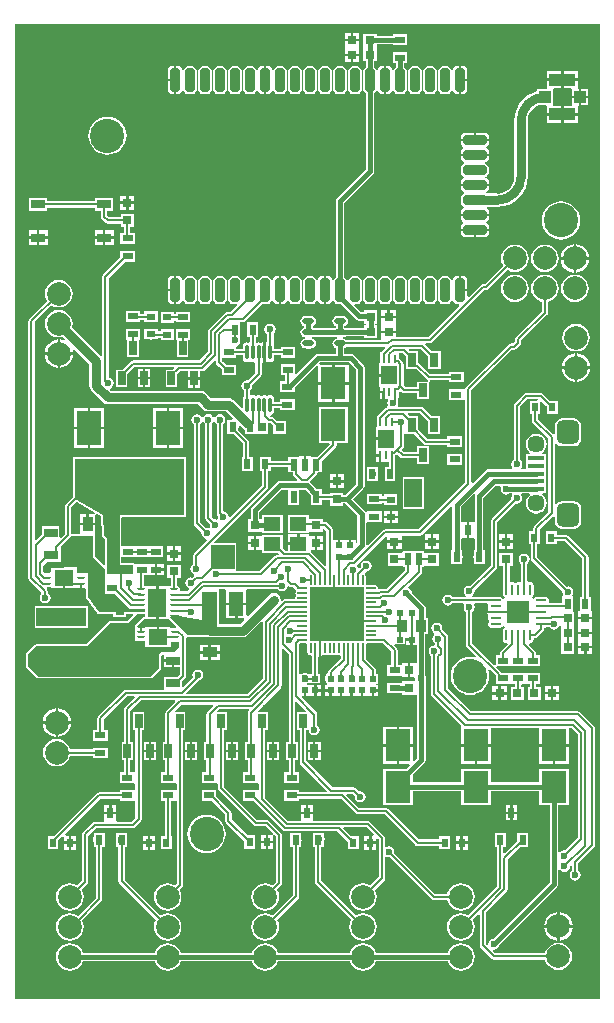
<source format=gtl>
G04*
G04 #@! TF.GenerationSoftware,Altium Limited,Altium Designer,19.0.10 (269)*
G04*
G04 Layer_Physical_Order=1*
G04 Layer_Color=255*
%FSLAX25Y25*%
%MOIN*%
G70*
G01*
G75*
%ADD12C,0.00787*%
%ADD61C,0.03150*%
%ADD62R,0.03543X0.02362*%
%ADD63O,0.03937X0.01968*%
%ADD64R,0.08465X0.11811*%
%ADD65R,0.16535X0.05906*%
%ADD66R,0.04528X0.02953*%
%ADD67O,0.01181X0.05315*%
%ADD68R,0.02362X0.03543*%
G04:AMPARAMS|DCode=69|XSize=9.84mil|YSize=27.56mil|CornerRadius=2.46mil|HoleSize=0mil|Usage=FLASHONLY|Rotation=270.000|XOffset=0mil|YOffset=0mil|HoleType=Round|Shape=RoundedRectangle|*
%AMROUNDEDRECTD69*
21,1,0.00984,0.02264,0,0,270.0*
21,1,0.00492,0.02756,0,0,270.0*
1,1,0.00492,-0.01132,-0.00246*
1,1,0.00492,-0.01132,0.00246*
1,1,0.00492,0.01132,0.00246*
1,1,0.00492,0.01132,-0.00246*
%
%ADD69ROUNDEDRECTD69*%
%ADD70R,0.06496X0.05315*%
%ADD71R,0.03150X0.03150*%
%ADD72R,0.06496X0.09370*%
%ADD73R,0.03543X0.05118*%
%ADD74R,0.05118X0.03543*%
%ADD75R,0.03150X0.03150*%
%ADD76R,0.05118X0.07874*%
%ADD77R,0.07874X0.07874*%
%ADD78R,0.03150X0.02362*%
%ADD79R,0.02559X0.04528*%
%ADD80R,0.08465X0.10827*%
%ADD81R,0.02362X0.03937*%
%ADD82R,0.05315X0.01575*%
%ADD83R,0.08661X0.04134*%
%ADD84R,0.03937X0.03937*%
%ADD85R,0.02362X0.03150*%
%ADD86O,0.03347X0.00787*%
%ADD87O,0.00787X0.03347*%
%ADD88R,0.18110X0.18110*%
%ADD89O,0.03937X0.00984*%
%ADD90O,0.00984X0.03937*%
%ADD91R,0.07795X0.07795*%
%ADD92R,0.05512X0.04724*%
%ADD93R,0.01968X0.01968*%
%ADD94R,0.03465X0.03898*%
%ADD95R,0.01968X0.01968*%
%ADD96R,0.04724X0.03150*%
%ADD97R,0.02362X0.04331*%
%ADD98R,0.05906X0.09449*%
%ADD99R,0.02953X0.04528*%
%ADD100R,0.05315X0.06496*%
%ADD101R,0.00984X0.02756*%
G04:AMPARAMS|DCode=102|XSize=78.74mil|YSize=31.5mil|CornerRadius=7.87mil|HoleSize=0mil|Usage=FLASHONLY|Rotation=0.000|XOffset=0mil|YOffset=0mil|HoleType=Round|Shape=RoundedRectangle|*
%AMROUNDEDRECTD102*
21,1,0.07874,0.01575,0,0,0.0*
21,1,0.06299,0.03150,0,0,0.0*
1,1,0.01575,0.03150,-0.00787*
1,1,0.01575,-0.03150,-0.00787*
1,1,0.01575,-0.03150,0.00787*
1,1,0.01575,0.03150,0.00787*
%
%ADD102ROUNDEDRECTD102*%
G04:AMPARAMS|DCode=103|XSize=78.74mil|YSize=31.5mil|CornerRadius=7.87mil|HoleSize=0mil|Usage=FLASHONLY|Rotation=270.000|XOffset=0mil|YOffset=0mil|HoleType=Round|Shape=RoundedRectangle|*
%AMROUNDEDRECTD103*
21,1,0.07874,0.01575,0,0,270.0*
21,1,0.06299,0.03150,0,0,270.0*
1,1,0.01575,-0.00787,-0.03150*
1,1,0.01575,-0.00787,0.03150*
1,1,0.01575,0.00787,0.03150*
1,1,0.01575,0.00787,-0.03150*
%
%ADD103ROUNDEDRECTD103*%
%ADD104C,0.01575*%
%ADD105C,0.11417*%
%ADD106C,0.07874*%
G04:AMPARAMS|DCode=107|XSize=78.74mil|YSize=74.8mil|CornerRadius=18.7mil|HoleSize=0mil|Usage=FLASHONLY|Rotation=90.000|XOffset=0mil|YOffset=0mil|HoleType=Round|Shape=RoundedRectangle|*
%AMROUNDEDRECTD107*
21,1,0.07874,0.03740,0,0,90.0*
21,1,0.04134,0.07480,0,0,90.0*
1,1,0.03740,0.01870,0.02067*
1,1,0.03740,0.01870,-0.02067*
1,1,0.03740,-0.01870,-0.02067*
1,1,0.03740,-0.01870,0.02067*
%
%ADD107ROUNDEDRECTD107*%
%ADD108C,0.05709*%
%ADD109C,0.02362*%
G36*
X195953Y13496D02*
X897D01*
Y338315D01*
X195953D01*
Y13496D01*
D02*
G37*
%LPC*%
G36*
X115787Y335315D02*
X113819D01*
Y333347D01*
X115787D01*
Y335315D01*
D02*
G37*
G36*
X113031D02*
X111063D01*
Y333347D01*
X113031D01*
Y335315D01*
D02*
G37*
G36*
X121535Y335157D02*
X117126D01*
Y330748D01*
X117126D01*
Y330315D01*
X117126D01*
Y325905D01*
X117886D01*
Y324060D01*
X117522Y323817D01*
X117208Y323348D01*
X117098Y322795D01*
Y316496D01*
X117208Y315943D01*
X117522Y315474D01*
X117886Y315231D01*
Y289811D01*
X108309Y280234D01*
X107996Y279766D01*
X107886Y279213D01*
Y254060D01*
X107521Y253817D01*
X107208Y253348D01*
X107166Y253135D01*
X106656D01*
X106602Y253410D01*
X106254Y253931D01*
X105733Y254279D01*
X105118Y254401D01*
X104724D01*
Y249646D01*
Y244890D01*
X105118D01*
X105733Y245013D01*
X106254Y245361D01*
X106602Y245882D01*
X106656Y246156D01*
X107166D01*
X107208Y245943D01*
X107521Y245474D01*
X107990Y245161D01*
X108543Y245051D01*
X109520D01*
X114668Y239903D01*
X115136Y239590D01*
X115689Y239480D01*
X117422D01*
Y238465D01*
X118181D01*
Y237953D01*
X117422D01*
Y237134D01*
X111009D01*
X110984Y237150D01*
X110815Y237184D01*
Y237816D01*
X110984Y237850D01*
X111518Y238206D01*
X111875Y238740D01*
X112000Y239370D01*
X111875Y240000D01*
X111518Y240534D01*
X110984Y240891D01*
X110354Y241016D01*
X108386D01*
X107756Y240891D01*
X107222Y240534D01*
X106865Y240000D01*
X106740Y239370D01*
X106865Y238740D01*
X107222Y238206D01*
X107756Y237850D01*
X107925Y237816D01*
Y237184D01*
X107756Y237150D01*
X107643Y237075D01*
X100467D01*
X100354Y237150D01*
X100185Y237184D01*
Y237816D01*
X100354Y237850D01*
X100888Y238206D01*
X101245Y238740D01*
X101370Y239370D01*
X101245Y240000D01*
X100888Y240534D01*
X100354Y240891D01*
X99724Y241016D01*
X97756D01*
X97126Y240891D01*
X96592Y240534D01*
X96235Y240000D01*
X96110Y239370D01*
X96235Y238740D01*
X96592Y238206D01*
X97126Y237850D01*
X97295Y237816D01*
Y237184D01*
X97126Y237150D01*
X96592Y236794D01*
X96235Y236260D01*
X96110Y235630D01*
X96235Y235000D01*
X96592Y234466D01*
X97126Y234109D01*
X97602Y234015D01*
Y233505D01*
X97126Y233410D01*
X96592Y233053D01*
X96235Y232520D01*
X96110Y231890D01*
X96235Y231260D01*
X96592Y230726D01*
X97126Y230369D01*
X97756Y230244D01*
X97944D01*
X98033Y230184D01*
X98740Y230043D01*
X99447Y230184D01*
X99537Y230244D01*
X99724D01*
X100354Y230369D01*
X100888Y230726D01*
X101245Y231260D01*
X101370Y231890D01*
X101245Y232520D01*
X100888Y233053D01*
X100354Y233410D01*
X99878Y233505D01*
Y234015D01*
X100354Y234109D01*
X100467Y234185D01*
X107643D01*
X107756Y234109D01*
X108232Y234015D01*
Y233505D01*
X107756Y233410D01*
X107222Y233053D01*
X106865Y232520D01*
X106740Y231890D01*
X106865Y231260D01*
X107222Y230726D01*
X107756Y230369D01*
X107925Y230336D01*
Y228453D01*
X102047D01*
X101494Y228343D01*
X101025Y228030D01*
X94793Y221797D01*
X94331Y221988D01*
Y224882D01*
X92107D01*
X91929Y224917D01*
X91751Y224882D01*
X89528D01*
Y221260D01*
X90886D01*
Y219213D01*
X89449D01*
Y215591D01*
X94252D01*
Y217169D01*
X101646Y224563D01*
X102146Y224356D01*
Y218976D01*
X106772D01*
Y224783D01*
X102698D01*
X102493Y225250D01*
X102741Y225563D01*
X112354D01*
X114657Y223260D01*
Y185047D01*
X111055Y181445D01*
X110472D01*
Y182205D01*
X106063D01*
Y181733D01*
X103224D01*
Y183287D01*
X101646D01*
X99345Y185589D01*
X99306Y185980D01*
X101364Y188038D01*
X101364Y188038D01*
X101590Y188376D01*
X101670Y188776D01*
X102131Y188917D01*
X103224D01*
Y192638D01*
X107903Y197317D01*
X107903Y197317D01*
X108130Y197656D01*
X108209Y198055D01*
X108209Y198055D01*
Y198760D01*
X112028D01*
Y210846D01*
X102303D01*
Y198760D01*
X105687D01*
X105894Y198260D01*
X101748Y194114D01*
X99642D01*
Y194272D01*
X98067D01*
Y191516D01*
X97280D01*
Y194272D01*
X95705D01*
Y194114D01*
X92122D01*
Y192658D01*
X86221D01*
Y194016D01*
X82598D01*
Y189213D01*
X83366D01*
Y184636D01*
X72769Y174039D01*
X72555Y174081D01*
X72259Y174236D01*
X72139Y174840D01*
X71739Y175440D01*
X71140Y175840D01*
X70433Y175980D01*
X70374Y176029D01*
Y205055D01*
X70636Y205230D01*
X71037Y205829D01*
X71177Y206535D01*
X71037Y207242D01*
X70636Y207841D01*
X70037Y208241D01*
X69331Y208382D01*
X68624Y208241D01*
X68025Y207841D01*
X67699Y207353D01*
X67537Y207316D01*
X67305D01*
X67143Y207353D01*
X66817Y207841D01*
X66218Y208241D01*
X65512Y208382D01*
X64805Y208241D01*
X64206Y207841D01*
X63806Y207242D01*
X63790Y207164D01*
X63282Y207163D01*
X63280Y207164D01*
X62880Y207762D01*
X62281Y208163D01*
X61575Y208303D01*
X60868Y208163D01*
X60269Y207762D01*
X59869Y207163D01*
X59728Y206457D01*
X59869Y205750D01*
X60269Y205151D01*
X60531Y204976D01*
Y172024D01*
X60531Y172024D01*
X60611Y171624D01*
X60837Y171286D01*
X63164Y168959D01*
X63102Y168650D01*
X63243Y167943D01*
X63643Y167344D01*
X64242Y166944D01*
X64846Y166823D01*
X65002Y166528D01*
X65043Y166313D01*
X60601Y161871D01*
X60374Y161532D01*
X60295Y161133D01*
X60295Y161133D01*
Y158213D01*
X60033Y158038D01*
X59633Y157439D01*
X59492Y156732D01*
X59633Y156026D01*
X60033Y155427D01*
X60552Y155080D01*
X60631Y154862D01*
X60638Y154821D01*
X60646Y154514D01*
X59965Y153832D01*
X59655Y153894D01*
X58949Y153753D01*
X58350Y153353D01*
X57950Y152754D01*
X57809Y152047D01*
X57950Y151341D01*
X58350Y150742D01*
X58925Y150357D01*
X58989Y150297D01*
X59100Y149824D01*
X58489Y149213D01*
X56435D01*
X56041Y149695D01*
Y150187D01*
X55973Y150529D01*
X55779Y150819D01*
X55489Y151012D01*
X55148Y151080D01*
X55059D01*
Y153740D01*
X56221D01*
Y158150D01*
X51811D01*
Y153740D01*
X52972D01*
Y151080D01*
X52884D01*
X52542Y151012D01*
X52500Y150984D01*
X48898D01*
Y145512D01*
Y140039D01*
X52423D01*
X54784Y137463D01*
X54583Y137005D01*
X53140D01*
X52697Y137343D01*
Y137343D01*
X49055D01*
Y133898D01*
X48268D01*
Y137343D01*
X44626D01*
Y137343D01*
X44183Y137166D01*
X43445D01*
Y135866D01*
X42658D01*
Y137166D01*
X41919D01*
X41862Y137213D01*
X41779Y137760D01*
X43962Y139944D01*
X44124D01*
X44148Y139948D01*
X44409D01*
X44655Y139997D01*
X44718Y140039D01*
X48110D01*
Y145512D01*
Y150984D01*
X44508D01*
X44466Y151012D01*
X44124Y151080D01*
X44036D01*
Y154726D01*
X45472D01*
Y154569D01*
X47638D01*
Y156537D01*
Y158505D01*
X45472D01*
Y158348D01*
X40936D01*
X40808Y158538D01*
X40600Y158677D01*
X40354Y158726D01*
X36508D01*
Y160632D01*
X50433D01*
Y164253D01*
X36508D01*
Y173576D01*
X36862Y173930D01*
X57472Y173915D01*
X57472Y173915D01*
X57473Y173915D01*
X57594Y173939D01*
X57718Y173963D01*
X57718Y173964D01*
X57718Y173964D01*
X57821Y174032D01*
X57926Y174102D01*
X57927Y174103D01*
X57927Y174103D01*
X57997Y174208D01*
X58066Y174311D01*
X58066Y174311D01*
X58066Y174311D01*
X58091Y174434D01*
X58115Y174557D01*
X58115Y174557D01*
X58115Y174557D01*
Y193504D01*
X58066Y193750D01*
X57927Y193958D01*
X57718Y194097D01*
X57473Y194146D01*
X20924Y194146D01*
X20678Y194097D01*
X20470Y193958D01*
X20331Y193750D01*
X20282Y193504D01*
Y180655D01*
X18050Y178424D01*
X17824Y178085D01*
X17744Y177685D01*
X17744Y177685D01*
Y168495D01*
X16268Y167018D01*
X15768Y167225D01*
Y170927D01*
X9980D01*
Y168190D01*
X8021Y166231D01*
X7559Y166422D01*
Y238997D01*
X13169Y244606D01*
X13287Y244515D01*
X14398Y244055D01*
X15590Y243898D01*
X16783Y244055D01*
X17894Y244515D01*
X18848Y245247D01*
X19580Y246201D01*
X20040Y247312D01*
X20197Y248504D01*
X20040Y249696D01*
X19580Y250807D01*
X18848Y251761D01*
X17894Y252493D01*
X16783Y252953D01*
X15590Y253110D01*
X14398Y252953D01*
X13287Y252493D01*
X12333Y251761D01*
X11601Y250807D01*
X11141Y249696D01*
X10984Y248504D01*
X11141Y247312D01*
X11601Y246201D01*
X11693Y246082D01*
X5778Y240167D01*
X5551Y239828D01*
X5472Y239429D01*
X5472Y239429D01*
Y153804D01*
X5472Y153804D01*
X5551Y153404D01*
X5778Y153066D01*
X9811Y149032D01*
Y148462D01*
X9730Y148408D01*
X9330Y147809D01*
X9189Y147102D01*
X9330Y146396D01*
X9730Y145796D01*
X10329Y145396D01*
X11036Y145256D01*
X11742Y145396D01*
X12341Y145796D01*
X12742Y146396D01*
X12882Y147102D01*
X12742Y147809D01*
X12341Y148408D01*
X11899Y148704D01*
Y149464D01*
X11819Y149864D01*
X11612Y150173D01*
X11660Y150395D01*
X11775Y150673D01*
X12884D01*
X13327Y150336D01*
Y150336D01*
X16969D01*
Y153781D01*
X17756D01*
Y150336D01*
X21398D01*
Y150336D01*
X21840Y150513D01*
X22579D01*
Y151813D01*
X23366D01*
Y150513D01*
X24104D01*
X24212Y150534D01*
X24712Y150174D01*
X24712Y147394D01*
X24726Y147326D01*
X24727Y147257D01*
X24750Y147204D01*
X24761Y147148D01*
X24799Y147091D01*
X24827Y147027D01*
X28331Y141988D01*
X28372Y141948D01*
X28404Y141900D01*
X28462Y141862D01*
X28511Y141814D01*
X28565Y141793D01*
X28613Y141761D01*
X28680Y141748D01*
X28745Y141722D01*
X28802Y141724D01*
X28858Y141712D01*
X33701D01*
Y140650D01*
X38110D01*
Y141712D01*
X40190D01*
X40382Y141250D01*
X38632Y139500D01*
X32992Y139500D01*
X32746Y139452D01*
X32538Y139312D01*
X32538Y139312D01*
X24813Y131587D01*
X7874D01*
X7628Y131538D01*
X7420Y131399D01*
X4979Y128958D01*
X4840Y128750D01*
X4791Y128504D01*
X4791Y128504D01*
Y124213D01*
X4840Y123967D01*
X4979Y123758D01*
X4979Y123758D01*
X8325Y120412D01*
X8534Y120273D01*
X8779Y120224D01*
X8780Y120224D01*
X46260Y120224D01*
X46506Y120273D01*
X46714Y120412D01*
X49588Y123286D01*
X49727Y123494D01*
X49776Y123740D01*
X49776Y123740D01*
X49776Y127827D01*
X50156Y128141D01*
X50591Y127982D01*
Y126575D01*
X53642D01*
Y126181D01*
X54035D01*
Y123917D01*
X55885D01*
Y121633D01*
X55059Y120807D01*
X50748D01*
Y116595D01*
X50313Y116437D01*
X37913D01*
X37913Y116437D01*
X37514Y116358D01*
X37175Y116132D01*
X37175Y116132D01*
X28750Y107706D01*
X28524Y107368D01*
X28444Y106968D01*
X28444Y106968D01*
Y103071D01*
X27087D01*
Y99449D01*
X31890D01*
Y103071D01*
X30532D01*
Y106536D01*
X38346Y114350D01*
X40803D01*
X40995Y113888D01*
X37727Y110620D01*
X37500Y110281D01*
X37421Y109882D01*
X37421Y109882D01*
Y98937D01*
X36555D01*
Y93150D01*
X37421D01*
Y88937D01*
X35906D01*
Y85315D01*
X40661D01*
X40709Y85315D01*
X41161Y85200D01*
Y83146D01*
X40709Y83031D01*
X40661Y83031D01*
X35906D01*
Y82264D01*
X29029D01*
X29029Y82264D01*
X28630Y82185D01*
X28291Y81959D01*
X28291Y81958D01*
X14036Y67703D01*
X11890D01*
Y63294D01*
X15512D01*
Y66227D01*
X16941Y67656D01*
X17441Y67449D01*
Y65892D01*
X19016D01*
Y67861D01*
X17852D01*
X17645Y68361D01*
X29462Y80177D01*
X35906D01*
Y79409D01*
X40661D01*
X40709Y79409D01*
X41161Y79295D01*
Y73661D01*
X39961Y72461D01*
X34974D01*
X34764Y72874D01*
X34764Y72961D01*
Y75039D01*
X32795D01*
X30827D01*
Y72961D01*
X30827Y72874D01*
X30617Y72461D01*
X27520D01*
X27520Y72461D01*
X27120Y72382D01*
X26782Y72155D01*
X26782Y72155D01*
X23632Y69006D01*
X23406Y68667D01*
X23326Y68268D01*
X23326Y68268D01*
Y52913D01*
X21713Y51300D01*
X21595Y51391D01*
X20483Y51851D01*
X19291Y52008D01*
X18099Y51851D01*
X16988Y51391D01*
X16034Y50659D01*
X15302Y49705D01*
X14842Y48594D01*
X14685Y47402D01*
X14842Y46209D01*
X15302Y45098D01*
X16034Y44144D01*
X16988Y43412D01*
X18099Y42952D01*
X19291Y42795D01*
X20483Y42952D01*
X21595Y43412D01*
X22548Y44144D01*
X23280Y45098D01*
X23741Y46209D01*
X23898Y47402D01*
X23741Y48594D01*
X23280Y49705D01*
X23189Y49824D01*
X25108Y51742D01*
X25108Y51742D01*
X25334Y52081D01*
X25414Y52480D01*
Y67835D01*
X27952Y70374D01*
X40394D01*
X40394Y70374D01*
X40793Y70453D01*
X41132Y70679D01*
X42943Y72490D01*
X42943Y72490D01*
X43169Y72829D01*
X43248Y73228D01*
Y103189D01*
X44114D01*
Y108976D01*
X40295D01*
Y103189D01*
X41161D01*
Y89052D01*
X40709Y88937D01*
X40661Y88937D01*
X39508D01*
Y93150D01*
X40374D01*
Y98937D01*
X39508D01*
Y109450D01*
X42991Y112933D01*
X54268D01*
X54459Y112471D01*
X51437Y109449D01*
X51211Y109110D01*
X51131Y108711D01*
X51131Y108711D01*
Y98937D01*
X50266D01*
Y93150D01*
X51131D01*
Y88937D01*
X49626D01*
Y85315D01*
X54372D01*
X54429Y85315D01*
X54872Y85176D01*
Y83170D01*
X54429Y83031D01*
X54372Y83031D01*
X49626D01*
Y79409D01*
X50984D01*
Y67703D01*
X49665D01*
Y63294D01*
X53287D01*
Y67703D01*
X53071D01*
Y79409D01*
X54372D01*
X54429Y79409D01*
X54872Y79271D01*
Y51876D01*
X54296Y51300D01*
X54177Y51391D01*
X53066Y51851D01*
X51874Y52008D01*
X50682Y51851D01*
X49571Y51391D01*
X48616Y50659D01*
X47885Y49705D01*
X47424Y48594D01*
X47267Y47402D01*
X47424Y46209D01*
X47885Y45098D01*
X48616Y44144D01*
X49571Y43412D01*
X50682Y42952D01*
X51874Y42795D01*
X53066Y42952D01*
X54177Y43412D01*
X55131Y44144D01*
X55863Y45098D01*
X56323Y46209D01*
X56480Y47402D01*
X56323Y48594D01*
X55863Y49705D01*
X55772Y49824D01*
X56653Y50705D01*
X56653Y50705D01*
X56880Y51044D01*
X56959Y51443D01*
X56959Y51443D01*
Y103189D01*
X57825D01*
Y108976D01*
X54624D01*
X54417Y109476D01*
X56456Y111515D01*
X66866D01*
X67058Y111053D01*
X65148Y109143D01*
X64922Y108805D01*
X64842Y108405D01*
X64842Y108405D01*
Y98937D01*
X63976D01*
Y93150D01*
X64842D01*
Y88937D01*
X63346D01*
Y85315D01*
X68150D01*
Y85315D01*
X68582Y85153D01*
Y83681D01*
X68582Y83681D01*
X68662Y83282D01*
X68888Y82943D01*
X80561Y71270D01*
X80561Y71270D01*
X80900Y71044D01*
X81299Y70964D01*
X81299Y70964D01*
X84646D01*
X87143Y68467D01*
X86872Y68032D01*
X86536Y68032D01*
X85413D01*
Y66063D01*
X86988D01*
Y67547D01*
X86988Y67915D01*
X87424Y68187D01*
X87972Y67639D01*
Y52394D01*
X86878Y51300D01*
X86759Y51391D01*
X85648Y51851D01*
X84456Y52008D01*
X83264Y51851D01*
X82153Y51391D01*
X81199Y50659D01*
X80467Y49705D01*
X80007Y48594D01*
X79850Y47402D01*
X80007Y46209D01*
X80467Y45098D01*
X81199Y44144D01*
X82153Y43412D01*
X83264Y42952D01*
X84456Y42795D01*
X85648Y42952D01*
X86759Y43412D01*
X87713Y44144D01*
X88445Y45098D01*
X88906Y46209D01*
X89062Y47402D01*
X88906Y48594D01*
X88445Y49705D01*
X88354Y49824D01*
X89754Y51223D01*
X89754Y51223D01*
X89980Y51562D01*
X90059Y51961D01*
X90059Y51961D01*
Y68071D01*
X90059Y68071D01*
X89980Y68470D01*
X89754Y68809D01*
X85817Y72746D01*
X85478Y72972D01*
X85079Y73052D01*
X85079Y73052D01*
X81731D01*
X70670Y84113D01*
Y103189D01*
X71535D01*
Y108976D01*
X68586D01*
X68395Y109438D01*
X69054Y110098D01*
X78913D01*
X79105Y109636D01*
X78829Y109360D01*
X78603Y109022D01*
X78523Y108622D01*
X78523Y108622D01*
Y98937D01*
X77687D01*
Y93150D01*
X78553D01*
Y88937D01*
X77067D01*
Y85315D01*
X81793D01*
X81870Y85315D01*
X82293Y85129D01*
Y83218D01*
X81870Y83031D01*
Y83031D01*
X77067D01*
Y79409D01*
X80394D01*
X90187Y69616D01*
X90526Y69390D01*
X90925Y69311D01*
X90925Y69311D01*
X108472D01*
X111841Y65942D01*
X111841Y65942D01*
X111949Y65869D01*
Y63294D01*
X115571D01*
Y67703D01*
X113073D01*
X113021Y67714D01*
X110468Y70266D01*
X110660Y70728D01*
X118150D01*
X120556Y68323D01*
X120364Y67861D01*
X119862D01*
Y65892D01*
X121437D01*
Y66603D01*
X121924Y66819D01*
X122185Y66612D01*
Y54024D01*
X119460Y51300D01*
X119342Y51391D01*
X118231Y51851D01*
X117038Y52008D01*
X115846Y51851D01*
X114735Y51391D01*
X113781Y50659D01*
X113049Y49705D01*
X112589Y48594D01*
X112432Y47402D01*
X112589Y46209D01*
X113049Y45098D01*
X113781Y44144D01*
X114735Y43412D01*
X115846Y42952D01*
X117038Y42795D01*
X118231Y42952D01*
X119342Y43412D01*
X120296Y44144D01*
X121028Y45098D01*
X121488Y46209D01*
X121645Y47402D01*
X121488Y48594D01*
X121028Y49705D01*
X120937Y49824D01*
X123966Y52854D01*
X124193Y53192D01*
X124272Y53592D01*
X124272Y53592D01*
Y60580D01*
X124772Y60847D01*
X124883Y60773D01*
X125590Y60633D01*
X125899Y60694D01*
X139929Y46664D01*
X139929Y46664D01*
X140268Y46437D01*
X140667Y46358D01*
X140667Y46358D01*
X145152D01*
X145171Y46209D01*
X145632Y45098D01*
X146364Y44144D01*
X147318Y43412D01*
X148429Y42952D01*
X149621Y42795D01*
X150813Y42952D01*
X151924Y43412D01*
X152878Y44144D01*
X153610Y45098D01*
X154070Y46209D01*
X154227Y47402D01*
X154070Y48594D01*
X153610Y49705D01*
X152878Y50659D01*
X151924Y51391D01*
X150813Y51851D01*
X149621Y52008D01*
X148429Y51851D01*
X147318Y51391D01*
X146364Y50659D01*
X145632Y49705D01*
X145171Y48594D01*
X145152Y48445D01*
X141100D01*
X127374Y62170D01*
X127436Y62479D01*
X127295Y63186D01*
X126895Y63785D01*
X126296Y64185D01*
X125590Y64326D01*
X124883Y64185D01*
X124772Y64111D01*
X124272Y64378D01*
Y67126D01*
X124272Y67126D01*
X124193Y67525D01*
X123966Y67864D01*
X119321Y72510D01*
X118982Y72736D01*
X118583Y72815D01*
X118583Y72815D01*
X100830D01*
X100354Y72874D01*
X100354Y73315D01*
Y75039D01*
X98386D01*
Y75433D01*
D01*
Y75039D01*
X96417D01*
X96417Y72874D01*
X95942Y72815D01*
X92046D01*
X84380Y80481D01*
Y103189D01*
X85246D01*
Y108976D01*
X82104D01*
X81897Y109476D01*
X89557Y117136D01*
X89557Y117136D01*
X89783Y117475D01*
X89862Y117874D01*
X89862Y117874D01*
Y129969D01*
X90324Y130160D01*
X92259Y128225D01*
Y98937D01*
X91398D01*
Y93150D01*
X92263D01*
Y88937D01*
X90787D01*
Y85315D01*
X95591D01*
Y88937D01*
X94351D01*
Y93150D01*
X95217D01*
Y98937D01*
X94346D01*
Y112461D01*
X94808Y112653D01*
X98023Y109438D01*
X97831Y108976D01*
X95138D01*
Y103189D01*
X96004D01*
Y92244D01*
X96004Y92244D01*
X96083Y91845D01*
X96309Y91506D01*
X105089Y82726D01*
X104898Y82264D01*
X95591D01*
Y83031D01*
X90787D01*
Y79409D01*
X95591D01*
Y80177D01*
X109686D01*
X114656Y75207D01*
X114656Y75207D01*
X114994Y74981D01*
X115394Y74901D01*
X115394Y74901D01*
X124331D01*
X134472Y64760D01*
X134811Y64534D01*
X135210Y64455D01*
X135210Y64455D01*
X142382D01*
Y63294D01*
X146004D01*
Y67703D01*
X142382D01*
Y66542D01*
X135643D01*
X125502Y76683D01*
X125163Y76909D01*
X124764Y76989D01*
X124764Y76989D01*
X115826D01*
X111486Y81329D01*
X111677Y81791D01*
X113583D01*
X114278Y81097D01*
X114216Y80787D01*
X114357Y80081D01*
X114757Y79482D01*
X115356Y79081D01*
X116063Y78941D01*
X116770Y79081D01*
X117369Y79482D01*
X117769Y80081D01*
X117910Y80787D01*
X117769Y81494D01*
X117369Y82093D01*
X116770Y82493D01*
X116063Y82634D01*
X115754Y82572D01*
X114754Y83573D01*
X114415Y83799D01*
X114016Y83878D01*
X114016Y83878D01*
X106889D01*
X98091Y92676D01*
Y103189D01*
X98909D01*
X98941Y103150D01*
X99081Y102443D01*
X99482Y101844D01*
X100081Y101444D01*
X100787Y101303D01*
X101494Y101444D01*
X102093Y101844D01*
X102493Y102443D01*
X102634Y103150D01*
X102493Y103856D01*
X102093Y104455D01*
X101831Y104630D01*
Y108150D01*
X101752Y108549D01*
X101525Y108888D01*
X101525Y108888D01*
X96441Y113972D01*
X96648Y114472D01*
X97323D01*
Y116244D01*
X98110D01*
Y114472D01*
X100736D01*
Y116244D01*
Y118016D01*
X98543D01*
X98354Y118516D01*
X98412Y118567D01*
X99331D01*
Y118567D01*
X99516D01*
Y118567D01*
X102744D01*
Y121795D01*
X102174D01*
Y127376D01*
X102311Y127489D01*
Y130264D01*
X103098D01*
Y127858D01*
X103166Y127872D01*
X103556Y128133D01*
X103676Y128156D01*
X103880Y128020D01*
X104279Y127941D01*
X104679Y128020D01*
X105067Y128221D01*
X105455Y128020D01*
X105854Y127941D01*
X106254Y128020D01*
X106592Y128246D01*
X106691D01*
X107030Y128020D01*
X107429Y127941D01*
X107828Y128020D01*
X108167Y128246D01*
X108266D01*
X108605Y128020D01*
X109004Y127941D01*
X109035Y127947D01*
X109535Y127552D01*
Y126956D01*
X105719Y123140D01*
X105616Y122985D01*
X105479Y122848D01*
X105252Y122510D01*
X105173Y122110D01*
X104828Y121795D01*
X104602D01*
Y121025D01*
X104511Y120888D01*
X104370Y120181D01*
X104511Y119474D01*
X104602Y119337D01*
Y118567D01*
X104870D01*
X105009Y118292D01*
X104833Y118016D01*
X104445D01*
Y116638D01*
X106217D01*
Y116244D01*
X106610D01*
Y114472D01*
X109331D01*
Y116244D01*
X110118D01*
Y114472D01*
X111461D01*
Y114441D01*
X112839D01*
Y116213D01*
X113626D01*
Y114441D01*
X116347D01*
Y116213D01*
X117134D01*
Y114441D01*
X119854D01*
Y116213D01*
X120248D01*
Y116606D01*
X122020D01*
Y117984D01*
X121632D01*
X121456Y118261D01*
X121594Y118535D01*
X121862D01*
Y119306D01*
X121954Y119443D01*
X122095Y120150D01*
X121954Y120856D01*
X121862Y120994D01*
Y121764D01*
X121292D01*
Y123059D01*
X121212Y123459D01*
X120986Y123797D01*
X120986Y123797D01*
X117922Y126861D01*
Y131543D01*
X117915Y131575D01*
X118322Y131982D01*
X118354Y131976D01*
X123674D01*
X126476Y129174D01*
Y124764D01*
X125118D01*
Y121142D01*
X129921D01*
X129961Y120658D01*
Y120589D01*
X131929D01*
Y122951D01*
Y125313D01*
X129961D01*
Y125248D01*
X129921Y124764D01*
X128563D01*
Y129606D01*
X128484Y130006D01*
X128258Y130344D01*
X128258Y130344D01*
X127465Y131137D01*
X127742Y131567D01*
X130862D01*
Y134342D01*
X131289Y134640D01*
X131413Y134590D01*
Y133575D01*
X133185D01*
Y133181D01*
X133579D01*
Y131409D01*
X134878D01*
Y125733D01*
X134685Y125313D01*
X132717D01*
Y122951D01*
Y120589D01*
X134182D01*
X134374Y120354D01*
X134494Y119750D01*
X134306Y119400D01*
X134179Y119250D01*
X130118D01*
X129921Y118858D01*
X125118D01*
Y115236D01*
X129921D01*
X130118Y114841D01*
X134480D01*
X134528Y114840D01*
X134980Y114726D01*
Y93677D01*
X134143Y92840D01*
X133681Y93032D01*
Y97520D01*
X129055D01*
Y91713D01*
X132362D01*
X132554Y91251D01*
X131480Y90177D01*
X123799D01*
Y78091D01*
X133524D01*
Y82689D01*
X149803D01*
Y78091D01*
X159528D01*
Y82689D01*
X175807D01*
Y78091D01*
X179224D01*
Y52370D01*
X160344Y33490D01*
X159884Y33399D01*
X159285Y32999D01*
X158885Y32399D01*
X158744Y31693D01*
X158760Y31612D01*
X158348Y31392D01*
X157973Y31696D01*
Y42273D01*
X164911Y49212D01*
X165137Y49550D01*
X165217Y49950D01*
X165217Y49950D01*
Y59883D01*
X169311Y63976D01*
X172047D01*
Y65924D01*
X172083Y66102D01*
X172047Y66281D01*
Y68779D01*
X168425D01*
Y66281D01*
X168390Y66102D01*
X168405Y66023D01*
X164261Y61879D01*
X163800Y62071D01*
Y63976D01*
X164567D01*
Y68779D01*
X160945D01*
Y66715D01*
X160870Y66339D01*
X160945Y65962D01*
Y63976D01*
X161712D01*
Y50969D01*
X152043Y41300D01*
X151924Y41391D01*
X150813Y41851D01*
X149621Y42008D01*
X148429Y41851D01*
X147318Y41391D01*
X146364Y40659D01*
X145632Y39705D01*
X145171Y38594D01*
X145015Y37402D01*
X145171Y36209D01*
X145632Y35098D01*
X146364Y34144D01*
X147318Y33412D01*
X148429Y32952D01*
X149621Y32795D01*
X150813Y32952D01*
X151924Y33412D01*
X152878Y34144D01*
X153610Y35098D01*
X154070Y36209D01*
X154227Y37402D01*
X154070Y38594D01*
X153610Y39705D01*
X153519Y39824D01*
X155423Y41728D01*
X155886Y41537D01*
Y31260D01*
X155885Y31260D01*
X155965Y30860D01*
X156191Y30522D01*
X159908Y26805D01*
X159908Y26805D01*
X160247Y26579D01*
X160646Y26499D01*
X160646Y26499D01*
X177696D01*
X177716Y26351D01*
X178176Y25240D01*
X178908Y24286D01*
X179862Y23554D01*
X180973Y23093D01*
X182165Y22937D01*
X183358Y23093D01*
X184468Y23554D01*
X185423Y24286D01*
X186155Y25240D01*
X186615Y26351D01*
X186772Y27543D01*
X186615Y28735D01*
X186155Y29846D01*
X185423Y30800D01*
X184468Y31532D01*
X183358Y31992D01*
X182165Y32149D01*
X180973Y31992D01*
X179862Y31532D01*
X178908Y30800D01*
X178176Y29846D01*
X177716Y28735D01*
X177696Y28587D01*
X161079D01*
X160263Y29402D01*
X160510Y29862D01*
X160591Y29846D01*
X161297Y29987D01*
X161896Y30387D01*
X162296Y30986D01*
X162388Y31447D01*
X181691Y50750D01*
X182004Y51219D01*
X182114Y51772D01*
Y56481D01*
X182614Y56632D01*
X182868Y56253D01*
X183467Y55853D01*
X184173Y55713D01*
X184880Y55853D01*
X185479Y56253D01*
X185879Y56852D01*
X186020Y57559D01*
X185958Y57871D01*
X186290Y58203D01*
X186752Y58012D01*
Y56166D01*
X186490Y55991D01*
X186089Y55392D01*
X185949Y54685D01*
X186089Y53978D01*
X186490Y53379D01*
X187089Y52979D01*
X187795Y52838D01*
X188502Y52979D01*
X189101Y53379D01*
X189501Y53978D01*
X189642Y54685D01*
X189501Y55392D01*
X189101Y55991D01*
X188839Y56166D01*
Y58748D01*
X194037Y63946D01*
X194264Y64285D01*
X194343Y64684D01*
Y103544D01*
X194264Y103944D01*
X194037Y104282D01*
X194037Y104282D01*
X189353Y108966D01*
X189015Y109193D01*
X188615Y109272D01*
X188615Y109272D01*
X153062D01*
X145414Y116920D01*
Y134138D01*
X145334Y134537D01*
X145108Y134876D01*
X143380Y136603D01*
X143461Y137008D01*
X143320Y137715D01*
X142920Y138313D01*
X142321Y138714D01*
X141614Y138854D01*
X140908Y138714D01*
X140308Y138313D01*
X139908Y137715D01*
X139768Y137008D01*
X139908Y136301D01*
X140308Y135702D01*
X140763Y135398D01*
X140823Y134935D01*
X140797Y134820D01*
X140661Y134729D01*
X140261Y134130D01*
X140120Y133423D01*
X140261Y132717D01*
X140661Y132117D01*
X140923Y131942D01*
Y131573D01*
X140753Y131111D01*
X140436Y131036D01*
X140041Y130958D01*
X139442Y130558D01*
X139042Y129959D01*
X138901Y129252D01*
X139042Y128545D01*
X139442Y127946D01*
X139704Y127771D01*
Y114999D01*
X139704Y114999D01*
X139784Y114600D01*
X140010Y114261D01*
X149795Y104476D01*
X149646Y104114D01*
X149646D01*
Y98307D01*
X154665D01*
X159685D01*
Y103570D01*
X175650D01*
Y98307D01*
X180669D01*
X185689D01*
Y103570D01*
X186686D01*
X188641Y101615D01*
Y67244D01*
X184324Y62927D01*
X184015Y62988D01*
X183309Y62848D01*
X182710Y62447D01*
X182614Y62305D01*
X182114Y62456D01*
Y78091D01*
X185531D01*
Y90177D01*
X175807D01*
Y85579D01*
X159528D01*
Y90177D01*
X149803D01*
Y85579D01*
X133524D01*
Y88134D01*
X137447Y92057D01*
X137760Y92526D01*
X137870Y93079D01*
Y119564D01*
X137926Y119648D01*
X138067Y120354D01*
X137926Y121061D01*
X137768Y121298D01*
Y135165D01*
X138787D01*
Y140323D01*
X137870D01*
Y143692D01*
X137760Y144245D01*
X137447Y144714D01*
X133293Y148868D01*
X133202Y149328D01*
X132801Y149927D01*
X132241Y150302D01*
X132164Y150406D01*
X132041Y150809D01*
X136297Y155065D01*
X136523Y155404D01*
X136603Y155803D01*
X136603Y155803D01*
Y157266D01*
X137370D01*
Y157617D01*
X137811Y157760D01*
Y157760D01*
X142220D01*
Y162169D01*
X137811D01*
Y162169D01*
X137370Y162312D01*
Y162857D01*
X130205D01*
Y162207D01*
X129720Y162169D01*
Y162169D01*
X125311D01*
Y157760D01*
X129720D01*
Y157760D01*
X130205Y157722D01*
Y157266D01*
X130972D01*
Y156228D01*
X124922Y150178D01*
X122634D01*
X122634Y150178D01*
X122426Y150136D01*
X122294Y150194D01*
X121988Y150415D01*
X121927Y150494D01*
X121878Y150742D01*
X121651Y151081D01*
X121313Y151307D01*
X120913Y151386D01*
X118354D01*
X118322Y151380D01*
X117915Y151787D01*
X117922Y151819D01*
Y154378D01*
X117842Y154777D01*
X117616Y155116D01*
X117618Y155361D01*
X118050Y155773D01*
X118756Y155914D01*
X119355Y156314D01*
X119755Y156913D01*
X119896Y157620D01*
X119755Y158326D01*
X119355Y158925D01*
X118756Y159326D01*
X118050Y159466D01*
X117343Y159326D01*
X116744Y158925D01*
X116343Y158326D01*
X116203Y157620D01*
X116264Y157311D01*
X115885Y156931D01*
X115412Y157041D01*
X115353Y157106D01*
X114967Y157683D01*
X114929Y158068D01*
X124654Y167793D01*
X125154Y167707D01*
Y166264D01*
X127516D01*
X129878D01*
Y167854D01*
X135913D01*
X135913Y167854D01*
X136312Y167933D01*
X136651Y168160D01*
X146283Y177792D01*
X146783Y177585D01*
Y163047D01*
X146417D01*
Y158244D01*
X150039D01*
Y159866D01*
X150088Y159939D01*
X150228Y160646D01*
X150088Y161352D01*
X150039Y161425D01*
Y163047D01*
X149673D01*
Y166777D01*
X150000Y167142D01*
X150173Y167142D01*
X151575D01*
Y169701D01*
Y172260D01*
X150173D01*
X150000Y172260D01*
X149673Y172625D01*
Y177551D01*
X153999Y181877D01*
X154387Y181558D01*
X154374Y181537D01*
X154264Y180984D01*
Y172625D01*
X153937Y172260D01*
X153764Y172260D01*
X152362D01*
Y169701D01*
Y167142D01*
X153764D01*
X153937Y167142D01*
X154264Y166777D01*
Y163047D01*
X153898D01*
Y161372D01*
X153885Y161352D01*
X153744Y160646D01*
X153885Y159939D01*
X153898Y159920D01*
Y158244D01*
X157520D01*
Y163047D01*
X157154D01*
Y180386D01*
X161268Y184500D01*
X162839D01*
X163075Y184059D01*
X163019Y183974D01*
X162878Y183268D01*
X163019Y182561D01*
X163419Y181962D01*
X164018Y181562D01*
X164724Y181421D01*
X165431Y181562D01*
X165998Y181941D01*
X166551D01*
X166815Y181441D01*
X166562Y181061D01*
X166421Y180354D01*
X166483Y180045D01*
X159931Y173494D01*
X159705Y173155D01*
X159626Y172756D01*
X159626Y172756D01*
Y157952D01*
X152711Y151037D01*
X152402Y151099D01*
X151695Y150958D01*
X151096Y150558D01*
X150696Y149959D01*
X150555Y149252D01*
X150696Y148545D01*
X151096Y147946D01*
X151312Y147802D01*
X151161Y147302D01*
X146823D01*
X146621Y147605D01*
X146022Y148005D01*
X145315Y148146D01*
X144608Y148005D01*
X144009Y147605D01*
X143609Y147006D01*
X143468Y146299D01*
X143609Y145593D01*
X144009Y144993D01*
X144608Y144593D01*
X145315Y144453D01*
X146022Y144593D01*
X146621Y144993D01*
X146768Y145214D01*
X150502D01*
X150769Y144714D01*
X150696Y144604D01*
X150555Y143898D01*
X150696Y143191D01*
X151096Y142592D01*
X151358Y142417D01*
Y131496D01*
X151358Y131496D01*
X151437Y131097D01*
X151664Y130758D01*
X154807Y127614D01*
X154542Y127172D01*
X153959Y127349D01*
X152717Y127472D01*
X151474Y127349D01*
X150279Y126987D01*
X149178Y126398D01*
X148213Y125606D01*
X147421Y124641D01*
X146832Y123540D01*
X146470Y122345D01*
X146347Y121102D01*
X146470Y119860D01*
X146832Y118665D01*
X147421Y117564D01*
X148213Y116599D01*
X149178Y115806D01*
X150279Y115218D01*
X151474Y114856D01*
X152717Y114733D01*
X153959Y114856D01*
X155154Y115218D01*
X156255Y115806D01*
X157220Y116599D01*
X158012Y117564D01*
X158601Y118665D01*
X158963Y119860D01*
X159086Y121102D01*
X158963Y122345D01*
X158786Y122928D01*
X159229Y123193D01*
X161200Y121221D01*
Y121063D01*
X161200Y121063D01*
X161221Y120962D01*
Y118465D01*
X165799D01*
X166161Y118465D01*
X166524Y118465D01*
X167578D01*
Y117441D01*
X166220D01*
Y113031D01*
X170630D01*
Y117441D01*
X169666D01*
Y118111D01*
X170019Y118465D01*
X171240Y118465D01*
X171602Y118465D01*
X172736D01*
Y117480D01*
X171929D01*
Y113071D01*
X176339D01*
Y117480D01*
X174823D01*
Y118465D01*
X176181D01*
Y122087D01*
X171602D01*
X171240Y122087D01*
X170878Y122087D01*
X166524D01*
X166161Y122087D01*
X165799Y122087D01*
X163186D01*
X162982Y122391D01*
X161504Y123870D01*
X161711Y124370D01*
X166024D01*
Y124370D01*
X166299D01*
Y124370D01*
X171102D01*
Y124370D01*
X171378D01*
Y124370D01*
X176181D01*
Y127992D01*
X174823D01*
Y128543D01*
X174744Y128943D01*
X174518Y129281D01*
X174518Y129281D01*
X172264Y131535D01*
X172276Y131662D01*
X172717Y132084D01*
X173154Y132171D01*
X173526Y132419D01*
X173774Y132791D01*
X173861Y133228D01*
Y133661D01*
X174390D01*
X174390Y133661D01*
X174789Y133740D01*
X175128Y133967D01*
X177096Y135935D01*
X177322Y136274D01*
X177402Y136673D01*
X177402Y136673D01*
Y137202D01*
X177835D01*
X178272Y137290D01*
X178292Y137303D01*
X179267D01*
X179442Y137041D01*
X180041Y136641D01*
X180748Y136500D01*
X181455Y136641D01*
X182054Y137041D01*
X182428Y137602D01*
X182505Y137660D01*
X182536Y137672D01*
X182975Y137696D01*
X183031Y137571D01*
Y133248D01*
X183031D01*
Y132835D01*
X183031D01*
Y128425D01*
X187441D01*
Y132835D01*
X187441D01*
Y133248D01*
X187441D01*
Y137657D01*
X187441D01*
Y138071D01*
X187441D01*
Y142480D01*
X187047Y142717D01*
Y147520D01*
X186990D01*
X186723Y148020D01*
X186942Y148348D01*
X187083Y149055D01*
X186942Y149762D01*
X186542Y150361D01*
X185943Y150761D01*
X185236Y150902D01*
X184927Y150840D01*
X175099Y160669D01*
Y164882D01*
X175866D01*
Y166908D01*
X175902Y167087D01*
X175866Y167265D01*
Y167773D01*
X175886Y167874D01*
Y169804D01*
X180435Y174353D01*
X180935Y174146D01*
Y172658D01*
X181129Y171682D01*
X181682Y170855D01*
X182509Y170302D01*
X183484Y170108D01*
X187224D01*
X188200Y170302D01*
X189027Y170855D01*
X189579Y171682D01*
X189773Y172658D01*
Y176791D01*
X189579Y177767D01*
X189027Y178594D01*
X188200Y179146D01*
X187224Y179340D01*
X183484D01*
X182509Y179146D01*
X181682Y178594D01*
X181426Y178210D01*
X180926Y178362D01*
Y198646D01*
X181426Y198798D01*
X181682Y198414D01*
X182509Y197862D01*
X183484Y197668D01*
X187224D01*
X188200Y197862D01*
X189027Y198414D01*
X189579Y199241D01*
X189773Y200217D01*
Y204350D01*
X189579Y205326D01*
X189027Y206153D01*
X188200Y206705D01*
X187224Y206899D01*
X183484D01*
X182509Y206705D01*
X181682Y206153D01*
X181129Y205326D01*
X180935Y204350D01*
Y201799D01*
X180435Y201592D01*
X175394Y206633D01*
Y208347D01*
X176161D01*
Y212266D01*
X176661Y212473D01*
X178140Y210994D01*
X178248Y210922D01*
Y208347D01*
X181870D01*
Y212756D01*
X179373D01*
X179320Y212766D01*
X177017Y215069D01*
X176679Y215295D01*
X176279Y215374D01*
X176279Y215374D01*
X171417D01*
X171417Y215374D01*
X171018Y215295D01*
X170679Y215069D01*
X170679Y215069D01*
X167530Y211919D01*
X167304Y211580D01*
X167224Y211181D01*
X167224Y211181D01*
Y193055D01*
X166962Y192880D01*
X166562Y192281D01*
X166421Y191575D01*
X166562Y190868D01*
X166842Y190449D01*
X166610Y189949D01*
X158583D01*
X158030Y189839D01*
X157561Y189526D01*
X153553Y185518D01*
X153091Y185709D01*
Y216221D01*
X166692Y229822D01*
X167449D01*
X167449Y229822D01*
X167848Y229902D01*
X168187Y230128D01*
X169478Y231420D01*
X169478Y231420D01*
X169704Y231758D01*
X169784Y232158D01*
X169784Y232158D01*
Y232914D01*
X178336Y241467D01*
X178336Y241467D01*
X178563Y241805D01*
X178642Y242205D01*
Y245767D01*
X178791Y245787D01*
X179902Y246247D01*
X180856Y246979D01*
X181588Y247933D01*
X182048Y249044D01*
X182205Y250236D01*
X182048Y251428D01*
X181588Y252539D01*
X180856Y253493D01*
X179902Y254225D01*
X178791Y254686D01*
X177598Y254843D01*
X176406Y254686D01*
X175295Y254225D01*
X174341Y253493D01*
X173609Y252539D01*
X173149Y251428D01*
X172992Y250236D01*
X173149Y249044D01*
X173609Y247933D01*
X174341Y246979D01*
X175295Y246247D01*
X176406Y245787D01*
X176555Y245767D01*
Y242637D01*
X168002Y234084D01*
X167776Y233746D01*
X167696Y233346D01*
X167696Y233346D01*
Y232590D01*
X167016Y231910D01*
X166260D01*
X165860Y231830D01*
X165522Y231604D01*
X165522Y231604D01*
X151309Y217391D01*
X151083Y217053D01*
X151014Y216705D01*
X150570Y216618D01*
X150525Y216614D01*
X150504Y216614D01*
X145748D01*
Y212992D01*
X147734D01*
X148110Y212917D01*
X148487Y212992D01*
X150504D01*
X150551Y212992D01*
X151004Y212877D01*
Y185464D01*
X135481Y169941D01*
X124282D01*
X124282Y169941D01*
X123883Y169862D01*
X123544Y169636D01*
X118520Y164611D01*
X118020Y164818D01*
Y171999D01*
X118386Y172323D01*
X118520Y172323D01*
X120372D01*
X120748Y172248D01*
X121124Y172323D01*
X123189D01*
Y175945D01*
X118386D01*
Y175945D01*
X117922Y175663D01*
X117886Y175668D01*
X117597Y176101D01*
X113697Y180000D01*
X117124Y183427D01*
X117437Y183896D01*
X117548Y184449D01*
Y223858D01*
X117437Y224411D01*
X117124Y224880D01*
X113975Y228030D01*
X113506Y228343D01*
X112953Y228453D01*
X110815D01*
Y230336D01*
X110984Y230369D01*
X111518Y230726D01*
X111598Y230846D01*
X124320D01*
X124511Y230384D01*
X123120Y228993D01*
X123043Y228878D01*
X122736D01*
Y225295D01*
X122382D01*
Y221654D01*
X125827D01*
Y220866D01*
X122382D01*
Y217224D01*
X122579D01*
Y216043D01*
X123858D01*
Y215650D01*
X124252D01*
Y213484D01*
X125138D01*
X125191Y213450D01*
X125331Y212797D01*
X125223Y212636D01*
X125083Y211929D01*
X125217Y211253D01*
X125217Y211210D01*
X124968Y210704D01*
X124889Y210689D01*
X124550Y210462D01*
X124550Y210462D01*
X121979Y207891D01*
X121902Y207776D01*
X121595D01*
Y204193D01*
X121240D01*
Y200551D01*
X124685D01*
Y199764D01*
X121240D01*
Y196122D01*
X121437D01*
Y194941D01*
X122717D01*
Y194547D01*
X123110D01*
Y192382D01*
X123996D01*
Y192539D01*
X125610D01*
Y190748D01*
X124213D01*
Y185945D01*
X127835D01*
Y190748D01*
X127697D01*
Y192539D01*
X127776D01*
Y194560D01*
X127812Y194567D01*
X128150Y194793D01*
X128582D01*
X129448Y193927D01*
X129787Y193701D01*
X130186Y193622D01*
X130186Y193622D01*
X134862D01*
Y191772D01*
X139075D01*
Y197559D01*
X134862D01*
Y195709D01*
X130619D01*
X129842Y196485D01*
X130325Y196968D01*
X130551Y197307D01*
X130630Y197706D01*
Y201791D01*
X131122Y201811D01*
Y201811D01*
X133859D01*
X137274Y198396D01*
X137274Y198396D01*
X137612Y198170D01*
X138012Y198090D01*
X138012Y198090D01*
X145118D01*
Y197323D01*
X149921D01*
Y200945D01*
X145118D01*
Y200178D01*
X138444D01*
X135335Y203287D01*
Y207598D01*
X132598D01*
X131978Y208219D01*
X132169Y208681D01*
X136044D01*
X138602Y206122D01*
Y201811D01*
X142815D01*
Y207598D01*
X140078D01*
X137214Y210462D01*
X136876Y210689D01*
X136476Y210768D01*
X136476Y210768D01*
X128862D01*
X128663Y211140D01*
X128644Y211268D01*
X128776Y211929D01*
X128655Y212535D01*
X128760Y212691D01*
X128839Y213090D01*
X128839Y213091D01*
Y213642D01*
X128917D01*
Y215663D01*
X128953Y215670D01*
X129292Y215896D01*
X129724D01*
X130059Y215561D01*
X130397Y215335D01*
X130797Y215255D01*
X130797Y215255D01*
X134941D01*
Y213405D01*
X139154D01*
Y218966D01*
X139154Y218966D01*
X139154Y218966D01*
X139187Y219427D01*
X139221Y219665D01*
X139288Y219665D01*
X145748D01*
Y218898D01*
X150551D01*
Y222520D01*
X145748D01*
Y221752D01*
X139369D01*
X135915Y225206D01*
X135577Y225433D01*
X135413Y225465D01*
Y229232D01*
X132677D01*
X132273Y229636D01*
X132464Y230098D01*
X136339D01*
X138681Y227756D01*
Y223445D01*
X142894D01*
Y229232D01*
X140157D01*
X137783Y231606D01*
X137991Y232106D01*
X139333D01*
X139333Y232106D01*
X139732Y232185D01*
X140071Y232412D01*
X157363Y249704D01*
X158110D01*
X158110Y249704D01*
X158510Y249784D01*
X158848Y250010D01*
X165176Y256338D01*
X165295Y256247D01*
X166406Y255787D01*
X167598Y255630D01*
X168791Y255787D01*
X169902Y256247D01*
X170856Y256979D01*
X171588Y257933D01*
X172048Y259044D01*
X172205Y260236D01*
X172048Y261428D01*
X171588Y262539D01*
X170856Y263493D01*
X169902Y264225D01*
X168791Y264686D01*
X167598Y264843D01*
X166406Y264686D01*
X165295Y264225D01*
X164341Y263493D01*
X163609Y262539D01*
X163149Y261428D01*
X162992Y260236D01*
X163149Y259044D01*
X163609Y257933D01*
X163700Y257814D01*
X157678Y251792D01*
X156931D01*
X156931Y251792D01*
X156532Y251712D01*
X156193Y251486D01*
X156193Y251486D01*
X152186Y247479D01*
X151724Y247670D01*
Y249252D01*
X149331D01*
Y249646D01*
X148937D01*
Y254401D01*
X148543D01*
X147929Y254279D01*
X147408Y253931D01*
X147060Y253410D01*
X147005Y253135D01*
X146495D01*
X146453Y253348D01*
X146140Y253817D01*
X145671Y254130D01*
X145118Y254240D01*
X143543D01*
X142990Y254130D01*
X142522Y253817D01*
X142208Y253348D01*
X142098Y252795D01*
Y246496D01*
X142208Y245943D01*
X142522Y245474D01*
X142990Y245161D01*
X143543Y245051D01*
X145118D01*
X145671Y245161D01*
X146140Y245474D01*
X146453Y245943D01*
X146495Y246156D01*
X147005D01*
X147060Y245882D01*
X147408Y245361D01*
X147929Y245013D01*
X148543Y244890D01*
X148944D01*
X149136Y244428D01*
X138900Y234193D01*
X127894D01*
Y235354D01*
X125532D01*
X123170D01*
Y233386D01*
X123170D01*
X123055Y232933D01*
X111598D01*
X111518Y233053D01*
X110984Y233410D01*
X110508Y233505D01*
Y234015D01*
X110984Y234109D01*
X111185Y234244D01*
X117422D01*
Y233543D01*
X121831D01*
Y237953D01*
X121072D01*
Y238465D01*
X121831D01*
Y242874D01*
X117422D01*
Y242370D01*
X116288D01*
X114069Y244589D01*
X114260Y245051D01*
X115118D01*
X115671Y245161D01*
X116140Y245474D01*
X116453Y245943D01*
X116563Y246496D01*
Y252795D01*
X116453Y253348D01*
X116140Y253817D01*
X115671Y254130D01*
X115118Y254240D01*
X113543D01*
X112990Y254130D01*
X112522Y253817D01*
X112208Y253348D01*
X112098Y252795D01*
Y247776D01*
X111598Y247509D01*
X111563Y247533D01*
Y252795D01*
X111453Y253348D01*
X111140Y253817D01*
X110776Y254060D01*
Y278614D01*
X120352Y288191D01*
X120666Y288660D01*
X120776Y289213D01*
Y315231D01*
X121140Y315474D01*
X121453Y315943D01*
X121495Y316156D01*
X122005D01*
X122060Y315882D01*
X122408Y315361D01*
X122929Y315013D01*
X123543Y314890D01*
X123937D01*
Y319646D01*
Y324401D01*
X123543D01*
X122929Y324279D01*
X122408Y323931D01*
X122060Y323410D01*
X122005Y323135D01*
X121495D01*
X121453Y323348D01*
X121140Y323817D01*
X120776Y324060D01*
Y325905D01*
X121535D01*
Y330315D01*
X121535D01*
Y330748D01*
X121535D01*
Y331586D01*
X126890D01*
Y331299D01*
X131693D01*
Y334921D01*
X126890D01*
Y334477D01*
X121535D01*
Y335157D01*
D02*
G37*
G36*
X115787Y332559D02*
X111063D01*
Y330972D01*
X111063Y330591D01*
X111063Y330090D01*
Y328504D01*
X115787D01*
Y330090D01*
X115787Y330472D01*
X115787Y330972D01*
Y332559D01*
D02*
G37*
G36*
Y327716D02*
X113819D01*
Y325748D01*
X115787D01*
Y327716D01*
D02*
G37*
G36*
X113031D02*
X111063D01*
Y325748D01*
X113031D01*
Y327716D01*
D02*
G37*
G36*
X148937Y324401D02*
X148543D01*
X147929Y324279D01*
X147408Y323931D01*
X147060Y323410D01*
X147005Y323135D01*
X146495D01*
X146453Y323348D01*
X146140Y323817D01*
X145671Y324130D01*
X145118Y324240D01*
X143543D01*
X142990Y324130D01*
X142522Y323817D01*
X142208Y323348D01*
X142098Y322795D01*
Y316496D01*
X142208Y315943D01*
X142522Y315474D01*
X142990Y315161D01*
X143543Y315051D01*
X145118D01*
X145671Y315161D01*
X146140Y315474D01*
X146453Y315943D01*
X146495Y316156D01*
X147005D01*
X147060Y315882D01*
X147408Y315361D01*
X147929Y315013D01*
X148543Y314890D01*
X148937D01*
Y319646D01*
Y324401D01*
D02*
G37*
G36*
X83937D02*
X83543D01*
X82929Y324279D01*
X82408Y323931D01*
X82060Y323410D01*
X82005Y323135D01*
X81495D01*
X81453Y323348D01*
X81140Y323817D01*
X80671Y324130D01*
X80118Y324240D01*
X78543D01*
X77990Y324130D01*
X77522Y323817D01*
X77208Y323348D01*
X77098Y322795D01*
Y316496D01*
X77208Y315943D01*
X77522Y315474D01*
X77990Y315161D01*
X78543Y315051D01*
X80118D01*
X80671Y315161D01*
X81140Y315474D01*
X81453Y315943D01*
X81495Y316156D01*
X82005D01*
X82060Y315882D01*
X82408Y315361D01*
X82929Y315013D01*
X83543Y314890D01*
X83937D01*
Y319646D01*
Y324401D01*
D02*
G37*
G36*
X131693Y329016D02*
X126890D01*
Y325394D01*
X127866D01*
Y324047D01*
X127522Y323817D01*
X127208Y323348D01*
X127166Y323135D01*
X126656D01*
X126602Y323410D01*
X126253Y323931D01*
X125733Y324279D01*
X125118Y324401D01*
X124724D01*
Y319646D01*
Y314890D01*
X125118D01*
X125733Y315013D01*
X126253Y315361D01*
X126602Y315882D01*
X126656Y316156D01*
X127166D01*
X127208Y315943D01*
X127522Y315474D01*
X127990Y315161D01*
X128543Y315051D01*
X130118D01*
X130671Y315161D01*
X131140Y315474D01*
X131453Y315943D01*
X131563Y316496D01*
Y322795D01*
X131453Y323348D01*
X131140Y323817D01*
X130756Y324074D01*
Y325394D01*
X131693D01*
Y329016D01*
D02*
G37*
G36*
X188622Y322677D02*
X183898D01*
Y320216D01*
X188622D01*
Y322677D01*
D02*
G37*
G36*
X183110D02*
X178386D01*
Y320216D01*
X183110D01*
Y322677D01*
D02*
G37*
G36*
X150118Y324401D02*
X149724D01*
Y320039D01*
X151724D01*
Y322795D01*
X151602Y323410D01*
X151253Y323931D01*
X150733Y324279D01*
X150118Y324401D01*
D02*
G37*
G36*
X53937D02*
X53543D01*
X52929Y324279D01*
X52408Y323931D01*
X52060Y323410D01*
X51938Y322795D01*
Y320039D01*
X53937D01*
Y324401D01*
D02*
G37*
G36*
X140118Y324240D02*
X138543D01*
X137990Y324130D01*
X137522Y323817D01*
X137208Y323348D01*
X137098Y322795D01*
Y316496D01*
X137208Y315943D01*
X137522Y315474D01*
X137990Y315161D01*
X138543Y315051D01*
X140118D01*
X140671Y315161D01*
X141140Y315474D01*
X141453Y315943D01*
X141563Y316496D01*
Y322795D01*
X141453Y323348D01*
X141140Y323817D01*
X140671Y324130D01*
X140118Y324240D01*
D02*
G37*
G36*
X135118D02*
X133543D01*
X132990Y324130D01*
X132521Y323817D01*
X132208Y323348D01*
X132098Y322795D01*
Y316496D01*
X132208Y315943D01*
X132521Y315474D01*
X132990Y315161D01*
X133543Y315051D01*
X135118D01*
X135671Y315161D01*
X136140Y315474D01*
X136453Y315943D01*
X136563Y316496D01*
Y322795D01*
X136453Y323348D01*
X136140Y323817D01*
X135671Y324130D01*
X135118Y324240D01*
D02*
G37*
G36*
X115118D02*
X113543D01*
X112990Y324130D01*
X112522Y323817D01*
X112208Y323348D01*
X112098Y322795D01*
Y316496D01*
X112208Y315943D01*
X112522Y315474D01*
X112990Y315161D01*
X113543Y315051D01*
X115118D01*
X115671Y315161D01*
X116140Y315474D01*
X116453Y315943D01*
X116563Y316496D01*
Y322795D01*
X116453Y323348D01*
X116140Y323817D01*
X115671Y324130D01*
X115118Y324240D01*
D02*
G37*
G36*
X110118D02*
X108543D01*
X107990Y324130D01*
X107521Y323817D01*
X107208Y323348D01*
X107098Y322795D01*
Y316496D01*
X107208Y315943D01*
X107521Y315474D01*
X107990Y315161D01*
X108543Y315051D01*
X110118D01*
X110671Y315161D01*
X111140Y315474D01*
X111453Y315943D01*
X111563Y316496D01*
Y322795D01*
X111453Y323348D01*
X111140Y323817D01*
X110671Y324130D01*
X110118Y324240D01*
D02*
G37*
G36*
X105118D02*
X103543D01*
X102990Y324130D01*
X102522Y323817D01*
X102208Y323348D01*
X102098Y322795D01*
Y316496D01*
X102208Y315943D01*
X102522Y315474D01*
X102990Y315161D01*
X103543Y315051D01*
X105118D01*
X105671Y315161D01*
X106140Y315474D01*
X106453Y315943D01*
X106563Y316496D01*
Y322795D01*
X106453Y323348D01*
X106140Y323817D01*
X105671Y324130D01*
X105118Y324240D01*
D02*
G37*
G36*
X100118D02*
X98543D01*
X97990Y324130D01*
X97522Y323817D01*
X97208Y323348D01*
X97098Y322795D01*
Y316496D01*
X97208Y315943D01*
X97522Y315474D01*
X97990Y315161D01*
X98543Y315051D01*
X100118D01*
X100671Y315161D01*
X101140Y315474D01*
X101453Y315943D01*
X101563Y316496D01*
Y322795D01*
X101453Y323348D01*
X101140Y323817D01*
X100671Y324130D01*
X100118Y324240D01*
D02*
G37*
G36*
X95118D02*
X93543D01*
X92990Y324130D01*
X92522Y323817D01*
X92208Y323348D01*
X92098Y322795D01*
Y316496D01*
X92208Y315943D01*
X92522Y315474D01*
X92990Y315161D01*
X93543Y315051D01*
X95118D01*
X95671Y315161D01*
X96140Y315474D01*
X96453Y315943D01*
X96563Y316496D01*
Y322795D01*
X96453Y323348D01*
X96140Y323817D01*
X95671Y324130D01*
X95118Y324240D01*
D02*
G37*
G36*
X85118Y324401D02*
X84724D01*
Y319646D01*
Y314890D01*
X85118D01*
X85733Y315013D01*
X86253Y315361D01*
X86602Y315882D01*
X86656Y316156D01*
X87166D01*
X87208Y315943D01*
X87521Y315474D01*
X87990Y315161D01*
X88543Y315051D01*
X90118D01*
X90671Y315161D01*
X91140Y315474D01*
X91453Y315943D01*
X91563Y316496D01*
Y322795D01*
X91453Y323348D01*
X91140Y323817D01*
X90671Y324130D01*
X90118Y324240D01*
X88543D01*
X87990Y324130D01*
X87521Y323817D01*
X87208Y323348D01*
X87166Y323135D01*
X86656D01*
X86602Y323410D01*
X86253Y323931D01*
X85733Y324279D01*
X85118Y324401D01*
D02*
G37*
G36*
X75118Y324240D02*
X73543D01*
X72990Y324130D01*
X72522Y323817D01*
X72208Y323348D01*
X72098Y322795D01*
Y316496D01*
X72208Y315943D01*
X72522Y315474D01*
X72990Y315161D01*
X73543Y315051D01*
X75118D01*
X75671Y315161D01*
X76140Y315474D01*
X76453Y315943D01*
X76563Y316496D01*
Y322795D01*
X76453Y323348D01*
X76140Y323817D01*
X75671Y324130D01*
X75118Y324240D01*
D02*
G37*
G36*
X70118D02*
X68543D01*
X67990Y324130D01*
X67522Y323817D01*
X67208Y323348D01*
X67098Y322795D01*
Y316496D01*
X67208Y315943D01*
X67522Y315474D01*
X67990Y315161D01*
X68543Y315051D01*
X70118D01*
X70671Y315161D01*
X71140Y315474D01*
X71453Y315943D01*
X71563Y316496D01*
Y322795D01*
X71453Y323348D01*
X71140Y323817D01*
X70671Y324130D01*
X70118Y324240D01*
D02*
G37*
G36*
X65118D02*
X63543D01*
X62990Y324130D01*
X62521Y323817D01*
X62208Y323348D01*
X62098Y322795D01*
Y316496D01*
X62208Y315943D01*
X62521Y315474D01*
X62990Y315161D01*
X63543Y315051D01*
X65118D01*
X65671Y315161D01*
X66140Y315474D01*
X66453Y315943D01*
X66563Y316496D01*
Y322795D01*
X66453Y323348D01*
X66140Y323817D01*
X65671Y324130D01*
X65118Y324240D01*
D02*
G37*
G36*
X55118Y324401D02*
X54724D01*
Y319646D01*
Y314890D01*
X55118D01*
X55733Y315013D01*
X56253Y315361D01*
X56602Y315882D01*
X56656Y316156D01*
X57166D01*
X57208Y315943D01*
X57521Y315474D01*
X57990Y315161D01*
X58543Y315051D01*
X60118D01*
X60671Y315161D01*
X61140Y315474D01*
X61453Y315943D01*
X61563Y316496D01*
Y322795D01*
X61453Y323348D01*
X61140Y323817D01*
X60671Y324130D01*
X60118Y324240D01*
X58543D01*
X57990Y324130D01*
X57521Y323817D01*
X57208Y323348D01*
X57166Y323135D01*
X56656D01*
X56602Y323410D01*
X56253Y323931D01*
X55733Y324279D01*
X55118Y324401D01*
D02*
G37*
G36*
X151724Y319252D02*
X149724D01*
Y314890D01*
X150118D01*
X150733Y315013D01*
X151253Y315361D01*
X151602Y315882D01*
X151724Y316496D01*
Y319252D01*
D02*
G37*
G36*
X53937D02*
X51938D01*
Y316496D01*
X52060Y315882D01*
X52408Y315361D01*
X52929Y315013D01*
X53543Y314890D01*
X53937D01*
Y319252D01*
D02*
G37*
G36*
X192165Y316772D02*
X189803D01*
Y314409D01*
X192165D01*
Y316772D01*
D02*
G37*
G36*
X188622Y319429D02*
X183898D01*
Y316968D01*
X186235D01*
X186653Y316772D01*
X186653Y316469D01*
Y314409D01*
X189016D01*
Y316783D01*
X188622Y316968D01*
X188622Y317272D01*
Y319429D01*
D02*
G37*
G36*
X192165Y313622D02*
X189803D01*
Y311260D01*
X192165D01*
Y313622D01*
D02*
G37*
G36*
X189016D02*
X186653D01*
Y311563D01*
X186653Y311260D01*
X186235Y311063D01*
X183898D01*
Y308602D01*
X188622D01*
Y310760D01*
X188622Y311063D01*
X189016Y311248D01*
Y313622D01*
D02*
G37*
G36*
X183110Y319429D02*
X178386D01*
Y317114D01*
X178386Y316968D01*
X178034Y316614D01*
X175000D01*
Y315886D01*
X173723Y315498D01*
X171972Y314563D01*
X170437Y313303D01*
X169178Y311768D01*
X168242Y310017D01*
X167666Y308118D01*
X167471Y306142D01*
X167476D01*
Y287520D01*
X167502Y287394D01*
X167325Y286053D01*
X166759Y284686D01*
X165858Y283512D01*
X164684Y282611D01*
X163317Y282045D01*
X161977Y281869D01*
X161850Y281894D01*
X158352D01*
X158117Y282357D01*
X158123Y282394D01*
X158616Y282723D01*
X158964Y283244D01*
X159086Y283858D01*
Y284252D01*
X149575D01*
Y283858D01*
X149698Y283244D01*
X150046Y282723D01*
X150567Y282375D01*
X150841Y282320D01*
Y281810D01*
X150628Y281768D01*
X150159Y281455D01*
X149846Y280986D01*
X149736Y280433D01*
Y278858D01*
X149846Y278305D01*
X150159Y277836D01*
X150628Y277523D01*
X150841Y277481D01*
Y276971D01*
X150567Y276917D01*
X150046Y276568D01*
X149698Y276047D01*
X149575Y275433D01*
Y275039D01*
X159086D01*
Y275433D01*
X158964Y276047D01*
X158616Y276568D01*
X158123Y276898D01*
X158117Y276935D01*
X158352Y277398D01*
X161850D01*
Y277392D01*
X163826Y277587D01*
X165726Y278163D01*
X167477Y279099D01*
X169012Y280359D01*
X170271Y281893D01*
X171207Y283644D01*
X171783Y285544D01*
X171978Y287520D01*
X171972D01*
Y306142D01*
X171947Y306268D01*
X172124Y307609D01*
X172690Y308976D01*
X173591Y310150D01*
X174765Y311050D01*
X175651Y311417D01*
X178034D01*
X178386Y311063D01*
X178386Y310917D01*
Y308602D01*
X183110D01*
Y311063D01*
X180549D01*
X180197Y311417D01*
X180197Y311563D01*
Y316469D01*
X180197Y316614D01*
X180549Y316968D01*
X183110D01*
Y319429D01*
D02*
G37*
G36*
X188622Y307815D02*
X183898D01*
Y305354D01*
X188622D01*
Y307815D01*
D02*
G37*
G36*
X183110D02*
X178386D01*
Y305354D01*
X183110D01*
Y307815D01*
D02*
G37*
G36*
X157480Y302039D02*
X154724D01*
Y300039D01*
X159086D01*
Y300433D01*
X158964Y301047D01*
X158616Y301568D01*
X158095Y301917D01*
X157480Y302039D01*
D02*
G37*
G36*
X153937D02*
X151181D01*
X150567Y301917D01*
X150046Y301568D01*
X149698Y301047D01*
X149575Y300433D01*
Y300039D01*
X153937D01*
Y302039D01*
D02*
G37*
G36*
X159086Y299252D02*
X149575D01*
Y298858D01*
X149698Y298244D01*
X150046Y297723D01*
X150507Y297414D01*
X150539Y297146D01*
X150507Y296877D01*
X150046Y296568D01*
X149698Y296047D01*
X149575Y295433D01*
Y295039D01*
X159086D01*
Y295433D01*
X158964Y296047D01*
X158616Y296568D01*
X158154Y296877D01*
X158122Y297146D01*
X158154Y297414D01*
X158616Y297723D01*
X158964Y298244D01*
X159086Y298858D01*
Y299252D01*
D02*
G37*
G36*
X31850Y307511D02*
X30608Y307389D01*
X29413Y307026D01*
X28312Y306438D01*
X27347Y305645D01*
X26555Y304680D01*
X25966Y303579D01*
X25604Y302384D01*
X25481Y301142D01*
X25604Y299899D01*
X25966Y298704D01*
X26555Y297603D01*
X27347Y296638D01*
X28312Y295846D01*
X29413Y295257D01*
X30608Y294895D01*
X31850Y294773D01*
X33093Y294895D01*
X34288Y295257D01*
X35389Y295846D01*
X36354Y296638D01*
X37146Y297603D01*
X37735Y298704D01*
X38097Y299899D01*
X38220Y301142D01*
X38097Y302384D01*
X37735Y303579D01*
X37146Y304680D01*
X36354Y305645D01*
X35389Y306438D01*
X34288Y307026D01*
X33093Y307389D01*
X31850Y307511D01*
D02*
G37*
G36*
X159086Y294252D02*
X149575D01*
Y293858D01*
X149698Y293244D01*
X150046Y292723D01*
X150567Y292375D01*
X150841Y292320D01*
Y291810D01*
X150628Y291768D01*
X150159Y291455D01*
X149846Y290986D01*
X149736Y290433D01*
Y288858D01*
X149846Y288305D01*
X150159Y287836D01*
X150628Y287523D01*
X150841Y287481D01*
Y286971D01*
X150567Y286916D01*
X150046Y286568D01*
X149698Y286048D01*
X149575Y285433D01*
Y285039D01*
X159086D01*
Y285433D01*
X158964Y286048D01*
X158616Y286568D01*
X158095Y286916D01*
X157820Y286971D01*
Y287481D01*
X158033Y287523D01*
X158502Y287836D01*
X158815Y288305D01*
X158925Y288858D01*
Y290433D01*
X158815Y290986D01*
X158502Y291455D01*
X158033Y291768D01*
X157820Y291810D01*
Y292320D01*
X158095Y292375D01*
X158616Y292723D01*
X158964Y293244D01*
X159086Y293858D01*
Y294252D01*
D02*
G37*
G36*
X33756Y280433D02*
X27772D01*
Y279272D01*
X11756D01*
Y280433D01*
X5772D01*
Y276024D01*
X11756D01*
Y277185D01*
X27772D01*
Y276024D01*
X29720D01*
Y274000D01*
X29720Y274000D01*
X29800Y273601D01*
X30026Y273262D01*
X31152Y272136D01*
X31152Y272136D01*
X31490Y271910D01*
X31890Y271830D01*
X31890Y271830D01*
X36260D01*
Y270709D01*
X37421D01*
Y268701D01*
X36181D01*
Y265079D01*
X40984D01*
Y268701D01*
X39508D01*
Y270709D01*
X40669D01*
Y275118D01*
X36260D01*
Y273918D01*
X32322D01*
X31808Y274432D01*
Y276024D01*
X33756D01*
Y280433D01*
D02*
G37*
G36*
X40827Y281181D02*
X38858D01*
Y279213D01*
X40827D01*
Y281181D01*
D02*
G37*
G36*
X38071D02*
X36102D01*
Y279213D01*
X38071D01*
Y281181D01*
D02*
G37*
G36*
X40827Y278425D02*
X38858D01*
Y276457D01*
X40827D01*
Y278425D01*
D02*
G37*
G36*
X38071D02*
X36102D01*
Y276457D01*
X38071D01*
Y278425D01*
D02*
G37*
G36*
X159086Y274252D02*
X149575D01*
Y273858D01*
X149698Y273244D01*
X150046Y272723D01*
X150507Y272414D01*
X150539Y272146D01*
X150507Y271877D01*
X150046Y271568D01*
X149698Y271047D01*
X149575Y270433D01*
Y270039D01*
X159086D01*
Y270433D01*
X158964Y271047D01*
X158616Y271568D01*
X158154Y271877D01*
X158122Y272146D01*
X158154Y272414D01*
X158616Y272723D01*
X158964Y273244D01*
X159086Y273858D01*
Y274252D01*
D02*
G37*
G36*
X33913Y269567D02*
X31157D01*
Y267598D01*
X33913D01*
Y269567D01*
D02*
G37*
G36*
X11913D02*
X9157D01*
Y267598D01*
X11913D01*
Y269567D01*
D02*
G37*
G36*
X30370D02*
X27614D01*
Y267598D01*
X30370D01*
Y269567D01*
D02*
G37*
G36*
X8370D02*
X5614D01*
Y267598D01*
X8370D01*
Y269567D01*
D02*
G37*
G36*
X159086Y269252D02*
X154724D01*
Y267253D01*
X157480D01*
X158095Y267375D01*
X158616Y267723D01*
X158964Y268244D01*
X159086Y268858D01*
Y269252D01*
D02*
G37*
G36*
X153937D02*
X149575D01*
Y268858D01*
X149698Y268244D01*
X150046Y267723D01*
X150567Y267375D01*
X151181Y267253D01*
X153937D01*
Y269252D01*
D02*
G37*
G36*
X182992Y279243D02*
X181749Y279121D01*
X180555Y278758D01*
X179454Y278170D01*
X178488Y277378D01*
X177696Y276413D01*
X177108Y275311D01*
X176745Y274117D01*
X176623Y272874D01*
X176745Y271631D01*
X177108Y270437D01*
X177696Y269335D01*
X178488Y268370D01*
X179454Y267578D01*
X180555Y266990D01*
X181749Y266627D01*
X182992Y266505D01*
X184235Y266627D01*
X185430Y266990D01*
X186531Y267578D01*
X187496Y268370D01*
X188288Y269335D01*
X188876Y270437D01*
X189239Y271631D01*
X189361Y272874D01*
X189239Y274117D01*
X188876Y275311D01*
X188288Y276413D01*
X187496Y277378D01*
X186531Y278170D01*
X185430Y278758D01*
X184235Y279121D01*
X182992Y279243D01*
D02*
G37*
G36*
X33913Y266811D02*
X31157D01*
Y264843D01*
X33913D01*
Y266811D01*
D02*
G37*
G36*
X30370D02*
X27614D01*
Y264843D01*
X30370D01*
Y266811D01*
D02*
G37*
G36*
X11913D02*
X9157D01*
Y264843D01*
X11913D01*
Y266811D01*
D02*
G37*
G36*
X8370D02*
X5614D01*
Y264843D01*
X8370D01*
Y266811D01*
D02*
G37*
G36*
X187992Y264950D02*
Y260630D01*
X192312D01*
X192201Y261470D01*
X191725Y262619D01*
X190968Y263606D01*
X189981Y264363D01*
X188832Y264839D01*
X187992Y264950D01*
D02*
G37*
G36*
X187205Y264950D02*
X186365Y264839D01*
X185216Y264363D01*
X184229Y263606D01*
X183472Y262619D01*
X182996Y261470D01*
X182885Y260630D01*
X187205D01*
Y264950D01*
D02*
G37*
G36*
X177598Y264843D02*
X176406Y264686D01*
X175295Y264225D01*
X174341Y263493D01*
X173609Y262539D01*
X173149Y261428D01*
X172992Y260236D01*
X173149Y259044D01*
X173609Y257933D01*
X174341Y256979D01*
X175295Y256247D01*
X176406Y255787D01*
X177598Y255630D01*
X178791Y255787D01*
X179902Y256247D01*
X180856Y256979D01*
X181588Y257933D01*
X182048Y259044D01*
X182205Y260236D01*
X182048Y261428D01*
X181588Y262539D01*
X180856Y263493D01*
X179902Y264225D01*
X178791Y264686D01*
X177598Y264843D01*
D02*
G37*
G36*
X187205Y259842D02*
X182885D01*
X182996Y259003D01*
X183472Y257854D01*
X184229Y256867D01*
X185216Y256109D01*
X186365Y255633D01*
X187205Y255523D01*
Y259842D01*
D02*
G37*
G36*
X192312D02*
X187992D01*
Y255523D01*
X188832Y255633D01*
X189981Y256109D01*
X190968Y256867D01*
X191725Y257854D01*
X192201Y259003D01*
X192312Y259842D01*
D02*
G37*
G36*
X103937Y254401D02*
X103543D01*
X102929Y254279D01*
X102408Y253931D01*
X102060Y253410D01*
X102005Y253135D01*
X101496D01*
X101453Y253348D01*
X101140Y253817D01*
X100671Y254130D01*
X100118Y254240D01*
X98543D01*
X97990Y254130D01*
X97522Y253817D01*
X97208Y253348D01*
X97098Y252795D01*
Y246496D01*
X97208Y245943D01*
X97522Y245474D01*
X97990Y245161D01*
X98543Y245051D01*
X100118D01*
X100671Y245161D01*
X101140Y245474D01*
X101453Y245943D01*
X101496Y246156D01*
X102005D01*
X102060Y245882D01*
X102408Y245361D01*
X102929Y245013D01*
X103543Y244890D01*
X103937D01*
Y249646D01*
Y254401D01*
D02*
G37*
G36*
X150118D02*
X149724D01*
Y250039D01*
X151724D01*
Y252795D01*
X151602Y253410D01*
X151253Y253931D01*
X150733Y254279D01*
X150118Y254401D01*
D02*
G37*
G36*
X53937D02*
X53543D01*
X52929Y254279D01*
X52408Y253931D01*
X52060Y253410D01*
X51938Y252795D01*
Y250039D01*
X53937D01*
Y254401D01*
D02*
G37*
G36*
X187598Y254843D02*
X186406Y254686D01*
X185295Y254225D01*
X184341Y253493D01*
X183609Y252539D01*
X183149Y251428D01*
X182992Y250236D01*
X183149Y249044D01*
X183609Y247933D01*
X184341Y246979D01*
X185295Y246247D01*
X186406Y245787D01*
X187598Y245630D01*
X188791Y245787D01*
X189902Y246247D01*
X190856Y246979D01*
X191588Y247933D01*
X192048Y249044D01*
X192205Y250236D01*
X192048Y251428D01*
X191588Y252539D01*
X190856Y253493D01*
X189902Y254225D01*
X188791Y254686D01*
X187598Y254843D01*
D02*
G37*
G36*
X167598D02*
X166406Y254686D01*
X165295Y254225D01*
X164341Y253493D01*
X163609Y252539D01*
X163149Y251428D01*
X162992Y250236D01*
X163149Y249044D01*
X163609Y247933D01*
X164341Y246979D01*
X165295Y246247D01*
X166406Y245787D01*
X167598Y245630D01*
X168791Y245787D01*
X169902Y246247D01*
X170856Y246979D01*
X171588Y247933D01*
X172048Y249044D01*
X172205Y250236D01*
X172048Y251428D01*
X171588Y252539D01*
X170856Y253493D01*
X169902Y254225D01*
X168791Y254686D01*
X167598Y254843D01*
D02*
G37*
G36*
X140118Y254240D02*
X138543D01*
X137990Y254130D01*
X137522Y253817D01*
X137208Y253348D01*
X137098Y252795D01*
Y246496D01*
X137208Y245943D01*
X137522Y245474D01*
X137990Y245161D01*
X138543Y245051D01*
X140118D01*
X140671Y245161D01*
X141140Y245474D01*
X141453Y245943D01*
X141563Y246496D01*
Y252795D01*
X141453Y253348D01*
X141140Y253817D01*
X140671Y254130D01*
X140118Y254240D01*
D02*
G37*
G36*
X135118D02*
X133543D01*
X132990Y254130D01*
X132521Y253817D01*
X132208Y253348D01*
X132098Y252795D01*
Y246496D01*
X132208Y245943D01*
X132521Y245474D01*
X132990Y245161D01*
X133543Y245051D01*
X135118D01*
X135671Y245161D01*
X136140Y245474D01*
X136453Y245943D01*
X136563Y246496D01*
Y252795D01*
X136453Y253348D01*
X136140Y253817D01*
X135671Y254130D01*
X135118Y254240D01*
D02*
G37*
G36*
X130118D02*
X128543D01*
X127990Y254130D01*
X127522Y253817D01*
X127208Y253348D01*
X127098Y252795D01*
Y246496D01*
X127208Y245943D01*
X127522Y245474D01*
X127990Y245161D01*
X128543Y245051D01*
X130118D01*
X130671Y245161D01*
X131140Y245474D01*
X131453Y245943D01*
X131563Y246496D01*
Y252795D01*
X131453Y253348D01*
X131140Y253817D01*
X130671Y254130D01*
X130118Y254240D01*
D02*
G37*
G36*
X125118D02*
X123543D01*
X122990Y254130D01*
X122521Y253817D01*
X122208Y253348D01*
X122098Y252795D01*
Y246496D01*
X122208Y245943D01*
X122521Y245474D01*
X122990Y245161D01*
X123543Y245051D01*
X125118D01*
X125671Y245161D01*
X126140Y245474D01*
X126453Y245943D01*
X126563Y246496D01*
Y252795D01*
X126453Y253348D01*
X126140Y253817D01*
X125671Y254130D01*
X125118Y254240D01*
D02*
G37*
G36*
X120118D02*
X118543D01*
X117990Y254130D01*
X117522Y253817D01*
X117208Y253348D01*
X117098Y252795D01*
Y246496D01*
X117208Y245943D01*
X117522Y245474D01*
X117990Y245161D01*
X118543Y245051D01*
X120118D01*
X120671Y245161D01*
X121140Y245474D01*
X121453Y245943D01*
X121563Y246496D01*
Y252795D01*
X121453Y253348D01*
X121140Y253817D01*
X120671Y254130D01*
X120118Y254240D01*
D02*
G37*
G36*
X90118Y254401D02*
X89724D01*
Y249646D01*
Y244890D01*
X90118D01*
X90733Y245013D01*
X91254Y245361D01*
X91602Y245882D01*
X91656Y246156D01*
X92166D01*
X92208Y245943D01*
X92522Y245474D01*
X92990Y245161D01*
X93543Y245051D01*
X95118D01*
X95671Y245161D01*
X96140Y245474D01*
X96453Y245943D01*
X96563Y246496D01*
Y252795D01*
X96453Y253348D01*
X96140Y253817D01*
X95671Y254130D01*
X95118Y254240D01*
X93543D01*
X92990Y254130D01*
X92522Y253817D01*
X92208Y253348D01*
X92166Y253135D01*
X91656D01*
X91602Y253410D01*
X91254Y253931D01*
X90733Y254279D01*
X90118Y254401D01*
D02*
G37*
G36*
X70118Y254240D02*
X68543D01*
X67990Y254130D01*
X67522Y253817D01*
X67208Y253348D01*
X67098Y252795D01*
Y246496D01*
X67208Y245943D01*
X67522Y245474D01*
X67990Y245161D01*
X68543Y245051D01*
X70118D01*
X70671Y245161D01*
X71140Y245474D01*
X71453Y245943D01*
X71563Y246496D01*
Y252795D01*
X71453Y253348D01*
X71140Y253817D01*
X70671Y254130D01*
X70118Y254240D01*
D02*
G37*
G36*
X65118D02*
X63543D01*
X62990Y254130D01*
X62521Y253817D01*
X62208Y253348D01*
X62098Y252795D01*
Y246496D01*
X62208Y245943D01*
X62521Y245474D01*
X62990Y245161D01*
X63543Y245051D01*
X65118D01*
X65671Y245161D01*
X66140Y245474D01*
X66453Y245943D01*
X66563Y246496D01*
Y252795D01*
X66453Y253348D01*
X66140Y253817D01*
X65671Y254130D01*
X65118Y254240D01*
D02*
G37*
G36*
X55118Y254401D02*
X54724D01*
Y249646D01*
Y244890D01*
X55118D01*
X55733Y245013D01*
X56253Y245361D01*
X56602Y245882D01*
X56656Y246156D01*
X57166D01*
X57208Y245943D01*
X57521Y245474D01*
X57990Y245161D01*
X58543Y245051D01*
X60118D01*
X60671Y245161D01*
X61140Y245474D01*
X61453Y245943D01*
X61563Y246496D01*
Y252795D01*
X61453Y253348D01*
X61140Y253817D01*
X60671Y254130D01*
X60118Y254240D01*
X58543D01*
X57990Y254130D01*
X57521Y253817D01*
X57208Y253348D01*
X57166Y253135D01*
X56656D01*
X56602Y253410D01*
X56253Y253931D01*
X55733Y254279D01*
X55118Y254401D01*
D02*
G37*
G36*
X40984Y262795D02*
X36181D01*
Y260649D01*
X30443Y254911D01*
X30217Y254573D01*
X30137Y254173D01*
X30137Y254173D01*
Y227758D01*
X29763Y227644D01*
X29637Y227636D01*
X20017Y237257D01*
X20040Y237312D01*
X20197Y238504D01*
X20040Y239696D01*
X19580Y240807D01*
X18848Y241761D01*
X17894Y242493D01*
X16783Y242953D01*
X15590Y243110D01*
X14398Y242953D01*
X13287Y242493D01*
X12333Y241761D01*
X11601Y240807D01*
X11141Y239696D01*
X10984Y238504D01*
X11141Y237312D01*
X11601Y236201D01*
X12333Y235247D01*
X13287Y234515D01*
X14398Y234055D01*
X15590Y233898D01*
X16783Y234055D01*
X16838Y234077D01*
X17581Y233334D01*
X17298Y232910D01*
X16824Y233107D01*
X15984Y233217D01*
Y228898D01*
X20304D01*
X20193Y229737D01*
X19997Y230211D01*
X20421Y230495D01*
X25823Y225093D01*
Y217849D01*
X25994Y216989D01*
X26481Y216260D01*
X30433Y212308D01*
X31163Y211821D01*
X32023Y211650D01*
X62022D01*
X63775Y209897D01*
X64504Y209409D01*
X65364Y209238D01*
X71267D01*
X73626Y206879D01*
X73435Y206417D01*
X71732D01*
Y201614D01*
X73878D01*
X77027Y198465D01*
Y194016D01*
X76693D01*
Y191241D01*
X76657Y191063D01*
X76693Y190885D01*
Y189213D01*
X80315D01*
Y190885D01*
X80350Y191063D01*
X80315Y191241D01*
Y194016D01*
X79115D01*
Y198898D01*
X79035Y199297D01*
X78809Y199636D01*
X75354Y203090D01*
Y203349D01*
X75485Y203545D01*
X75613Y204186D01*
X75834Y204315D01*
X76107Y204399D01*
X77221Y203284D01*
X77638Y203006D01*
Y201614D01*
X81260D01*
Y201772D01*
X85512D01*
Y205309D01*
X85591Y205374D01*
X85591Y205374D01*
X86261D01*
X87008Y204626D01*
Y201772D01*
X91417D01*
Y206181D01*
X88405D01*
X87431Y207155D01*
X87092Y207382D01*
X86693Y207461D01*
X86693Y207461D01*
X86248D01*
X86116Y207650D01*
X86118Y207681D01*
X86363Y208170D01*
X86618Y208220D01*
X87022Y208490D01*
X87291Y208894D01*
X87386Y209370D01*
Y210393D01*
X89449D01*
Y209685D01*
X94252D01*
Y213307D01*
X89449D01*
Y212481D01*
X87386D01*
Y213504D01*
X87291Y213980D01*
X87022Y214384D01*
X86618Y214654D01*
X86142Y214748D01*
X85666Y214654D01*
X85533Y214565D01*
X85158Y214423D01*
X84782Y214565D01*
X84649Y214654D01*
X84173Y214748D01*
X83697Y214654D01*
X83293Y214384D01*
X83085D01*
X82681Y214654D01*
X82205Y214748D01*
X81729Y214654D01*
X81596Y214565D01*
X81221Y214423D01*
X80845Y214565D01*
X80712Y214654D01*
X80236Y214748D01*
X79811Y214664D01*
X79716Y214683D01*
X79311Y214955D01*
Y216315D01*
X79573Y216490D01*
X79974Y217089D01*
X80114Y217795D01*
X80053Y218104D01*
X82943Y220994D01*
X82943Y220994D01*
X83169Y221333D01*
X83248Y221732D01*
Y225295D01*
X83748Y225569D01*
X83780Y225563D01*
Y228957D01*
Y232350D01*
X83636Y232322D01*
X83180Y232017D01*
X82682Y232172D01*
X82681Y232173D01*
X82205Y232268D01*
X81780Y232184D01*
X81684Y232203D01*
X81280Y232475D01*
Y234134D01*
X82047D01*
Y238937D01*
X78425D01*
Y236833D01*
X78350Y236457D01*
X78425Y236080D01*
Y234134D01*
X79193D01*
Y232475D01*
X78788Y232203D01*
X78693Y232184D01*
X78268Y232268D01*
X77792Y232173D01*
X77388Y231904D01*
X77118Y231500D01*
X77023Y231024D01*
Y229981D01*
X75039D01*
X74685Y230334D01*
X74685Y230748D01*
X74930Y231147D01*
X75037Y231168D01*
X75636Y231568D01*
X76037Y232167D01*
X76177Y232874D01*
X76037Y233581D01*
X75931Y233739D01*
X76142Y234134D01*
X76142D01*
Y238937D01*
X76617Y238996D01*
X77087D01*
X77087Y238996D01*
X77486Y239075D01*
X77825Y239301D01*
X83574Y245051D01*
X85118D01*
X85671Y245161D01*
X86140Y245474D01*
X86453Y245943D01*
X86496Y246156D01*
X87005D01*
X87060Y245882D01*
X87408Y245361D01*
X87929Y245013D01*
X88543Y244890D01*
X88937D01*
Y249646D01*
Y254401D01*
X88543D01*
X87929Y254279D01*
X87408Y253931D01*
X87060Y253410D01*
X87005Y253135D01*
X86496D01*
X86453Y253348D01*
X86140Y253817D01*
X85671Y254130D01*
X85118Y254240D01*
X83543D01*
X82990Y254130D01*
X82521Y253817D01*
X82208Y253348D01*
X82098Y252795D01*
Y247016D01*
X82063Y246993D01*
X81563Y247261D01*
Y252795D01*
X81453Y253348D01*
X81140Y253817D01*
X80671Y254130D01*
X80118Y254240D01*
X78543D01*
X77990Y254130D01*
X77522Y253817D01*
X77208Y253348D01*
X77098Y252795D01*
Y247016D01*
X77063Y246993D01*
X76563Y247261D01*
Y252795D01*
X76453Y253348D01*
X76140Y253817D01*
X75671Y254130D01*
X75118Y254240D01*
X73543D01*
X72990Y254130D01*
X72522Y253817D01*
X72208Y253348D01*
X72098Y252795D01*
Y246496D01*
X72208Y245943D01*
X72522Y245474D01*
X72990Y245161D01*
X73543Y245051D01*
X74915D01*
X75125Y244554D01*
X73072Y242500D01*
X71621D01*
X71621Y242500D01*
X71222Y242421D01*
X70883Y242195D01*
X70883Y242195D01*
X65543Y236855D01*
X65317Y236516D01*
X65238Y236117D01*
X65238Y236117D01*
Y229033D01*
X62445Y226240D01*
X40453D01*
X40053Y226161D01*
X39715Y225935D01*
X39715Y225935D01*
X36969Y223189D01*
X34626D01*
Y217402D01*
X38445D01*
Y221713D01*
X40885Y224153D01*
X53933D01*
X54125Y223691D01*
X53583Y223150D01*
X51240D01*
Y217362D01*
X55059D01*
Y221674D01*
X56121Y222736D01*
X58563D01*
Y220650D01*
X60630D01*
Y220256D01*
D01*
Y220650D01*
X62697D01*
Y222736D01*
X63464D01*
X63465Y222736D01*
X63864Y222815D01*
X64203Y223042D01*
X67610Y226449D01*
X68072Y226258D01*
Y225569D01*
X68072Y225569D01*
X68152Y225170D01*
X68378Y224831D01*
X69015Y224195D01*
X69133Y224115D01*
X69882Y223366D01*
Y221220D01*
X74685D01*
Y224843D01*
X72699D01*
X72323Y224917D01*
X71947Y224843D01*
X71358D01*
X70530Y225670D01*
X70411Y225750D01*
X70160Y226001D01*
Y227126D01*
X72105D01*
X72284Y227091D01*
X72462Y227126D01*
X74685D01*
Y227893D01*
X77023D01*
Y226890D01*
X77118Y226414D01*
X77388Y226010D01*
X77792Y225740D01*
X78268Y225645D01*
X78744Y225740D01*
X79148Y226010D01*
X79356D01*
X79760Y225740D01*
X80236Y225645D01*
X80661Y225730D01*
X80757Y225710D01*
X81161Y225438D01*
Y222165D01*
X78577Y219580D01*
X78268Y219642D01*
X77561Y219501D01*
X76962Y219101D01*
X76562Y218502D01*
X76421Y217795D01*
X76562Y217089D01*
X76962Y216490D01*
X77224Y216315D01*
Y214139D01*
X77118Y213980D01*
X77023Y213504D01*
Y210494D01*
X76561Y210302D01*
X73788Y213076D01*
X73059Y213563D01*
X72198Y213734D01*
X66295D01*
X64542Y215487D01*
X63813Y215974D01*
X62953Y216146D01*
X33072D01*
X32835Y216434D01*
X32957Y216960D01*
X33432Y217277D01*
X33832Y217876D01*
X33972Y218583D01*
X33832Y219289D01*
X33432Y219888D01*
X32833Y220289D01*
X32225Y220409D01*
Y253741D01*
X37657Y259173D01*
X40984D01*
Y262795D01*
D02*
G37*
G36*
X53937Y249252D02*
X51938D01*
Y246496D01*
X52060Y245882D01*
X52408Y245361D01*
X52929Y245013D01*
X53543Y244890D01*
X53937D01*
Y249252D01*
D02*
G37*
G36*
X59409Y242520D02*
X54606D01*
Y241595D01*
X54016D01*
Y242362D01*
X49606D01*
Y238740D01*
X54016D01*
Y239508D01*
X54606D01*
Y238898D01*
X59409D01*
Y242520D01*
D02*
G37*
G36*
X127894Y243032D02*
X125926D01*
Y241063D01*
X127894D01*
Y243032D01*
D02*
G37*
G36*
X125138D02*
X123170D01*
Y241063D01*
X125138D01*
Y243032D01*
D02*
G37*
G36*
X42717Y242717D02*
X37913D01*
Y239094D01*
X42717D01*
Y239724D01*
X44134D01*
Y238957D01*
X48543D01*
Y242579D01*
X44134D01*
Y241811D01*
X42717D01*
Y242717D01*
D02*
G37*
G36*
X127894Y240276D02*
X125532D01*
X123170D01*
Y238610D01*
X123170Y238307D01*
X123170Y237807D01*
Y236142D01*
X125532D01*
X127894D01*
Y237807D01*
X127894Y238110D01*
X127894Y238610D01*
Y240276D01*
D02*
G37*
G36*
X46339Y236886D02*
X46259Y236870D01*
X44134D01*
Y233248D01*
X46061D01*
X46339Y233193D01*
X46616Y233248D01*
X48543D01*
Y233799D01*
X49606D01*
Y233032D01*
X54016D01*
Y236654D01*
X49606D01*
Y235886D01*
X48543D01*
Y236870D01*
X46418D01*
X46339Y236886D01*
D02*
G37*
G36*
X86024Y238421D02*
X85317Y238281D01*
X84718Y237880D01*
X84318Y237281D01*
X84177Y236575D01*
X84318Y235868D01*
X84718Y235269D01*
X85098Y235015D01*
Y232618D01*
X84598Y232344D01*
X84567Y232350D01*
Y228957D01*
Y225563D01*
X84711Y225592D01*
X85167Y225896D01*
X85664Y225741D01*
X85666Y225740D01*
X86142Y225645D01*
X86618Y225740D01*
X87022Y226010D01*
X87291Y226414D01*
X87386Y226890D01*
Y227913D01*
X89528D01*
Y227165D01*
X94331D01*
Y230787D01*
X89528D01*
Y230000D01*
X87386D01*
Y231024D01*
X87291Y231500D01*
X87185Y231659D01*
Y235173D01*
X87329Y235269D01*
X87730Y235868D01*
X87870Y236575D01*
X87730Y237281D01*
X87329Y237880D01*
X86730Y238281D01*
X86024Y238421D01*
D02*
G37*
G36*
X188031Y238465D02*
X186839Y238308D01*
X185728Y237847D01*
X184774Y237115D01*
X184042Y236161D01*
X183582Y235051D01*
X183425Y233858D01*
X183582Y232666D01*
X184042Y231555D01*
X184774Y230601D01*
X185728Y229869D01*
X186839Y229409D01*
X188031Y229252D01*
X189224Y229409D01*
X190335Y229869D01*
X191289Y230601D01*
X192021Y231555D01*
X192481Y232666D01*
X192638Y233858D01*
X192481Y235051D01*
X192021Y236161D01*
X191289Y237115D01*
X190335Y237847D01*
X189224Y238308D01*
X188031Y238465D01*
D02*
G37*
G36*
X15197Y233217D02*
X14357Y233107D01*
X13208Y232631D01*
X12221Y231873D01*
X11464Y230887D01*
X10988Y229737D01*
X10877Y228898D01*
X15197D01*
Y233217D01*
D02*
G37*
G36*
X42717Y236811D02*
X37913D01*
Y233189D01*
X38366D01*
Y227441D01*
X42185D01*
Y233189D01*
X42717D01*
Y236811D01*
D02*
G37*
G36*
X59409Y236614D02*
X54606D01*
Y232992D01*
X54980D01*
Y227402D01*
X58799D01*
Y232992D01*
X59409D01*
Y236614D01*
D02*
G37*
G36*
X188425Y228572D02*
Y224252D01*
X192745D01*
X192634Y225092D01*
X192158Y226241D01*
X191401Y227228D01*
X190414Y227985D01*
X189265Y228461D01*
X188425Y228572D01*
D02*
G37*
G36*
X187638D02*
X186798Y228461D01*
X185649Y227985D01*
X184662Y227228D01*
X183905Y226241D01*
X183429Y225092D01*
X183318Y224252D01*
X187638D01*
Y228572D01*
D02*
G37*
G36*
X20304Y228110D02*
X15984D01*
Y223791D01*
X16824Y223901D01*
X17973Y224377D01*
X18960Y225134D01*
X19717Y226121D01*
X20193Y227271D01*
X20304Y228110D01*
D02*
G37*
G36*
X15197D02*
X10877D01*
X10988Y227271D01*
X11464Y226121D01*
X12221Y225134D01*
X13208Y224377D01*
X14357Y223901D01*
X15197Y223791D01*
Y228110D01*
D02*
G37*
G36*
X46083Y223346D02*
X44409D01*
Y220689D01*
X46083D01*
Y223346D01*
D02*
G37*
G36*
X43622D02*
X41949D01*
Y220689D01*
X43622D01*
Y223346D01*
D02*
G37*
G36*
X192745Y223465D02*
X188425D01*
Y219145D01*
X189265Y219255D01*
X190414Y219731D01*
X191401Y220489D01*
X192158Y221476D01*
X192634Y222625D01*
X192745Y223465D01*
D02*
G37*
G36*
X187638D02*
X183318D01*
X183429Y222625D01*
X183905Y221476D01*
X184662Y220489D01*
X185649Y219731D01*
X186798Y219255D01*
X187638Y219145D01*
Y223465D01*
D02*
G37*
G36*
X112185Y224783D02*
X107559D01*
Y218976D01*
X112185D01*
Y224783D01*
D02*
G37*
G36*
X46083Y219902D02*
X44409D01*
Y217244D01*
X46083D01*
Y219902D01*
D02*
G37*
G36*
X43622D02*
X41949D01*
Y217244D01*
X43622D01*
Y219902D01*
D02*
G37*
G36*
X62697Y219862D02*
X61024D01*
Y217205D01*
X62697D01*
Y219862D01*
D02*
G37*
G36*
X60236D02*
X58563D01*
Y217205D01*
X60236D01*
Y219862D01*
D02*
G37*
G36*
X123465Y215256D02*
X122579D01*
Y213484D01*
X123465D01*
Y215256D01*
D02*
G37*
G36*
X112185Y218189D02*
X107559D01*
Y212382D01*
X112185D01*
Y218189D01*
D02*
G37*
G36*
X106772D02*
X102146D01*
Y212382D01*
X106772D01*
Y218189D01*
D02*
G37*
G36*
X57028Y210472D02*
X52402D01*
Y204173D01*
X57028D01*
Y210472D01*
D02*
G37*
G36*
X30610D02*
X25984D01*
Y204173D01*
X30610D01*
Y210472D01*
D02*
G37*
G36*
X51614D02*
X46988D01*
Y204173D01*
X51614D01*
Y210472D01*
D02*
G37*
G36*
X25197D02*
X20571D01*
Y204173D01*
X25197D01*
Y210472D01*
D02*
G37*
G36*
X57028Y203386D02*
X52402D01*
Y197087D01*
X57028D01*
Y203386D01*
D02*
G37*
G36*
X51614D02*
X46988D01*
Y197087D01*
X51614D01*
Y203386D01*
D02*
G37*
G36*
X30610D02*
X25984D01*
Y197087D01*
X30610D01*
Y203386D01*
D02*
G37*
G36*
X25197D02*
X20571D01*
Y197087D01*
X25197D01*
Y203386D01*
D02*
G37*
G36*
X122323Y194153D02*
X121437D01*
Y192382D01*
X122323D01*
Y194153D01*
D02*
G37*
G36*
X147638Y195193D02*
X146931Y195052D01*
X146912Y195039D01*
X145118D01*
Y191417D01*
X149921D01*
Y195039D01*
X148364D01*
X148344Y195052D01*
X147638Y195193D01*
D02*
G37*
G36*
X110630Y188268D02*
X108661D01*
Y186299D01*
X110630D01*
Y188268D01*
D02*
G37*
G36*
X107874D02*
X105905D01*
Y186299D01*
X107874D01*
Y188268D01*
D02*
G37*
G36*
X121929Y190748D02*
X118307D01*
Y185945D01*
X121929D01*
Y187733D01*
X121954Y187770D01*
X122095Y188476D01*
X121954Y189183D01*
X121929Y189220D01*
Y190748D01*
D02*
G37*
G36*
X110630Y185512D02*
X108661D01*
Y183543D01*
X110630D01*
Y185512D01*
D02*
G37*
G36*
X107874D02*
X105905D01*
Y183543D01*
X107874D01*
Y185512D01*
D02*
G37*
G36*
X123189Y181850D02*
X118386D01*
Y178228D01*
X123189D01*
Y178799D01*
X124094D01*
Y178032D01*
X128504D01*
Y181653D01*
X124094D01*
Y180886D01*
X123189D01*
Y181850D01*
D02*
G37*
G36*
X137370Y187266D02*
X130205D01*
Y176558D01*
X137370D01*
Y187266D01*
D02*
G37*
G36*
X128661Y176102D02*
X126693D01*
Y174528D01*
X128661D01*
Y176102D01*
D02*
G37*
G36*
X125906D02*
X123937D01*
Y174528D01*
X125906D01*
Y176102D01*
D02*
G37*
G36*
X128661Y173740D02*
X126693D01*
Y172165D01*
X128661D01*
Y173740D01*
D02*
G37*
G36*
X125906D02*
X123937D01*
Y172165D01*
X125906D01*
Y173740D01*
D02*
G37*
G36*
X142378Y168232D02*
X140410D01*
Y166264D01*
X142378D01*
Y168232D01*
D02*
G37*
G36*
X139622D02*
X137654D01*
Y166264D01*
X139622D01*
Y168232D01*
D02*
G37*
G36*
X142378Y165476D02*
X140410D01*
Y163508D01*
X142378D01*
Y165476D01*
D02*
G37*
G36*
X139622D02*
X137654D01*
Y163508D01*
X139622D01*
Y165476D01*
D02*
G37*
G36*
X129878D02*
X127910D01*
Y163508D01*
X129878D01*
Y165476D01*
D02*
G37*
G36*
X127122D02*
X125154D01*
Y163508D01*
X127122D01*
Y165476D01*
D02*
G37*
G36*
X56378Y164213D02*
X54409D01*
Y162244D01*
X56378D01*
Y164213D01*
D02*
G37*
G36*
X53622D02*
X51654D01*
Y162244D01*
X53622D01*
Y164213D01*
D02*
G37*
G36*
X56378Y161457D02*
X54409D01*
Y159488D01*
X56378D01*
Y161457D01*
D02*
G37*
G36*
X53622D02*
X51654D01*
Y159488D01*
X53622D01*
Y161457D01*
D02*
G37*
G36*
X50591Y158505D02*
X48425D01*
Y156931D01*
X50591D01*
Y158505D01*
D02*
G37*
G36*
Y156143D02*
X48425D01*
Y154569D01*
X50591D01*
Y156143D01*
D02*
G37*
G36*
X181575Y169291D02*
X177953D01*
Y164882D01*
X181575D01*
Y166043D01*
X184213D01*
X190098Y160158D01*
Y147520D01*
X189331D01*
X189331Y142717D01*
X188863Y142638D01*
X188779D01*
Y140669D01*
X191142D01*
X193504D01*
Y142638D01*
X193420D01*
X192953Y142717D01*
X192953Y143138D01*
Y147520D01*
X192185D01*
Y160591D01*
X192185Y160591D01*
X192106Y160990D01*
X191880Y161328D01*
X185384Y167825D01*
X185045Y168051D01*
X184646Y168130D01*
X184646Y168130D01*
X181575D01*
Y169291D01*
D02*
G37*
G36*
X25394Y144291D02*
X7598D01*
Y137126D01*
X25394D01*
Y144291D01*
D02*
G37*
G36*
X193504Y139882D02*
X191142D01*
X188779D01*
Y138315D01*
X188779Y137913D01*
X188779Y137413D01*
Y135846D01*
X191142D01*
X193504D01*
Y137413D01*
X193504Y137815D01*
X193504Y138315D01*
Y139882D01*
D02*
G37*
G36*
X132791Y132787D02*
X131413D01*
Y131409D01*
X132791D01*
Y132787D01*
D02*
G37*
G36*
X193504Y135059D02*
X191142D01*
X188779D01*
Y133492D01*
X188779Y133090D01*
X188779Y132590D01*
Y131024D01*
X191142D01*
X193504D01*
Y132590D01*
X193504Y132992D01*
X193504Y133492D01*
Y135059D01*
D02*
G37*
G36*
Y130236D02*
X191535D01*
Y128268D01*
X193504D01*
Y130236D01*
D02*
G37*
G36*
X190748D02*
X188779D01*
Y128268D01*
X190748D01*
Y130236D01*
D02*
G37*
G36*
X53248Y125787D02*
X50591D01*
Y123917D01*
X53248D01*
Y125787D01*
D02*
G37*
G36*
X102902Y118016D02*
X101524D01*
Y116638D01*
X102902D01*
Y118016D01*
D02*
G37*
G36*
X182402Y117638D02*
X180433D01*
Y115669D01*
X182402D01*
Y117638D01*
D02*
G37*
G36*
X179646D02*
X177677D01*
Y115669D01*
X179646D01*
Y117638D01*
D02*
G37*
G36*
X164882Y117598D02*
X162913D01*
Y115630D01*
X164882D01*
Y117598D01*
D02*
G37*
G36*
X162126D02*
X160158D01*
Y115630D01*
X162126D01*
Y117598D01*
D02*
G37*
G36*
X105823Y115850D02*
X104445D01*
Y114472D01*
X105823D01*
Y115850D01*
D02*
G37*
G36*
X102902Y115850D02*
X101524D01*
Y114472D01*
X102902D01*
Y115850D01*
D02*
G37*
G36*
X122020Y115819D02*
X120642D01*
Y114441D01*
X122020D01*
Y115819D01*
D02*
G37*
G36*
X182402Y114882D02*
X180433D01*
Y112913D01*
X182402D01*
Y114882D01*
D02*
G37*
G36*
X179646D02*
X177677D01*
Y112913D01*
X179646D01*
Y114882D01*
D02*
G37*
G36*
X164882Y114842D02*
X162913D01*
Y112874D01*
X164882D01*
Y114842D01*
D02*
G37*
G36*
X162126D02*
X160158D01*
Y112874D01*
X162126D01*
Y114842D01*
D02*
G37*
G36*
X15315Y110225D02*
Y105905D01*
X19635D01*
X19524Y106745D01*
X19048Y107894D01*
X18291Y108881D01*
X17304Y109639D01*
X16155Y110115D01*
X15315Y110225D01*
D02*
G37*
G36*
X14528D02*
X13688Y110115D01*
X12539Y109639D01*
X11552Y108881D01*
X10795Y107894D01*
X10318Y106745D01*
X10208Y105905D01*
X14528D01*
Y110225D01*
D02*
G37*
G36*
X19635Y105118D02*
X15315D01*
Y100798D01*
X16155Y100909D01*
X17304Y101385D01*
X18291Y102142D01*
X19048Y103129D01*
X19524Y104279D01*
X19635Y105118D01*
D02*
G37*
G36*
X14528D02*
X10208D01*
X10318Y104279D01*
X10795Y103129D01*
X11552Y102142D01*
X12539Y101385D01*
X13688Y100909D01*
X14528Y100798D01*
Y105118D01*
D02*
G37*
G36*
X133681Y104114D02*
X129055D01*
Y98307D01*
X133681D01*
Y104114D01*
D02*
G37*
G36*
X128268D02*
X123642D01*
Y98307D01*
X128268D01*
Y104114D01*
D02*
G37*
G36*
X48012Y99094D02*
X46339D01*
Y96437D01*
X48012D01*
Y99094D01*
D02*
G37*
G36*
X102854D02*
X101181D01*
Y96437D01*
X102854D01*
Y99094D01*
D02*
G37*
G36*
X61722D02*
X60049D01*
Y96437D01*
X61722D01*
Y99094D01*
D02*
G37*
G36*
X89144D02*
X87471D01*
Y96437D01*
X89144D01*
Y99094D01*
D02*
G37*
G36*
X75433D02*
X73760D01*
Y96437D01*
X75433D01*
Y99094D01*
D02*
G37*
G36*
X86683D02*
X85010D01*
Y96437D01*
X86683D01*
Y99094D01*
D02*
G37*
G36*
X72972D02*
X71299D01*
Y96437D01*
X72972D01*
Y99094D01*
D02*
G37*
G36*
X100394D02*
X98721D01*
Y96437D01*
X100394D01*
Y99094D01*
D02*
G37*
G36*
X59262D02*
X57589D01*
Y96437D01*
X59262D01*
Y99094D01*
D02*
G37*
G36*
X45551D02*
X43878D01*
Y96437D01*
X45551D01*
Y99094D01*
D02*
G37*
G36*
X14921Y100118D02*
X13729Y99961D01*
X12618Y99501D01*
X11664Y98769D01*
X10932Y97815D01*
X10472Y96704D01*
X10315Y95512D01*
X10472Y94320D01*
X10932Y93209D01*
X11664Y92255D01*
X12618Y91523D01*
X13729Y91062D01*
X14921Y90905D01*
X16114Y91062D01*
X17224Y91523D01*
X18178Y92255D01*
X18911Y93209D01*
X19371Y94320D01*
X19390Y94468D01*
X27087D01*
Y93543D01*
X31890D01*
Y97165D01*
X27087D01*
Y96556D01*
X19390D01*
X19371Y96704D01*
X18911Y97815D01*
X18178Y98769D01*
X17224Y99501D01*
X16114Y99961D01*
X14921Y100118D01*
D02*
G37*
G36*
X102854Y95650D02*
X101181D01*
Y92992D01*
X102854D01*
Y95650D01*
D02*
G37*
G36*
X100394D02*
X98721D01*
Y92992D01*
X100394D01*
Y95650D01*
D02*
G37*
G36*
X89144D02*
X87471D01*
Y92992D01*
X89144D01*
Y95650D01*
D02*
G37*
G36*
X86683D02*
X85010D01*
Y92992D01*
X86683D01*
Y95650D01*
D02*
G37*
G36*
X75433D02*
X73760D01*
Y92992D01*
X75433D01*
Y95650D01*
D02*
G37*
G36*
X72972D02*
X71299D01*
Y92992D01*
X72972D01*
Y95650D01*
D02*
G37*
G36*
X61722D02*
X60049D01*
Y92992D01*
X61722D01*
Y95650D01*
D02*
G37*
G36*
X59262D02*
X57589D01*
Y92992D01*
X59262D01*
Y95650D01*
D02*
G37*
G36*
X48012D02*
X46339D01*
Y92992D01*
X48012D01*
Y95650D01*
D02*
G37*
G36*
X45551D02*
X43878D01*
Y92992D01*
X45551D01*
Y95650D01*
D02*
G37*
G36*
X185689Y97520D02*
X181063D01*
Y91713D01*
X185689D01*
Y97520D01*
D02*
G37*
G36*
X180276D02*
X175650D01*
Y91713D01*
X180276D01*
Y97520D01*
D02*
G37*
G36*
X159685D02*
X155059D01*
Y91713D01*
X159685D01*
Y97520D01*
D02*
G37*
G36*
X154272D02*
X149646D01*
Y91713D01*
X154272D01*
Y97520D01*
D02*
G37*
G36*
X128268D02*
X123642D01*
Y91713D01*
X128268D01*
Y97520D01*
D02*
G37*
G36*
X100354Y77992D02*
X98779D01*
Y75827D01*
X100354D01*
Y77992D01*
D02*
G37*
G36*
X168465D02*
X166890D01*
Y75827D01*
X168465D01*
Y77992D01*
D02*
G37*
G36*
X34764D02*
X33189D01*
Y75827D01*
X34764D01*
Y77992D01*
D02*
G37*
G36*
X166102D02*
X164528D01*
Y75827D01*
X166102D01*
Y77992D01*
D02*
G37*
G36*
X32402D02*
X30827D01*
Y75827D01*
X32402D01*
Y77992D01*
D02*
G37*
G36*
X97992D02*
X96417D01*
Y75827D01*
X97992D01*
Y77992D01*
D02*
G37*
G36*
X168465Y75039D02*
X166890D01*
Y72874D01*
X168465D01*
Y75039D01*
D02*
G37*
G36*
X166102D02*
X164528D01*
Y72874D01*
X166102D01*
Y75039D01*
D02*
G37*
G36*
X84626Y68032D02*
X83051D01*
Y66063D01*
X84626D01*
Y68032D01*
D02*
G37*
G36*
X47736Y67861D02*
X46161D01*
Y65892D01*
X47736D01*
Y67861D01*
D02*
G37*
G36*
X151870D02*
X150295D01*
Y65892D01*
X151870D01*
Y67861D01*
D02*
G37*
G36*
X149508D02*
X147933D01*
Y65892D01*
X149508D01*
Y67861D01*
D02*
G37*
G36*
X119075D02*
X117500D01*
Y65892D01*
X119075D01*
Y67861D01*
D02*
G37*
G36*
X21378D02*
X19803D01*
Y65892D01*
X21378D01*
Y67861D01*
D02*
G37*
G36*
X45374D02*
X43799D01*
Y65892D01*
X45374D01*
Y67861D01*
D02*
G37*
G36*
X68150Y83031D02*
X63346D01*
Y79409D01*
X66674D01*
X71122Y74961D01*
Y72815D01*
X71122Y72815D01*
X71201Y72416D01*
X71427Y72077D01*
X77500Y66004D01*
Y63465D01*
X81122D01*
Y67874D01*
X78582D01*
X73209Y73247D01*
Y75394D01*
X73209Y75394D01*
X73130Y75793D01*
X72903Y76132D01*
X68150Y80885D01*
Y83031D01*
D02*
G37*
G36*
X86988Y65276D02*
X85413D01*
Y63307D01*
X86988D01*
Y65276D01*
D02*
G37*
G36*
X84626D02*
X83051D01*
Y63307D01*
X84626D01*
Y65276D01*
D02*
G37*
G36*
X151870Y65105D02*
X150295D01*
Y63136D01*
X151870D01*
Y65105D01*
D02*
G37*
G36*
X149508D02*
X147933D01*
Y63136D01*
X149508D01*
Y65105D01*
D02*
G37*
G36*
X121437D02*
X119862D01*
Y63136D01*
X121437D01*
Y65105D01*
D02*
G37*
G36*
X119075D02*
X117500D01*
Y63136D01*
X119075D01*
Y65105D01*
D02*
G37*
G36*
X47736D02*
X46161D01*
Y63136D01*
X47736D01*
Y65105D01*
D02*
G37*
G36*
X45374D02*
X43799D01*
Y63136D01*
X45374D01*
Y65105D01*
D02*
G37*
G36*
X21378D02*
X19803D01*
Y63136D01*
X21378D01*
Y65105D01*
D02*
G37*
G36*
X19016D02*
X17441D01*
Y63136D01*
X19016D01*
Y65105D01*
D02*
G37*
G36*
X64882Y74755D02*
X63639Y74633D01*
X62445Y74270D01*
X61343Y73682D01*
X60378Y72890D01*
X59586Y71924D01*
X58997Y70823D01*
X58635Y69628D01*
X58513Y68386D01*
X58635Y67143D01*
X58997Y65948D01*
X59586Y64847D01*
X60378Y63882D01*
X61343Y63090D01*
X62445Y62501D01*
X63639Y62139D01*
X64882Y62017D01*
X66124Y62139D01*
X67319Y62501D01*
X68420Y63090D01*
X69386Y63882D01*
X70178Y64847D01*
X70766Y65948D01*
X71129Y67143D01*
X71251Y68386D01*
X71129Y69628D01*
X70766Y70823D01*
X70178Y71924D01*
X69386Y72890D01*
X68420Y73682D01*
X67319Y74270D01*
X66124Y74633D01*
X64882Y74755D01*
D02*
G37*
G36*
X96457Y68779D02*
X92835D01*
Y63976D01*
X93602D01*
Y48024D01*
X86878Y41300D01*
X86759Y41391D01*
X85648Y41851D01*
X84456Y42008D01*
X83264Y41851D01*
X82153Y41391D01*
X81199Y40659D01*
X80467Y39705D01*
X80007Y38594D01*
X79850Y37402D01*
X80007Y36209D01*
X80467Y35098D01*
X81199Y34144D01*
X82153Y33412D01*
X83264Y32952D01*
X84456Y32795D01*
X85648Y32952D01*
X86759Y33412D01*
X87713Y34144D01*
X88445Y35098D01*
X88906Y36209D01*
X89062Y37402D01*
X88906Y38594D01*
X88445Y39705D01*
X88354Y39824D01*
X95384Y46853D01*
X95384Y46853D01*
X95610Y47192D01*
X95689Y47591D01*
Y63976D01*
X96457D01*
Y66010D01*
X96539Y66425D01*
X96457Y66840D01*
Y68779D01*
D02*
G37*
G36*
X30866D02*
X27244D01*
Y67419D01*
X27152Y67281D01*
X27012Y66575D01*
X27152Y65868D01*
X27244Y65731D01*
Y63976D01*
X28012D01*
Y47047D01*
X22025Y41060D01*
X21595Y41391D01*
X20483Y41851D01*
X19291Y42008D01*
X18099Y41851D01*
X16988Y41391D01*
X16034Y40659D01*
X15302Y39705D01*
X14842Y38594D01*
X14685Y37402D01*
X14842Y36209D01*
X15302Y35098D01*
X16034Y34144D01*
X16988Y33412D01*
X18099Y32952D01*
X19291Y32795D01*
X20483Y32952D01*
X21595Y33412D01*
X22548Y34144D01*
X23280Y35098D01*
X23741Y36209D01*
X23898Y37402D01*
X23741Y38594D01*
X23381Y39463D01*
X29793Y45876D01*
X29793Y45876D01*
X30019Y46215D01*
X30099Y46614D01*
Y63976D01*
X30866D01*
Y68779D01*
D02*
G37*
G36*
X182559Y42256D02*
Y37936D01*
X186879D01*
X186768Y38776D01*
X186292Y39925D01*
X185535Y40912D01*
X184548Y41670D01*
X183399Y42146D01*
X182559Y42256D01*
D02*
G37*
G36*
X181772D02*
X180932Y42146D01*
X179783Y41670D01*
X178796Y40912D01*
X178039Y39925D01*
X177562Y38776D01*
X177452Y37936D01*
X181772D01*
Y42256D01*
D02*
G37*
G36*
X186879Y37149D02*
X182559D01*
Y32829D01*
X183399Y32940D01*
X184548Y33416D01*
X185535Y34173D01*
X186292Y35160D01*
X186768Y36309D01*
X186879Y37149D01*
D02*
G37*
G36*
X181772D02*
X177452D01*
X177562Y36309D01*
X178039Y35160D01*
X178796Y34173D01*
X179783Y33416D01*
X180932Y32940D01*
X181772Y32829D01*
Y37149D01*
D02*
G37*
G36*
X103937Y68779D02*
X100315D01*
Y63976D01*
X101082D01*
Y52314D01*
X101082Y52314D01*
X101162Y51915D01*
X101388Y51576D01*
X113140Y39824D01*
X113049Y39705D01*
X112589Y38594D01*
X112432Y37402D01*
X112589Y36209D01*
X113049Y35098D01*
X113781Y34144D01*
X114735Y33412D01*
X115846Y32952D01*
X117038Y32795D01*
X118231Y32952D01*
X119342Y33412D01*
X120296Y34144D01*
X121028Y35098D01*
X121488Y36209D01*
X121645Y37402D01*
X121488Y38594D01*
X121028Y39705D01*
X120296Y40659D01*
X119342Y41391D01*
X118231Y41851D01*
X117038Y42008D01*
X115846Y41851D01*
X114735Y41391D01*
X114616Y41300D01*
X103170Y52746D01*
Y63976D01*
X103937D01*
Y65692D01*
X104107Y65947D01*
X104248Y66654D01*
X104107Y67360D01*
X103937Y67615D01*
Y68779D01*
D02*
G37*
G36*
X38346D02*
X34724D01*
Y67321D01*
X34672Y67242D01*
X34532Y66535D01*
X34672Y65829D01*
X34724Y65750D01*
Y63976D01*
X35492D01*
Y52740D01*
X35492Y52740D01*
X35571Y52340D01*
X35798Y52002D01*
X47976Y39824D01*
X47885Y39705D01*
X47424Y38594D01*
X47267Y37402D01*
X47424Y36209D01*
X47885Y35098D01*
X48616Y34144D01*
X49571Y33412D01*
X50682Y32952D01*
X51874Y32795D01*
X53066Y32952D01*
X54177Y33412D01*
X55131Y34144D01*
X55863Y35098D01*
X56323Y36209D01*
X56480Y37402D01*
X56323Y38594D01*
X55863Y39705D01*
X55131Y40659D01*
X54177Y41391D01*
X53066Y41851D01*
X51874Y42008D01*
X50682Y41851D01*
X49571Y41391D01*
X49452Y41300D01*
X37579Y53172D01*
Y63976D01*
X38346D01*
Y68779D01*
D02*
G37*
G36*
X149621Y32008D02*
X148429Y31851D01*
X147318Y31391D01*
X146364Y30659D01*
X145632Y29705D01*
X145276Y28847D01*
X121383D01*
X121028Y29705D01*
X120296Y30659D01*
X119342Y31391D01*
X118231Y31851D01*
X117038Y32008D01*
X115846Y31851D01*
X114735Y31391D01*
X113781Y30659D01*
X113049Y29705D01*
X112694Y28847D01*
X88801D01*
X88445Y29705D01*
X87713Y30659D01*
X86759Y31391D01*
X85648Y31851D01*
X84456Y32008D01*
X83264Y31851D01*
X82153Y31391D01*
X81199Y30659D01*
X80467Y29705D01*
X80111Y28847D01*
X56218D01*
X55863Y29705D01*
X55131Y30659D01*
X54177Y31391D01*
X53066Y31851D01*
X51874Y32008D01*
X50682Y31851D01*
X49571Y31391D01*
X48616Y30659D01*
X47885Y29705D01*
X47529Y28847D01*
X23636D01*
X23280Y29705D01*
X22548Y30659D01*
X21595Y31391D01*
X20483Y31851D01*
X19291Y32008D01*
X18099Y31851D01*
X16988Y31391D01*
X16034Y30659D01*
X15302Y29705D01*
X14842Y28594D01*
X14685Y27402D01*
X14842Y26209D01*
X15302Y25098D01*
X16034Y24144D01*
X16988Y23412D01*
X18099Y22952D01*
X19291Y22795D01*
X20483Y22952D01*
X21595Y23412D01*
X22548Y24144D01*
X23280Y25098D01*
X23636Y25956D01*
X47529D01*
X47885Y25098D01*
X48616Y24144D01*
X49571Y23412D01*
X50682Y22952D01*
X51874Y22795D01*
X53066Y22952D01*
X54177Y23412D01*
X55131Y24144D01*
X55863Y25098D01*
X56218Y25956D01*
X80111D01*
X80467Y25098D01*
X81199Y24144D01*
X82153Y23412D01*
X83264Y22952D01*
X84456Y22795D01*
X85648Y22952D01*
X86759Y23412D01*
X87713Y24144D01*
X88445Y25098D01*
X88801Y25956D01*
X112694D01*
X113049Y25098D01*
X113781Y24144D01*
X114735Y23412D01*
X115846Y22952D01*
X117038Y22795D01*
X118231Y22952D01*
X119342Y23412D01*
X120296Y24144D01*
X121028Y25098D01*
X121383Y25956D01*
X145276D01*
X145632Y25098D01*
X146364Y24144D01*
X147318Y23412D01*
X148429Y22952D01*
X149621Y22795D01*
X150813Y22952D01*
X151924Y23412D01*
X152878Y24144D01*
X153610Y25098D01*
X154070Y26209D01*
X154227Y27402D01*
X154070Y28594D01*
X153610Y29705D01*
X152878Y30659D01*
X151924Y31391D01*
X150813Y31851D01*
X149621Y32008D01*
D02*
G37*
%LPD*%
G36*
X131201Y227756D02*
Y223445D01*
X134289D01*
X134390Y223425D01*
X134745D01*
X138199Y219971D01*
X138199Y219971D01*
X138538Y219744D01*
X138722Y219708D01*
X138797Y219693D01*
X138747Y219193D01*
X138654Y219193D01*
X134941D01*
Y217343D01*
X131229D01*
X130552Y218020D01*
Y224932D01*
X130472Y225331D01*
X130246Y225670D01*
X130246Y225670D01*
X129292Y226624D01*
X128953Y226850D01*
X128917Y226857D01*
Y228681D01*
X130276D01*
X131201Y227756D01*
D02*
G37*
G36*
X175371Y213256D02*
X175104Y212756D01*
X172539D01*
Y208347D01*
X173307D01*
Y206201D01*
X173307Y206201D01*
X173386Y205801D01*
X173612Y205463D01*
X178838Y200237D01*
Y175708D01*
X174104Y170974D01*
X173878Y170636D01*
X173799Y170236D01*
X173799Y170236D01*
Y169291D01*
X172244D01*
Y167265D01*
X172209Y167087D01*
X172244Y166908D01*
Y164882D01*
X173011D01*
Y160236D01*
X173011Y160236D01*
X173091Y159837D01*
X173317Y159498D01*
X183451Y149364D01*
X183390Y149055D01*
X183530Y148348D01*
X183750Y148020D01*
X183483Y147520D01*
X183425D01*
Y145355D01*
X179207D01*
X178988Y145652D01*
X178906Y145855D01*
X178979Y146221D01*
X178892Y146658D01*
X178644Y147029D01*
X178272Y147277D01*
X177835Y147364D01*
X174882D01*
X174444Y147277D01*
X174073Y147029D01*
X173965Y146867D01*
X173465Y146968D01*
X173363Y147468D01*
X173526Y147577D01*
X173774Y147948D01*
X173861Y148386D01*
Y151339D01*
X173774Y151776D01*
X173526Y152147D01*
X173154Y152395D01*
X172717Y152483D01*
X172279Y152395D01*
X172252Y152378D01*
X171752Y152645D01*
Y158480D01*
X172014Y158655D01*
X172415Y159254D01*
X172555Y159961D01*
X172415Y160667D01*
X172014Y161266D01*
X171415Y161667D01*
X170709Y161807D01*
X170002Y161667D01*
X169403Y161266D01*
X169003Y160667D01*
X168862Y159961D01*
X169003Y159254D01*
X169403Y158655D01*
X169665Y158480D01*
Y152698D01*
X169264Y152427D01*
X169165Y152406D01*
X168780Y152483D01*
X168342Y152395D01*
X167971Y152147D01*
X167620D01*
X167249Y152395D01*
X166811Y152483D01*
X166386Y152398D01*
X166373Y152396D01*
X165886Y152671D01*
Y157756D01*
X166890D01*
Y162165D01*
X162480D01*
Y157756D01*
X163799D01*
Y151796D01*
X163786Y151776D01*
X163698Y151339D01*
Y148386D01*
X163786Y147948D01*
X164034Y147577D01*
X164196Y147468D01*
X164094Y146968D01*
X163594Y146867D01*
X163486Y147029D01*
X163115Y147277D01*
X162677Y147364D01*
X159724D01*
X159409Y147302D01*
X153643D01*
X153491Y147802D01*
X153707Y147946D01*
X154107Y148545D01*
X154248Y149252D01*
X154187Y149561D01*
X161407Y156782D01*
X161407Y156782D01*
X161634Y157120D01*
X161713Y157520D01*
Y172324D01*
X167959Y178569D01*
X168268Y178508D01*
X168974Y178648D01*
X169573Y179049D01*
X169974Y179648D01*
X170114Y180354D01*
X169974Y181061D01*
X169720Y181441D01*
X169985Y181941D01*
X172453D01*
X172623Y181441D01*
X172239Y181146D01*
X171681Y180419D01*
X171330Y179571D01*
X171210Y178661D01*
X171330Y177752D01*
X171681Y176904D01*
X172239Y176176D01*
X172967Y175618D01*
X173815Y175267D01*
X174724Y175147D01*
X175634Y175267D01*
X176482Y175618D01*
X177209Y176176D01*
X177768Y176904D01*
X178119Y177752D01*
X178239Y178661D01*
X178119Y179571D01*
X177768Y180419D01*
X177209Y181146D01*
X176790Y181468D01*
X176959Y181968D01*
X178012D01*
Y184528D01*
Y187087D01*
Y189646D01*
Y192205D01*
Y195039D01*
X176959D01*
X176790Y195539D01*
X177209Y195861D01*
X177768Y196589D01*
X178119Y197437D01*
X178239Y198346D01*
X178119Y199256D01*
X177768Y200104D01*
X177209Y200831D01*
X176482Y201390D01*
X175634Y201741D01*
X174724Y201861D01*
X173815Y201741D01*
X172967Y201390D01*
X172239Y200831D01*
X171681Y200104D01*
X171330Y199256D01*
X171210Y198346D01*
X171330Y197437D01*
X171681Y196589D01*
X172239Y195861D01*
X172659Y195539D01*
X172489Y195039D01*
X171437D01*
Y192205D01*
Y189949D01*
X169926D01*
X169694Y190449D01*
X169974Y190868D01*
X170114Y191575D01*
X169974Y192281D01*
X169573Y192880D01*
X169311Y193055D01*
Y210749D01*
X171850Y213287D01*
X175350D01*
X175371Y213256D01*
D02*
G37*
G36*
X57473Y174557D02*
X35866Y174573D01*
Y158084D01*
X40354D01*
Y155000D01*
X31614Y155079D01*
Y166772D01*
X30591Y168150D01*
X30487Y174589D01*
X20924Y180039D01*
Y193504D01*
X57473Y193504D01*
Y174557D01*
D02*
G37*
G36*
X67699Y205718D02*
X68025Y205230D01*
X68287Y205055D01*
Y175236D01*
X68287Y175236D01*
X68366Y174837D01*
X68593Y174498D01*
X68648Y174443D01*
X68587Y174134D01*
X68701Y173558D01*
X68613Y173417D01*
X68449Y173254D01*
X68308Y173166D01*
X67733Y173280D01*
X67424Y173219D01*
X66556Y174087D01*
Y205055D01*
X66817Y205230D01*
X67143Y205718D01*
X67305Y205755D01*
X67537D01*
X67699Y205718D01*
D02*
G37*
G36*
X63806Y205828D02*
X64206Y205230D01*
X64468Y205055D01*
Y173654D01*
X64468Y173654D01*
X64548Y173255D01*
X64774Y172916D01*
X65948Y171743D01*
X65886Y171433D01*
X66027Y170727D01*
X66049Y170694D01*
X65688Y170334D01*
X65655Y170355D01*
X64949Y170496D01*
X64640Y170435D01*
X62618Y172456D01*
Y204976D01*
X62880Y205151D01*
X63281Y205750D01*
X63296Y205828D01*
X63804Y205829D01*
X63806Y205828D01*
D02*
G37*
G36*
X92122Y188917D02*
X93677D01*
Y188311D01*
X93677Y188311D01*
X93756Y187912D01*
X93982Y187573D01*
X95082Y186474D01*
X94890Y186012D01*
X89331D01*
X88778Y185902D01*
X88309Y185589D01*
X80002Y177282D01*
X79689Y176813D01*
X79579Y176260D01*
Y173504D01*
X78819D01*
Y169095D01*
X83228D01*
X83425Y168858D01*
Y168858D01*
X90197D01*
Y174843D01*
X83425D01*
Y173922D01*
X83228Y173504D01*
X82469D01*
Y175661D01*
X89929Y183122D01*
X92122D01*
Y178091D01*
X95744D01*
Y183122D01*
X97724D01*
X99602Y181244D01*
Y178091D01*
X103224D01*
Y179645D01*
X106063D01*
Y177795D01*
X110472D01*
Y178555D01*
X111055D01*
X115130Y174480D01*
Y165512D01*
X115028Y165444D01*
X114528Y165711D01*
Y166496D01*
X113150D01*
Y164724D01*
X112362D01*
Y166496D01*
X111245D01*
X110984Y166496D01*
X110515Y166421D01*
X109398D01*
Y164650D01*
X108610D01*
Y166421D01*
X107398D01*
X107232Y166421D01*
X106898Y166783D01*
Y169854D01*
X106898Y169854D01*
X106819Y170254D01*
X106592Y170592D01*
X106592Y170592D01*
X105187Y171998D01*
X104848Y172224D01*
X104449Y172303D01*
X104449Y172303D01*
X103587D01*
Y173465D01*
X99177D01*
X98858Y173832D01*
Y174843D01*
X92087D01*
Y168858D01*
X98858D01*
Y168858D01*
X99177Y169055D01*
X103587D01*
Y170047D01*
X104087Y170146D01*
X104811Y169422D01*
Y157949D01*
X104349Y157757D01*
X99614Y162492D01*
X99618Y162566D01*
X99774Y162992D01*
X100988D01*
Y165354D01*
Y167717D01*
X99020Y167717D01*
X99016Y168215D01*
Y168307D01*
X95866D01*
Y165157D01*
X95473D01*
Y164764D01*
X91929D01*
Y162815D01*
X91023D01*
X90197Y163641D01*
Y168150D01*
X83642D01*
X83642Y168150D01*
X83425Y168150D01*
X83169Y167756D01*
X82925Y167756D01*
X81417D01*
Y165394D01*
Y163031D01*
X83386Y163031D01*
X83425Y162548D01*
Y162165D01*
X88679D01*
X88927Y161860D01*
X88725Y161398D01*
X88300D01*
X87900Y161318D01*
X87562Y161092D01*
X87562Y161092D01*
X82513Y156043D01*
X75286D01*
X74843Y156181D01*
Y165315D01*
X67650D01*
X67459Y165777D01*
X85147Y183466D01*
X85147Y183466D01*
X85374Y183804D01*
X85453Y184204D01*
X85453Y184204D01*
Y189213D01*
X86221D01*
Y190570D01*
X92122D01*
Y188917D01*
D02*
G37*
G36*
X27660Y175461D02*
X27528Y174961D01*
X25630D01*
Y172008D01*
X27795D01*
Y174808D01*
X28220Y175141D01*
X29850Y174212D01*
X29948Y168139D01*
X29964Y168067D01*
X29968Y167993D01*
X29990Y167946D01*
X30001Y167894D01*
X30043Y167833D01*
X30075Y167767D01*
X30972Y166559D01*
Y158156D01*
X30531Y157890D01*
X27729Y160691D01*
Y167591D01*
X27694Y167768D01*
X27795Y168268D01*
X27795Y168476D01*
Y171221D01*
X22677D01*
X22677Y168268D01*
X22192Y168233D01*
X19831D01*
Y177253D01*
X21532Y178954D01*
X27660Y175461D01*
D02*
G37*
G36*
X92410Y150863D02*
X92748Y150637D01*
X93148Y150557D01*
X93829D01*
X94488Y149898D01*
X94782Y149506D01*
X94555Y149167D01*
X94476Y148768D01*
X94555Y148368D01*
X94782Y148030D01*
Y147931D01*
X94555Y147592D01*
X94476Y147193D01*
X94482Y147162D01*
X94088Y146662D01*
X91081D01*
X90682Y146582D01*
X90343Y146356D01*
X90343Y146356D01*
X89922Y145935D01*
X89461Y146181D01*
X89531Y146535D01*
X89360Y147396D01*
X88873Y148125D01*
X88144Y148612D01*
X87283Y148783D01*
X86423Y148612D01*
X85694Y148125D01*
X78612Y141043D01*
X78150Y141234D01*
Y144606D01*
X75197D01*
Y140276D01*
X77191D01*
X77383Y139814D01*
X75986Y138417D01*
X69107D01*
Y148898D01*
X69058Y149143D01*
X68937Y149324D01*
Y149567D01*
X69147Y149980D01*
X71063D01*
X71457Y149724D01*
Y145394D01*
X78150D01*
Y149724D01*
X78544Y149980D01*
X88638D01*
X88734Y149836D01*
X89333Y149436D01*
X90039Y149295D01*
X90746Y149436D01*
X91345Y149836D01*
X91745Y150435D01*
X91809Y150756D01*
X92352Y150921D01*
X92410Y150863D01*
D02*
G37*
G36*
X27087Y160425D02*
X30866Y156646D01*
Y148496D01*
X34095D01*
X39252Y143339D01*
X44370D01*
X44370Y142355D01*
X28858Y142355D01*
X25354Y147394D01*
X25354Y155271D01*
X21575Y155265D01*
X21575Y157237D01*
X13110Y157158D01*
Y155544D01*
X10394D01*
X10394Y157827D01*
X11614Y159047D01*
X16378D01*
Y164205D01*
X19764Y167591D01*
X27087D01*
Y160425D01*
D02*
G37*
G36*
X68465Y137047D02*
X64921Y137211D01*
Y134606D01*
X58274D01*
X52716Y140669D01*
X55354Y141496D01*
X57244Y140669D01*
X63313Y139767D01*
X63189Y148898D01*
X68465D01*
Y137047D01*
D02*
G37*
G36*
X44409Y141575D02*
Y140591D01*
X43701D01*
X40905Y137795D01*
Y133189D01*
X41457Y132638D01*
X44409Y132638D01*
Y130590D01*
X52874Y130590D01*
X52874Y132402D01*
X55827Y132402D01*
X55827Y130787D01*
X53976Y128937D01*
X49646Y128937D01*
X49134Y128425D01*
X49134Y123740D01*
X46260Y120866D01*
X8779Y120866D01*
X5433Y124213D01*
Y128504D01*
X7874Y130945D01*
X25079D01*
X32992Y138858D01*
X38898Y138858D01*
X41614Y141575D01*
X44409Y141575D01*
D02*
G37*
G36*
X83523Y138889D02*
Y120068D01*
X78475Y115020D01*
X58342D01*
X58150Y115482D01*
X62120Y119451D01*
X62636Y119554D01*
X63235Y119954D01*
X63635Y120553D01*
X63776Y121260D01*
X63635Y121967D01*
X63235Y122565D01*
X62636Y122966D01*
X61929Y123106D01*
X61222Y122966D01*
X60624Y122565D01*
X60223Y121967D01*
X60083Y121260D01*
X60223Y120553D01*
X60242Y120525D01*
X56997Y117281D01*
X56535Y117472D01*
Y119331D01*
X57667Y120463D01*
X57667Y120463D01*
X57893Y120801D01*
X57973Y121201D01*
Y133514D01*
X57992Y133569D01*
X58152Y133817D01*
X58274Y133964D01*
X64921D01*
X64983Y133976D01*
X65838D01*
X66114Y133921D01*
X76917D01*
X77778Y134092D01*
X78507Y134580D01*
X83023Y139096D01*
X83523Y138889D01*
D02*
G37*
G36*
X158684Y144714D02*
X158668Y144690D01*
X158580Y144252D01*
X158668Y143814D01*
X158712Y143747D01*
X158802Y143206D01*
X158519Y142783D01*
X158498Y142677D01*
X161201D01*
Y141890D01*
X158498D01*
X158519Y141784D01*
X158802Y141361D01*
X158712Y140820D01*
X158668Y140753D01*
X158580Y140315D01*
X158668Y139877D01*
X158915Y139506D01*
Y139155D01*
X158668Y138784D01*
X158580Y138347D01*
X158668Y137909D01*
X158915Y137538D01*
X159287Y137290D01*
X159724Y137202D01*
X162677D01*
X163115Y137290D01*
X163486Y137538D01*
X163594Y137700D01*
X164094Y137598D01*
X164196Y137098D01*
X164034Y136990D01*
X163786Y136619D01*
X163698Y136181D01*
Y133228D01*
X163786Y132791D01*
X164034Y132419D01*
X164405Y132171D01*
X164842Y132084D01*
X165014Y132118D01*
X165260Y131658D01*
X162884Y129281D01*
X162658Y128943D01*
X162578Y128543D01*
X162578Y128543D01*
Y127992D01*
X161221D01*
Y124860D01*
X160721Y124653D01*
X153445Y131928D01*
Y142417D01*
X153707Y142592D01*
X154107Y143191D01*
X154248Y143898D01*
X154107Y144604D01*
X154034Y144714D01*
X154301Y145214D01*
X158417D01*
X158684Y144714D01*
D02*
G37*
G36*
X98518Y131575D02*
X98511Y131543D01*
Y128984D01*
X98591Y128585D01*
X98817Y128246D01*
X99156Y128020D01*
X99555Y127941D01*
X99586Y127947D01*
X100086Y127552D01*
Y121795D01*
X99516D01*
Y121795D01*
X99331D01*
Y121795D01*
X98619D01*
X98305Y122005D01*
X97598Y122146D01*
X96892Y122005D01*
X96578Y121795D01*
X96102D01*
X95764Y122155D01*
Y129245D01*
X95764Y129245D01*
X95748Y129322D01*
Y131772D01*
X95952Y131976D01*
X98079D01*
X98111Y131982D01*
X98518Y131575D01*
D02*
G37*
%LPC*%
G36*
X167047Y168228D02*
X165079D01*
Y166260D01*
X167047D01*
Y168228D01*
D02*
G37*
G36*
X164291D02*
X162323D01*
Y166260D01*
X164291D01*
Y168228D01*
D02*
G37*
G36*
X167047Y165472D02*
X165079D01*
Y163504D01*
X167047D01*
Y165472D01*
D02*
G37*
G36*
X164291D02*
X162323D01*
Y163504D01*
X164291D01*
Y165472D01*
D02*
G37*
G36*
X80630Y167756D02*
X78661D01*
Y165787D01*
X80630D01*
Y167756D01*
D02*
G37*
G36*
X101776Y167717D02*
Y165748D01*
X103744D01*
Y167717D01*
X101776D01*
D02*
G37*
G36*
X95079Y168307D02*
X91929D01*
Y165551D01*
X95079D01*
Y168307D01*
D02*
G37*
G36*
X80630Y165000D02*
X78661D01*
Y163031D01*
X80630D01*
Y165000D01*
D02*
G37*
G36*
X103744Y164961D02*
X101776D01*
Y162992D01*
X103744D01*
Y164961D01*
D02*
G37*
G36*
X24843Y174961D02*
X22677D01*
Y172008D01*
X24843D01*
Y174961D01*
D02*
G37*
G36*
X74410Y144606D02*
X71457D01*
Y140276D01*
X74410D01*
Y144606D01*
D02*
G37*
G36*
X69252Y131457D02*
X66299D01*
Y129291D01*
X69252D01*
Y131457D01*
D02*
G37*
G36*
X65512D02*
X62559D01*
Y129291D01*
X65512D01*
Y131457D01*
D02*
G37*
G36*
X69252Y128504D02*
X66299D01*
Y126339D01*
X69252D01*
Y128504D01*
D02*
G37*
G36*
X65512D02*
X62559D01*
Y126339D01*
X65512D01*
Y128504D01*
D02*
G37*
%LPD*%
D12*
X168740Y233346D02*
X177598Y242205D01*
X168740Y232158D02*
Y233346D01*
X167449Y230866D02*
X168740Y232158D01*
X166260Y230866D02*
X167449D01*
X152047Y216653D02*
X166260Y230866D01*
X152047Y185032D02*
Y216653D01*
X177598Y242205D02*
Y250236D01*
X156931Y250748D02*
X158110D01*
X167598Y260236D01*
X139333Y233150D02*
X156931Y250748D01*
X84567Y119635D02*
Y139104D01*
X85984Y119048D02*
Y138517D01*
X87401Y118461D02*
Y137930D01*
X80082Y111142D02*
X87401Y118461D01*
X88819Y117874D02*
Y137343D01*
X79567Y108622D02*
X88819Y117874D01*
X90236Y131724D02*
Y136756D01*
Y131724D02*
X93303Y128658D01*
Y96048D02*
Y128658D01*
X115394Y75945D02*
X124764D01*
X110118Y81221D02*
X115394Y75945D01*
X93189Y81221D02*
X110118D01*
X118583Y71772D02*
X123228Y67126D01*
X91614Y71772D02*
X118583D01*
X108904Y70354D02*
X112579Y66680D01*
X90925Y70354D02*
X108904D01*
X101130Y120181D02*
Y130264D01*
X84567Y139104D02*
X91081Y145618D01*
X85984Y138517D02*
X91511Y144043D01*
X91940Y142469D02*
X96799D01*
X87401Y137930D02*
X91940Y142469D01*
X92370Y140894D02*
X96799D01*
X88819Y137343D02*
X92370Y140894D01*
X92768Y136169D02*
X96799D01*
X141614Y136893D02*
X144370Y134138D01*
Y116488D02*
Y134138D01*
X141614Y136893D02*
Y137008D01*
X144370Y116488D02*
X152630Y108228D01*
X80236Y228957D02*
Y236457D01*
X141966Y131151D02*
Y133423D01*
Y131151D02*
X142953Y130165D01*
Y128339D02*
Y130165D01*
X142165Y127551D02*
X142953Y128339D01*
X142165Y116137D02*
Y127551D01*
Y116137D02*
X151881Y106421D01*
X140748Y114999D02*
Y129252D01*
Y114999D02*
X151133Y104614D01*
X174055Y160236D02*
X185236Y149055D01*
X174055Y160236D02*
Y167087D01*
X13701Y65892D02*
X29029Y81221D01*
X13701Y65498D02*
Y65892D01*
X29029Y81221D02*
X38307D01*
X189685Y66811D02*
Y102047D01*
X184015Y61142D02*
X189685Y66811D01*
X151881Y106421D02*
X187315D01*
X191102Y102634D01*
Y64492D02*
Y102634D01*
X184173Y57562D02*
X191102Y64492D01*
X184173Y57559D02*
Y57562D01*
X187795Y54685D02*
Y59180D01*
X193299Y64684D01*
X78248Y228937D02*
X78268Y228957D01*
X72284Y228937D02*
X78248D01*
X72284D02*
X72284D01*
X123358Y140894D02*
X124252Y140000D01*
X119634Y140894D02*
X123358D01*
X124252Y139763D02*
Y140000D01*
X86024Y236575D02*
X86142Y236457D01*
X91909Y228957D02*
X91929Y228976D01*
X86142Y228957D02*
X91909D01*
X86142D02*
Y236457D01*
X122665Y144043D02*
X124134Y145512D01*
X119634Y144043D02*
X122665D01*
X119634Y142469D02*
X125815D01*
X193299Y64684D02*
Y103544D01*
X188615Y108228D02*
X193299Y103544D01*
X152630Y108228D02*
X188615D01*
X187118Y104614D02*
X189685Y102047D01*
X151133Y104614D02*
X187118D01*
X61339Y161133D02*
X84409Y184204D01*
X61339Y156732D02*
Y161133D01*
X84409Y184204D02*
Y191614D01*
X88300Y160354D02*
X97588D01*
X102705Y153098D02*
Y155237D01*
X97588Y160354D02*
X102705Y155237D01*
X82946Y155000D02*
X88300Y160354D01*
X67953Y155000D02*
X82946D01*
X38583Y260787D02*
Y260984D01*
X37992D02*
X38583D01*
X31181Y219528D02*
Y254173D01*
X37992Y260984D01*
X31181Y219528D02*
X32126Y218583D01*
X94398Y134595D02*
X96799D01*
X92953Y133149D02*
X94398Y134595D01*
X92441Y133149D02*
X92953D01*
X79331Y247284D02*
Y249646D01*
X73504Y241457D02*
X79331Y247284D01*
X71621Y241457D02*
X73504D01*
X66281Y228601D02*
Y236117D01*
X71621Y241457D01*
X62878Y225197D02*
X66281Y228601D01*
X40453Y225197D02*
X62878D01*
X36535Y221280D02*
X40453Y225197D01*
X36535Y220295D02*
Y221280D01*
X84331Y247284D02*
Y249646D01*
X77087Y240039D02*
X84331Y247284D01*
X72208Y240039D02*
X77087D01*
X67699Y228013D02*
Y235530D01*
X72208Y240039D01*
X63465Y223780D02*
X67699Y228013D01*
X53150Y221240D02*
X55689Y223780D01*
X63465D01*
X53150Y220256D02*
Y221240D01*
X61575Y172024D02*
X64949Y168650D01*
X61575Y172024D02*
Y206457D01*
X65512Y173654D02*
X67733Y171433D01*
X65512Y173654D02*
Y206535D01*
X69331Y175236D02*
X70433Y174134D01*
X69331Y175236D02*
Y206535D01*
X78504Y191063D02*
Y191614D01*
X52008Y186850D02*
Y190551D01*
X25591Y184488D02*
Y186850D01*
X18788Y177685D02*
X25591Y184488D01*
X18788Y168062D02*
Y177685D01*
X14744Y164019D02*
X18788Y168062D01*
X21752Y183012D02*
X25591Y186850D01*
X46339Y235059D02*
X46555Y234842D01*
X51811D01*
X74331Y232874D02*
Y236535D01*
X14744Y162423D02*
Y164019D01*
X12874Y161340D02*
X13661D01*
X14744Y162423D01*
X7933Y164667D02*
X12087Y168821D01*
X12874D02*
X13112Y168583D01*
X36496Y155394D02*
X37639Y156537D01*
X36496Y150335D02*
Y155394D01*
X37992Y156537D02*
X38583D01*
X37639D02*
X37992D01*
X37205Y157324D02*
X37992Y156537D01*
X63386Y153858D02*
X70276Y160748D01*
X63192Y152441D02*
X87914D01*
X63779Y151024D02*
X89921D01*
X59153Y146398D02*
X63779Y151024D01*
X61466Y153858D02*
X63386D01*
X38465Y267008D02*
X38583Y266890D01*
X38465Y267008D02*
Y272913D01*
X38425Y272874D02*
X38465Y272913D01*
X31890Y272874D02*
X38425D01*
X109370Y231890D02*
X125488D01*
X126748Y233150D01*
X139333D01*
X135913Y168898D02*
X152047Y185032D01*
X124282Y168898D02*
X135913D01*
X113967Y158582D02*
X124282Y168898D01*
X112748Y158582D02*
X113967D01*
X110579Y156413D02*
X112748Y158582D01*
X110579Y153098D02*
Y156413D01*
X105854Y153098D02*
Y169854D01*
X109004Y153098D02*
Y160713D01*
X140667Y47402D02*
X149621D01*
X125590Y62479D02*
X140667Y47402D01*
X78071Y192047D02*
Y198898D01*
Y192047D02*
X78504Y191614D01*
X73543Y203425D02*
X78071Y198898D01*
X73543Y203425D02*
Y204016D01*
X56586Y115394D02*
X61929Y120737D01*
Y121260D01*
X59035Y142854D02*
X59606Y142283D01*
X54016Y144626D02*
X65374D01*
X37913Y115394D02*
X56586D01*
X29488Y106968D02*
X37913Y115394D01*
X29488Y101260D02*
Y106968D01*
X6516Y153804D02*
Y239429D01*
X15590Y248504D01*
X6516Y153804D02*
X10855Y149464D01*
Y147283D02*
Y149464D01*
Y147283D02*
X11036Y147102D01*
X126745Y231142D02*
X136772D01*
X123858Y228255D02*
X126745Y231142D01*
X127332Y229724D02*
X130709D01*
X125827Y228219D02*
X127332Y229724D01*
X130709D02*
X133307Y227126D01*
X136772Y231142D02*
X140787Y227126D01*
X125827Y226870D02*
Y228219D01*
X70709Y236535D02*
X74331D01*
X69116Y234943D02*
X70709Y236535D01*
X69116Y225569D02*
Y234943D01*
Y225569D02*
X69753Y224933D01*
X69792D01*
X71693Y223031D01*
X91081Y145618D02*
X96799D01*
X91511Y144043D02*
X96799D01*
X92799Y139319D02*
X96799D01*
X90236Y136756D02*
X92799Y139319D01*
X120118Y188347D02*
X120248Y188476D01*
X87362Y156181D02*
X90118Y158937D01*
X87914Y152441D02*
X89645Y154173D01*
X89921Y151024D02*
X90039Y151142D01*
X91890Y152859D02*
Y156732D01*
Y152859D02*
X93148Y151601D01*
X94261D01*
X95520Y150343D01*
X96799D01*
X78268Y211437D02*
Y217795D01*
X80236Y205439D02*
Y211437D01*
X79370Y204573D02*
X80236Y205439D01*
X8764Y278228D02*
X30764D01*
X38858Y149977D02*
Y151969D01*
X42894Y148268D02*
X42992Y148169D01*
X40567Y148268D02*
X42894D01*
X54016Y142854D02*
X59035D01*
X38858Y149977D02*
X40567Y148268D01*
X59655Y152047D02*
X61466Y153858D01*
X58921Y148169D02*
X63192Y152441D01*
X54016Y146398D02*
X59153D01*
X54016Y148169D02*
X58921D01*
X133185Y133181D02*
Y142181D01*
X145315Y146299D02*
X145356Y146258D01*
X161163D01*
X161201Y146221D01*
X127473Y147716D02*
X135559Y155803D01*
X123221Y147716D02*
X127473D01*
X135559Y155803D02*
Y160061D01*
X151969Y169701D02*
Y174961D01*
X164685Y165866D02*
Y170905D01*
X170709Y149902D02*
Y159961D01*
Y149902D02*
X170748Y149862D01*
X171417Y214331D02*
X176279D01*
X178878Y211732D01*
X179272D01*
X180059Y210945D01*
Y210551D02*
Y210945D01*
X168268Y211181D02*
X171417Y214331D01*
X168268Y191575D02*
Y211181D01*
X160669Y172756D02*
X168268Y180354D01*
X160669Y157520D02*
Y172756D01*
X152402Y149252D02*
X160669Y157520D01*
X152402Y131496D02*
Y143898D01*
Y131496D02*
X162244Y121653D01*
Y121063D02*
Y121653D01*
Y121063D02*
X163031Y120276D01*
X163622D01*
X174350Y206201D02*
Y210551D01*
Y206201D02*
X179882Y200669D01*
Y175276D02*
Y200669D01*
X174843Y170236D02*
X179882Y175276D01*
X174843Y167874D02*
Y170236D01*
X174055Y167087D02*
X174843Y167874D01*
X48661Y133898D02*
X54272D01*
X148110Y214764D02*
X148150Y214803D01*
X128366Y196485D02*
X129587Y197706D01*
Y205768D01*
X126929Y212224D02*
X127795Y213090D01*
X126929Y211929D02*
Y212224D01*
X127795Y213090D02*
Y215650D01*
X125288Y209724D02*
X136476D01*
X125875Y208307D02*
X130413D01*
X122717Y207153D02*
X125288Y209724D01*
X136476D02*
X140709Y205492D01*
X130413Y208307D02*
X133228Y205492D01*
X124685Y207117D02*
X125875Y208307D01*
X126654Y205768D02*
X129587D01*
X17362Y153781D02*
X19331Y151813D01*
X22972D01*
X30764Y274000D02*
Y278228D01*
Y274000D02*
X31890Y272874D01*
X120748Y174094D02*
X120787Y174134D01*
X168425Y115236D02*
X168622Y115433D01*
X107429Y142469D02*
Y153098D01*
X102705Y136169D02*
X108217Y141681D01*
X110382Y139516D02*
X110579Y139319D01*
X108217Y141681D02*
X110382Y139516D01*
X110579Y139319D02*
X119634D01*
X107429Y142469D02*
X108217Y141681D01*
X102705Y130264D02*
Y136169D01*
X164842Y149862D02*
Y159724D01*
X176358Y138347D02*
X180748D01*
X184961Y140551D02*
X185236Y140276D01*
X179835Y140551D02*
X184961D01*
X179599Y140315D02*
X179835Y140551D01*
X176358Y140315D02*
X179599D01*
X168780Y142283D02*
X176358D01*
X161201D02*
X168780D01*
X174390Y134705D02*
X176358Y136673D01*
X172717Y134705D02*
X174390D01*
X176358Y136673D02*
Y138347D01*
X100787Y103150D02*
Y108150D01*
X94720Y114217D02*
X100787Y108150D01*
X94720Y114217D02*
Y129245D01*
X94705Y129260D02*
X94720Y129245D01*
X129823Y137559D02*
X130008Y137744D01*
X123338Y137559D02*
X129823D01*
X123153Y137744D02*
X123338Y137559D01*
X119634Y137744D02*
X123153D01*
X125354Y149134D02*
X132016Y155795D01*
X122634Y149134D02*
X125354D01*
X122267Y148768D02*
X122634Y149134D01*
X119634Y148768D02*
X122267D01*
X122697Y147193D02*
X123221Y147716D01*
X119634Y147193D02*
X122697D01*
X91850Y217402D02*
X92441D01*
X97165Y152992D02*
X99555D01*
X113661Y156378D02*
X113728Y156310D01*
Y153098D02*
Y156310D01*
X115303Y154874D02*
X118050Y157620D01*
X115303Y153098D02*
Y154874D01*
X104449Y171260D02*
X105854Y169854D01*
X99555Y152992D02*
Y153098D01*
X90118Y158937D02*
X97001D01*
X101130Y154807D01*
Y153098D02*
Y154807D01*
X104279Y153098D02*
Y156351D01*
X98859Y161771D02*
X104279Y156351D01*
X90591Y161771D02*
X98859D01*
X87205Y165157D02*
X90591Y161771D01*
X86811Y165157D02*
X87205D01*
X132323Y122951D02*
Y128268D01*
X14921Y95512D02*
X29331D01*
X29488Y95354D01*
X93835Y191614D02*
X93933Y191516D01*
X84409Y191614D02*
X93835D01*
X120787Y180039D02*
X120984Y179842D01*
X126299D01*
X126024Y188347D02*
X126654Y188976D01*
Y194547D01*
X156929Y31260D02*
X160646Y27543D01*
X182165D01*
X156929Y31260D02*
Y42706D01*
X164173Y60315D02*
X170236Y66378D01*
X156929Y42706D02*
X164173Y49950D01*
Y60315D01*
X117038Y47402D02*
X123228Y53592D01*
Y67126D01*
X83337Y80049D02*
X91614Y71772D01*
X83337Y80049D02*
Y106083D01*
X97047Y92244D02*
X106457Y82835D01*
X97047Y92244D02*
Y106083D01*
X106457Y82835D02*
X114016D01*
X116063Y80787D01*
X124764Y75945D02*
X135210Y65498D01*
X144193D01*
X112579Y66680D02*
X112972D01*
X113760Y65892D01*
Y65498D02*
Y65892D01*
X80059Y81221D02*
X90925Y70354D01*
X79469Y81221D02*
X80059D01*
X51476Y65498D02*
X52028Y66050D01*
Y81221D01*
X66339D02*
X72165Y75394D01*
Y72815D02*
Y75394D01*
Y72815D02*
X79311Y65669D01*
X65748Y81221D02*
X66339D01*
X89016Y51961D02*
Y68071D01*
X85079Y72008D02*
X89016Y68071D01*
X81299Y72008D02*
X85079D01*
X69626Y83681D02*
X81299Y72008D01*
X69626Y83681D02*
Y106083D01*
X84456Y47402D02*
X89016Y51961D01*
X19291Y47402D02*
X24370Y52480D01*
Y68268D01*
X27520Y71417D01*
X40394D01*
X42205Y73228D01*
Y106083D01*
X51874Y47402D02*
X55915Y51443D01*
Y106083D01*
X38307Y87126D02*
X38465Y87283D01*
Y96043D01*
X52028Y87126D02*
X52175Y87274D01*
Y96043D01*
X93189Y87126D02*
X93307Y87244D01*
Y96043D01*
X79469Y87126D02*
X79597Y87254D01*
Y96043D01*
X65748Y87126D02*
X65886Y87264D01*
Y96043D01*
X40276Y230335D02*
X40315Y230374D01*
Y235000D01*
Y240905D02*
X40453Y240768D01*
X46339D01*
X56850Y240551D02*
X57008Y240709D01*
X51811Y240551D02*
X56850D01*
X56890Y234685D02*
X57008Y234803D01*
X56890Y230295D02*
Y234685D01*
X100626Y188776D02*
Y190728D01*
X98268Y186417D02*
X100626Y188776D01*
X96614Y186417D02*
X98268D01*
X100626Y190728D02*
X101413Y191516D01*
X94721Y188311D02*
X96614Y186417D01*
X94721Y188311D02*
Y190728D01*
X93933Y191516D02*
X94721Y190728D01*
X101413Y192303D02*
X107165Y198055D01*
X101413Y191516D02*
Y192303D01*
X107165Y198055D02*
Y204803D01*
X107579Y180689D02*
X108268Y180000D01*
X101413Y180689D02*
X107579D01*
X78268Y217795D02*
X82205Y221732D01*
Y228957D01*
X91850Y217402D02*
X91929Y217480D01*
Y223071D01*
X91791Y211437D02*
X91850Y211496D01*
X86142Y211437D02*
X91791D01*
X86693Y206417D02*
X89173Y203937D01*
X85590Y206417D02*
X86693D01*
X84249Y207759D02*
X85590Y206417D01*
X84249Y207759D02*
Y211362D01*
X84173Y211437D02*
X84249Y211362D01*
X82205Y205000D02*
X83268Y203937D01*
X82205Y205000D02*
Y211437D01*
X32717Y171614D02*
Y172402D01*
Y171614D02*
X33189Y172087D01*
X43602Y122441D02*
X44578Y121465D01*
X65374Y144626D02*
X65748Y145000D01*
X38583Y162443D02*
X43268D01*
X48031D01*
X54016Y149941D02*
Y155945D01*
X42992Y156261D02*
X43268Y156537D01*
X42992Y149941D02*
Y156261D01*
X36496Y150335D02*
X40433Y146398D01*
X42992D01*
X33937Y150315D02*
X39626Y144626D01*
X33347Y150315D02*
X33937D01*
X39626Y144626D02*
X42992D01*
X43937Y131929D02*
X44035Y131831D01*
X43051Y131929D02*
X43937D01*
X53642Y118701D02*
X54429D01*
X56929Y121201D02*
Y134414D01*
X55477Y135866D02*
X56929Y134414D01*
X9350Y158604D02*
X12087Y161340D01*
X135177Y224468D02*
X138937Y220709D01*
X134390Y224468D02*
X135177D01*
X133307Y225551D02*
X134390Y224468D01*
X133307Y225551D02*
Y226339D01*
X138937Y220709D02*
X148150D01*
X138012Y199134D02*
X147520D01*
X133228Y203917D02*
X138012Y199134D01*
X133228Y203917D02*
Y204705D01*
X122717Y205768D02*
Y207153D01*
X140709Y204705D02*
Y205492D01*
X124685Y205768D02*
Y207117D01*
X133228Y204705D02*
Y205492D01*
X128366Y196485D02*
X130186Y194665D01*
X136969D01*
X127412Y195531D02*
X128366Y196485D01*
X126752Y195531D02*
X127412D01*
X126654Y195433D02*
X126752Y195531D01*
X126654Y194547D02*
Y195433D01*
X123858Y226870D02*
Y228255D01*
X133307Y226339D02*
Y227126D01*
X10547Y153781D02*
X11752D01*
X9350Y154978D02*
X10547Y153781D01*
X7933Y154391D02*
X10511Y151813D01*
X12087Y161340D02*
X12874D01*
X9350Y154978D02*
Y158604D01*
X7933Y154391D02*
Y164667D01*
X140787Y226339D02*
Y227126D01*
X129508Y217588D02*
X130797Y216299D01*
X137047D01*
X127795Y225984D02*
Y226870D01*
Y225984D02*
X127894Y225886D01*
X128554D01*
X129508Y224932D01*
Y217588D02*
Y224932D01*
X128554Y216634D02*
X129508Y217588D01*
X127894Y216634D02*
X128554D01*
X127795Y216535D02*
X127894Y216634D01*
X127795Y215650D02*
Y216535D01*
X21988Y155848D02*
Y156508D01*
X22087Y155750D02*
X22972D01*
X21988Y155848D02*
X22087Y155750D01*
X54429Y118701D02*
X56929Y121201D01*
X54272Y135866D02*
X55477D01*
X53287Y131831D02*
X53386Y131929D01*
X54272D01*
X55158D01*
X42559Y113976D02*
X78908D01*
X38465Y109882D02*
X42559Y113976D01*
X38465Y96043D02*
Y109882D01*
X78908Y113976D02*
X84567Y119635D01*
X56024Y112559D02*
X79495D01*
X68622Y111142D02*
X80082D01*
X52175Y108711D02*
X56024Y112559D01*
X65886Y108405D02*
X68622Y111142D01*
X79495Y112559D02*
X85984Y119048D01*
X52175Y96043D02*
Y108711D01*
X65886Y96043D02*
Y108405D01*
X79567Y96073D02*
Y108622D01*
Y96073D02*
X79597Y96043D01*
X93303Y96048D02*
X93307Y96043D01*
X94705Y129260D02*
Y132205D01*
X95520Y133020D01*
X96799D01*
X21969Y37323D02*
Y39528D01*
X139919Y160061D02*
X140016Y159965D01*
X135559Y160061D02*
X139919D01*
X131919Y159965D02*
X132016Y160061D01*
X127516Y159965D02*
X131919D01*
X132016Y155795D02*
Y160061D01*
X168622Y115433D02*
Y120276D01*
X100791Y171850D02*
X101382Y171260D01*
X95473Y171850D02*
X100791D01*
X101382Y171260D02*
X104449D01*
X170236Y66378D02*
X170236Y66378D01*
X162756Y50537D02*
Y66378D01*
X162716Y66339D02*
X162756Y66378D01*
X84456Y37402D02*
X94646Y47591D01*
X102126Y66378D02*
X102402Y66654D01*
X102126Y52314D02*
Y66378D01*
X94646D02*
X94693Y66425D01*
X36378Y66535D02*
X36535Y66378D01*
X28858Y66575D02*
X29055Y66378D01*
X149621Y37402D02*
X162756Y50537D01*
X169213Y120276D02*
X169644Y119844D01*
X168622Y120276D02*
X168701D01*
X169213D01*
X173779Y115630D02*
Y120276D01*
Y115630D02*
X174134Y115276D01*
X168780Y126260D02*
Y134705D01*
X163622Y128543D02*
X166773Y131695D01*
Y134667D01*
X170768Y131555D02*
X173779Y128543D01*
X166773Y134667D02*
X166811Y134705D01*
X163622Y126181D02*
Y128543D01*
X170748Y134705D02*
X170768Y134685D01*
Y131555D02*
Y134685D01*
X173779Y126181D02*
Y128543D01*
X168701Y126181D02*
X168780Y126260D01*
X184646Y167087D02*
X191142Y160591D01*
X179764Y167087D02*
X184646D01*
X191142Y145118D02*
Y160591D01*
X185236Y144705D02*
Y145118D01*
X184843Y144311D02*
X185236Y144705D01*
X176417Y144311D02*
X184843D01*
X176358Y144252D02*
X176417Y144311D01*
X185236Y135453D02*
Y140276D01*
X102126Y52314D02*
X117038Y37402D01*
X94646Y47591D02*
Y66378D01*
X36535Y52740D02*
X51874Y37402D01*
X36535Y52740D02*
Y66378D01*
X29055Y46614D02*
Y66378D01*
X21969Y39528D02*
X29055Y46614D01*
X19449Y37244D02*
X21890D01*
X21969Y37323D01*
X19291Y37402D02*
X19449Y37244D01*
X97598Y120299D02*
X97716Y120181D01*
X109606Y120299D02*
X109665Y120240D01*
X109724Y120181D01*
X106457Y122402D02*
X110579Y126524D01*
X106457Y122350D02*
Y122402D01*
X106217Y122110D02*
X106457Y122350D01*
X106217Y120181D02*
Y122110D01*
X110579Y126524D02*
Y130264D01*
X113232Y120150D02*
Y120240D01*
Y123980D01*
X112154Y124949D02*
Y130264D01*
X109606Y122402D02*
X112154Y124949D01*
X109606Y120299D02*
Y122402D01*
X113232Y123980D02*
X113728Y124476D01*
X116740Y120047D02*
Y120150D01*
X113728Y124476D02*
Y130264D01*
X185236Y130630D02*
Y135453D01*
X127520Y122953D02*
Y129606D01*
X124106Y133020D02*
X127520Y129606D01*
X119634Y133020D02*
X124106D01*
X97716Y120181D02*
X101130D01*
X129248Y138504D02*
X130008Y137744D01*
X129248Y138504D02*
Y142181D01*
Y136984D02*
X130008Y137744D01*
X129248Y133181D02*
Y136984D01*
X120248Y120150D02*
Y123059D01*
X116878Y126429D02*
X120248Y123059D01*
X116878Y126429D02*
Y130264D01*
X116740Y120150D02*
Y123260D01*
X115303Y124697D02*
X116740Y123260D01*
X115303Y124697D02*
Y130264D01*
D61*
X177598Y314016D02*
G03*
X169724Y306142I0J-7874D01*
G01*
X161850Y279646D02*
G03*
X169724Y287520I0J7874D01*
G01*
X76917Y136169D02*
X87283Y146535D01*
X66114Y136169D02*
X76917D01*
X65905Y136378D02*
X66114Y136169D01*
X28071Y217849D02*
Y226024D01*
X32023Y213898D02*
X62953D01*
X28071Y217849D02*
X32023Y213898D01*
X65364Y211486D02*
X72198D01*
X62953Y213898D02*
X65364Y211486D01*
X15590Y238504D02*
X28071Y226024D01*
X72198Y211486D02*
X78811Y204874D01*
X169724Y287520D02*
Y306142D01*
X154331Y279646D02*
X161850D01*
D62*
X129291Y333110D02*
D03*
Y327205D02*
D03*
X91850Y217402D02*
D03*
Y211496D02*
D03*
X72284Y223031D02*
D03*
Y228937D02*
D03*
X91929Y223071D02*
D03*
Y228976D02*
D03*
X33347Y156220D02*
D03*
Y150315D02*
D03*
X38583Y156537D02*
D03*
Y162443D02*
D03*
X43268Y156537D02*
D03*
Y162443D02*
D03*
X48031D02*
D03*
Y156537D02*
D03*
X29488Y95354D02*
D03*
Y101260D02*
D03*
X57008Y240709D02*
D03*
Y234803D02*
D03*
X40315Y240905D02*
D03*
Y235000D02*
D03*
X173779Y126181D02*
D03*
Y120276D02*
D03*
X65748Y87126D02*
D03*
Y81221D02*
D03*
X163622Y120276D02*
D03*
Y126181D02*
D03*
X168701D02*
D03*
Y120276D02*
D03*
X38583Y266890D02*
D03*
Y260984D02*
D03*
X120787Y180039D02*
D03*
Y174134D02*
D03*
X52028Y87126D02*
D03*
Y81221D02*
D03*
X38307Y87126D02*
D03*
Y81221D02*
D03*
X127520Y122953D02*
D03*
Y117047D02*
D03*
X93189Y87126D02*
D03*
Y81221D02*
D03*
X79469Y87126D02*
D03*
Y81221D02*
D03*
X147520Y199134D02*
D03*
Y193228D02*
D03*
X148150Y220709D02*
D03*
Y214803D02*
D03*
D63*
X109370Y231890D02*
D03*
Y235630D02*
D03*
Y239370D02*
D03*
X98740Y231890D02*
D03*
Y235630D02*
D03*
Y239370D02*
D03*
D64*
X52008Y203780D02*
D03*
Y186850D02*
D03*
X25591Y203780D02*
D03*
Y186850D02*
D03*
D65*
X16496Y140709D02*
D03*
Y126535D02*
D03*
D66*
X43602Y122441D02*
D03*
X53642Y126181D02*
D03*
Y118701D02*
D03*
X22913Y165080D02*
D03*
X12874Y161340D02*
D03*
Y168821D02*
D03*
D67*
X78268Y211437D02*
D03*
X80236D02*
D03*
X82205D02*
D03*
X84173D02*
D03*
X86142D02*
D03*
X78268Y228957D02*
D03*
X80236D02*
D03*
X82205D02*
D03*
X84173D02*
D03*
X86142D02*
D03*
D68*
X74331Y236535D02*
D03*
X80236D02*
D03*
X73543Y204016D02*
D03*
X79449D02*
D03*
X84409Y191614D02*
D03*
X78504D02*
D03*
X191142Y145118D02*
D03*
X185236D02*
D03*
X148228Y160646D02*
D03*
X155709D02*
D03*
X151969Y169701D02*
D03*
X29055Y66378D02*
D03*
X36535D02*
D03*
X32795Y75433D02*
D03*
X94646Y66378D02*
D03*
X102126D02*
D03*
X98386Y75433D02*
D03*
X162756Y66378D02*
D03*
X170236D02*
D03*
X166496Y75433D02*
D03*
X120118Y188347D02*
D03*
X126024D02*
D03*
D69*
X11752Y155750D02*
D03*
Y151813D02*
D03*
Y153781D02*
D03*
X22972Y155750D02*
D03*
Y151813D02*
D03*
Y153781D02*
D03*
X42992Y146398D02*
D03*
X54016D02*
D03*
X42992Y144626D02*
D03*
X54016D02*
D03*
Y148169D02*
D03*
Y149941D02*
D03*
Y142854D02*
D03*
Y141102D02*
D03*
X42992Y148169D02*
D03*
Y142854D02*
D03*
Y149941D02*
D03*
Y141083D02*
D03*
X54272Y131929D02*
D03*
Y135866D02*
D03*
Y133898D02*
D03*
X43051Y131929D02*
D03*
Y135866D02*
D03*
Y133898D02*
D03*
D70*
X17362Y153781D02*
D03*
X48661Y133898D02*
D03*
D71*
X83307Y203976D02*
D03*
X89213D02*
D03*
X185236Y140276D02*
D03*
X191142D02*
D03*
X185236Y135453D02*
D03*
X191142D02*
D03*
X185236Y130630D02*
D03*
X191142D02*
D03*
X168425Y115236D02*
D03*
X162520D02*
D03*
X174134Y115276D02*
D03*
X180039D02*
D03*
X119331Y332953D02*
D03*
X113425D02*
D03*
X119331Y328110D02*
D03*
X113425D02*
D03*
X119626Y235748D02*
D03*
X125532D02*
D03*
X119626Y240669D02*
D03*
X125532D02*
D03*
D72*
X48504Y145512D02*
D03*
D73*
X25236Y171614D02*
D03*
X32717D02*
D03*
D74*
X65905Y128898D02*
D03*
Y136378D02*
D03*
D75*
X35906Y136949D02*
D03*
Y142854D02*
D03*
X54016Y155945D02*
D03*
Y161850D02*
D03*
X108268Y180000D02*
D03*
Y185906D02*
D03*
X164685Y159961D02*
D03*
Y165866D02*
D03*
X101382Y171260D02*
D03*
Y165354D02*
D03*
X81024Y171299D02*
D03*
Y165394D02*
D03*
X38465Y272913D02*
D03*
Y278819D02*
D03*
X140016Y165870D02*
D03*
Y159965D02*
D03*
X127516Y165870D02*
D03*
Y159965D02*
D03*
X132323Y117045D02*
D03*
Y122951D02*
D03*
D76*
X74803Y145000D02*
D03*
X65748D02*
D03*
D77*
X70276Y160748D02*
D03*
D78*
X51811Y234842D02*
D03*
Y240551D02*
D03*
X46339Y235059D02*
D03*
Y240768D02*
D03*
X126299Y179842D02*
D03*
Y174134D02*
D03*
D79*
X56890Y230295D02*
D03*
X60630Y220256D02*
D03*
X53150D02*
D03*
X40276Y230335D02*
D03*
X44016Y220295D02*
D03*
X36535D02*
D03*
X55915Y106083D02*
D03*
X59655Y96043D02*
D03*
X52175D02*
D03*
X42205Y106083D02*
D03*
X45945Y96043D02*
D03*
X38465D02*
D03*
X83337Y106083D02*
D03*
X87077Y96043D02*
D03*
X79597D02*
D03*
X69626Y106083D02*
D03*
X73366Y96043D02*
D03*
X65886D02*
D03*
X97047Y106083D02*
D03*
X100787Y96043D02*
D03*
X93307D02*
D03*
D80*
X107165Y204803D02*
D03*
Y218583D02*
D03*
X154665Y84134D02*
D03*
Y97913D02*
D03*
X128661Y84134D02*
D03*
Y97913D02*
D03*
X180669Y84134D02*
D03*
Y97913D02*
D03*
D81*
X101413Y180689D02*
D03*
X93933D02*
D03*
Y191516D02*
D03*
X97673D02*
D03*
X101413D02*
D03*
D82*
X174724Y193622D02*
D03*
Y191063D02*
D03*
Y188504D02*
D03*
Y185945D02*
D03*
Y183386D02*
D03*
D83*
X183504Y319823D02*
D03*
Y308209D02*
D03*
D84*
X177598Y314016D02*
D03*
X189409D02*
D03*
D85*
X13701Y65498D02*
D03*
X19410D02*
D03*
X180059Y210551D02*
D03*
X174350D02*
D03*
X179764Y167087D02*
D03*
X174055D02*
D03*
X51476Y65498D02*
D03*
X45768D02*
D03*
X113760D02*
D03*
X119468D02*
D03*
X79311Y65669D02*
D03*
X85020D02*
D03*
X144193Y65498D02*
D03*
X149902D02*
D03*
D86*
X96799Y150343D02*
D03*
Y148768D02*
D03*
Y147193D02*
D03*
Y145618D02*
D03*
Y144043D02*
D03*
Y142469D02*
D03*
Y140894D02*
D03*
Y139319D02*
D03*
Y137744D02*
D03*
Y136169D02*
D03*
Y134595D02*
D03*
Y133020D02*
D03*
X119634D02*
D03*
Y134595D02*
D03*
Y136169D02*
D03*
Y137744D02*
D03*
Y139319D02*
D03*
Y140894D02*
D03*
Y142469D02*
D03*
Y144043D02*
D03*
Y145618D02*
D03*
Y147193D02*
D03*
Y148768D02*
D03*
Y150343D02*
D03*
D87*
X99555Y130264D02*
D03*
X101130D02*
D03*
X102705D02*
D03*
X104279D02*
D03*
X105854D02*
D03*
X107429D02*
D03*
X109004D02*
D03*
X110579D02*
D03*
X112154D02*
D03*
X113728D02*
D03*
X115303D02*
D03*
X116878D02*
D03*
Y153098D02*
D03*
X115303D02*
D03*
X113728D02*
D03*
X112154D02*
D03*
X110579D02*
D03*
X109004D02*
D03*
X107429D02*
D03*
X105854D02*
D03*
X104279D02*
D03*
X102705D02*
D03*
X101130D02*
D03*
X99555D02*
D03*
D88*
X108217Y141681D02*
D03*
D89*
X161201Y146221D02*
D03*
Y144252D02*
D03*
Y142283D02*
D03*
Y140315D02*
D03*
Y138347D02*
D03*
X176358D02*
D03*
Y140315D02*
D03*
Y142283D02*
D03*
Y144252D02*
D03*
Y146221D02*
D03*
D90*
X164842Y134705D02*
D03*
X166811D02*
D03*
X168780D02*
D03*
X170748D02*
D03*
X172717D02*
D03*
Y149862D02*
D03*
X170748D02*
D03*
X168780D02*
D03*
X166811D02*
D03*
X164842D02*
D03*
D91*
X168780Y142283D02*
D03*
D92*
X95473Y171850D02*
D03*
Y165157D02*
D03*
X86811Y171850D02*
D03*
Y165157D02*
D03*
D93*
X97716Y116244D02*
D03*
Y120181D02*
D03*
X101130Y116244D02*
D03*
Y120181D02*
D03*
X112756Y164724D02*
D03*
Y160787D02*
D03*
X109004Y164650D02*
D03*
Y160713D02*
D03*
X109724Y116244D02*
D03*
Y120181D02*
D03*
X106217Y116244D02*
D03*
Y120181D02*
D03*
X116740Y116213D02*
D03*
Y120150D02*
D03*
X113232Y116213D02*
D03*
Y120150D02*
D03*
X120248Y116213D02*
D03*
Y120150D02*
D03*
D94*
X130008Y137744D02*
D03*
X136425D02*
D03*
D95*
X133185Y142181D02*
D03*
X129248D02*
D03*
X133185Y133181D02*
D03*
X129248D02*
D03*
D96*
X30764Y278228D02*
D03*
X8764Y267205D02*
D03*
Y278228D02*
D03*
X30764Y267205D02*
D03*
D97*
X135559Y160061D02*
D03*
X132016D02*
D03*
D98*
X133787Y181912D02*
D03*
D99*
X136969Y194665D02*
D03*
X133228Y204705D02*
D03*
X140709D02*
D03*
X137047Y216299D02*
D03*
X133307Y226339D02*
D03*
X140787D02*
D03*
D100*
X124685Y200157D02*
D03*
X125827Y221260D02*
D03*
D101*
X124685Y194547D02*
D03*
X122717D02*
D03*
X126654D02*
D03*
X124685Y205768D02*
D03*
X122717D02*
D03*
X126654D02*
D03*
X125827Y215650D02*
D03*
X123858D02*
D03*
X127795D02*
D03*
X125827Y226870D02*
D03*
X123858D02*
D03*
X127795D02*
D03*
D102*
X154331Y279646D02*
D03*
Y284646D02*
D03*
Y289646D02*
D03*
Y294646D02*
D03*
Y299646D02*
D03*
Y274646D02*
D03*
Y269646D02*
D03*
D103*
X54331Y249646D02*
D03*
X59331D02*
D03*
X64331D02*
D03*
X69331D02*
D03*
X74331D02*
D03*
X99331D02*
D03*
X94331D02*
D03*
X89331D02*
D03*
X84331D02*
D03*
X79331D02*
D03*
X129331D02*
D03*
X134331D02*
D03*
X139331D02*
D03*
X144331D02*
D03*
X149331D02*
D03*
X124331D02*
D03*
X119331D02*
D03*
X114331D02*
D03*
X109331D02*
D03*
X104331D02*
D03*
Y319646D02*
D03*
X109331D02*
D03*
X114331D02*
D03*
X119331D02*
D03*
X124331D02*
D03*
X149331D02*
D03*
X144331D02*
D03*
X139331D02*
D03*
X134331D02*
D03*
X129331D02*
D03*
X79331D02*
D03*
X84331D02*
D03*
X89331D02*
D03*
X94331D02*
D03*
X99331D02*
D03*
X74331D02*
D03*
X69331D02*
D03*
X64331D02*
D03*
X59331D02*
D03*
X54331D02*
D03*
D104*
X119331Y332953D02*
X119409Y333032D01*
X129213D01*
X129291Y333110D01*
Y327205D02*
X129311Y327185D01*
Y319665D02*
Y327185D01*
Y319665D02*
X129331Y319646D01*
X109213Y227008D02*
X112953D01*
X116102Y184449D02*
Y223858D01*
X112953Y227008D02*
X116102Y223858D01*
X180669Y51772D02*
Y84134D01*
X136221Y120354D02*
X136425D01*
Y93079D02*
Y120354D01*
X128622Y85276D02*
X136425Y93079D01*
X111653Y180000D02*
X116575Y175079D01*
X119331Y289213D02*
Y319646D01*
X109331Y279213D02*
X119331Y289213D01*
X109331Y249646D02*
Y279213D01*
X119331Y328110D02*
Y332953D01*
Y319646D02*
Y328110D01*
X102047Y227008D02*
X109213D01*
X109370Y227165D01*
Y231890D01*
X98740Y235630D02*
X109370D01*
X98740D02*
Y239370D01*
X109370Y235630D02*
Y239370D01*
X119567Y235689D02*
X119626Y235748D01*
X109429Y235689D02*
X119567D01*
X109370Y235630D02*
X109429Y235689D01*
X119626Y235748D02*
Y240669D01*
X119371Y240925D02*
X119626Y240669D01*
X115689Y240925D02*
X119371D01*
X109331Y247284D02*
X115689Y240925D01*
X109331Y247284D02*
Y249646D01*
X92441Y217402D02*
X102047Y227008D01*
X111653Y180000D02*
X116102Y184449D01*
X16339Y140827D02*
X16496Y140709D01*
X65748Y136378D02*
X65905D01*
X136323Y137642D02*
X136425Y137744D01*
X131496Y148622D02*
X136425Y143692D01*
Y137744D02*
Y143692D01*
X136221Y120354D02*
X136323Y120457D01*
Y137642D01*
X116575Y164570D02*
Y175079D01*
X108268Y180000D02*
X111653D01*
X112756Y160787D02*
X114291Y162323D01*
X112681Y160713D02*
X112756Y160787D01*
X114291Y162323D02*
X114327D01*
X109004Y160713D02*
X112681D01*
X164724Y183268D02*
X164842Y183386D01*
X174724D01*
X147520Y193228D02*
X147638Y193346D01*
X155709Y160646D02*
Y180984D01*
X160669Y185945D01*
X174724D01*
X158583Y188504D02*
X174724D01*
X148228Y178150D02*
X158583Y188504D01*
X148228Y160646D02*
Y178150D01*
X128622Y84173D02*
Y85276D01*
X160591Y31693D02*
X180669Y51772D01*
X114327Y162323D02*
X116575Y164570D01*
X89331Y184567D02*
X98323D01*
X101413Y181476D01*
Y180689D02*
Y181476D01*
X81024Y176260D02*
X89331Y184567D01*
X86260Y171299D02*
X86811Y171850D01*
X81024Y171299D02*
X86260D01*
X81024D02*
Y176260D01*
X127521Y117046D02*
X132322D01*
X127520Y117047D02*
X127521Y117046D01*
X128622Y84173D02*
X128661Y84134D01*
X19291Y27402D02*
X51874D01*
X84456D01*
X117038D01*
X149621D01*
X154665Y84134D02*
X180669D01*
X128661D02*
X154665D01*
D105*
X31850Y301142D02*
D03*
X182992Y272874D02*
D03*
X64882Y68386D02*
D03*
X152717Y121102D02*
D03*
D106*
X15590Y228504D02*
D03*
Y238504D02*
D03*
Y248504D02*
D03*
X14921Y95512D02*
D03*
Y105512D02*
D03*
X149621Y47402D02*
D03*
Y37402D02*
D03*
Y27402D02*
D03*
X117038Y47402D02*
D03*
Y37402D02*
D03*
Y27402D02*
D03*
X84456Y47402D02*
D03*
Y37402D02*
D03*
Y27402D02*
D03*
X51874Y47402D02*
D03*
Y37402D02*
D03*
Y27402D02*
D03*
X19291Y47402D02*
D03*
Y37402D02*
D03*
Y27402D02*
D03*
X182165Y37543D02*
D03*
Y27543D02*
D03*
X167598Y260236D02*
D03*
Y250236D02*
D03*
X177598Y260236D02*
D03*
Y250236D02*
D03*
X187598Y260236D02*
D03*
Y250236D02*
D03*
X188031Y233858D02*
D03*
Y223858D02*
D03*
D107*
X185354Y202284D02*
D03*
Y174724D02*
D03*
D108*
X174724Y198346D02*
D03*
Y178661D02*
D03*
D109*
X166535Y233071D02*
D03*
X87283Y146535D02*
D03*
X92768Y136169D02*
D03*
X187008Y192126D02*
D03*
X181890Y161417D02*
D03*
Y120472D02*
D03*
X187008Y89764D02*
D03*
Y69291D02*
D03*
Y48819D02*
D03*
X181890Y18110D02*
D03*
X171653Y222835D02*
D03*
Y202362D02*
D03*
X176772Y151181D02*
D03*
Y130709D02*
D03*
X171653Y79527D02*
D03*
X176772Y69291D02*
D03*
X171653Y38583D02*
D03*
Y18110D02*
D03*
X161417Y243307D02*
D03*
X166535Y212598D02*
D03*
X161417Y181890D02*
D03*
Y100000D02*
D03*
X166535Y89764D02*
D03*
X161417Y79527D02*
D03*
X166535Y48819D02*
D03*
X161417Y38583D02*
D03*
Y18110D02*
D03*
X156299Y233071D02*
D03*
Y48819D02*
D03*
X151181Y18110D02*
D03*
X140945Y243307D02*
D03*
X146063Y233071D02*
D03*
X140945Y181890D02*
D03*
Y140945D02*
D03*
Y100000D02*
D03*
X146063Y89764D02*
D03*
X140945Y79527D02*
D03*
Y38583D02*
D03*
Y18110D02*
D03*
X135827Y48819D02*
D03*
X130709Y38583D02*
D03*
Y18110D02*
D03*
X125591Y69291D02*
D03*
Y48819D02*
D03*
X120472Y18110D02*
D03*
X115354Y69291D02*
D03*
X110236Y38583D02*
D03*
Y18110D02*
D03*
X100000Y243307D02*
D03*
Y202362D02*
D03*
X105118Y192126D02*
D03*
X100000Y38583D02*
D03*
Y18110D02*
D03*
X89764Y243307D02*
D03*
X94882Y233071D02*
D03*
X89764Y18110D02*
D03*
X79527Y161417D02*
D03*
Y120472D02*
D03*
X84646Y110236D02*
D03*
X79527Y18110D02*
D03*
X69291Y243307D02*
D03*
X74409Y130709D02*
D03*
X69291Y120472D02*
D03*
X74409Y89764D02*
D03*
Y48819D02*
D03*
X69291Y38583D02*
D03*
Y18110D02*
D03*
X59055Y202362D02*
D03*
Y161417D02*
D03*
X64173Y110236D02*
D03*
Y48819D02*
D03*
X59055Y38583D02*
D03*
Y18110D02*
D03*
X53937Y171653D02*
D03*
X48819Y18110D02*
D03*
X38583Y202362D02*
D03*
X43701Y171653D02*
D03*
Y110236D02*
D03*
Y69291D02*
D03*
Y48819D02*
D03*
X38583Y38583D02*
D03*
Y18110D02*
D03*
X28346Y243307D02*
D03*
X33465Y89764D02*
D03*
Y48819D02*
D03*
X28346Y38583D02*
D03*
Y18110D02*
D03*
X18110Y222835D02*
D03*
Y181890D02*
D03*
X23228Y110236D02*
D03*
Y89764D02*
D03*
X18110Y79527D02*
D03*
Y18110D02*
D03*
X12992Y192126D02*
D03*
Y69291D02*
D03*
Y48819D02*
D03*
X7874Y38583D02*
D03*
X12992Y28346D02*
D03*
X7874Y18110D02*
D03*
X192914Y330709D02*
D03*
Y299213D02*
D03*
X188977Y291339D02*
D03*
X192914Y283465D02*
D03*
Y267717D02*
D03*
X185040Y330709D02*
D03*
Y314961D02*
D03*
Y299213D02*
D03*
X181103Y291339D02*
D03*
X185040Y283465D02*
D03*
X177166Y330709D02*
D03*
Y299213D02*
D03*
X173229Y291339D02*
D03*
X177166Y283465D02*
D03*
X173229Y275591D02*
D03*
X177166Y267717D02*
D03*
X169291Y330709D02*
D03*
X165355Y322835D02*
D03*
X169291Y314961D02*
D03*
X165355Y307087D02*
D03*
Y291339D02*
D03*
Y275591D02*
D03*
X169291Y267717D02*
D03*
X161417Y330709D02*
D03*
X157481Y322835D02*
D03*
X161417Y314961D02*
D03*
X157481Y307087D02*
D03*
X161417Y299213D02*
D03*
Y283465D02*
D03*
Y267717D02*
D03*
X157481Y259843D02*
D03*
X153543Y330709D02*
D03*
Y314961D02*
D03*
X149607Y307087D02*
D03*
Y259843D02*
D03*
X145669Y330709D02*
D03*
X141733Y307087D02*
D03*
Y291339D02*
D03*
Y275591D02*
D03*
Y259843D02*
D03*
X137795Y330709D02*
D03*
X133858Y307087D02*
D03*
X137795Y299213D02*
D03*
X133858Y291339D02*
D03*
X137795Y283465D02*
D03*
X133858Y275591D02*
D03*
X137795Y267717D02*
D03*
X133858Y259843D02*
D03*
X125984Y307087D02*
D03*
X129921Y299213D02*
D03*
X125984Y291339D02*
D03*
X129921Y283465D02*
D03*
X125984Y275591D02*
D03*
X129921Y267717D02*
D03*
X125984Y259843D02*
D03*
X122047Y299213D02*
D03*
Y283465D02*
D03*
X118110Y275591D02*
D03*
X122047Y267717D02*
D03*
X118110Y259843D02*
D03*
X110236Y307087D02*
D03*
X114173Y299213D02*
D03*
X110236Y291339D02*
D03*
X114173Y267717D02*
D03*
X106299Y330709D02*
D03*
X102362Y307087D02*
D03*
X106299Y299213D02*
D03*
X102362Y291339D02*
D03*
X106299Y283465D02*
D03*
X102362Y275591D02*
D03*
X106299Y267717D02*
D03*
X102362Y259843D02*
D03*
X98425Y330709D02*
D03*
X94488Y307087D02*
D03*
X98425Y299213D02*
D03*
X94488Y291339D02*
D03*
X98425Y283465D02*
D03*
X94488Y275591D02*
D03*
X98425Y267717D02*
D03*
X94488Y259843D02*
D03*
X90551Y330709D02*
D03*
X86614Y307087D02*
D03*
X90551Y299213D02*
D03*
X86614Y291339D02*
D03*
X90551Y283465D02*
D03*
X86614Y275591D02*
D03*
X90551Y267717D02*
D03*
X86614Y259843D02*
D03*
X82677Y330709D02*
D03*
X78740Y307087D02*
D03*
X82677Y299213D02*
D03*
X78740Y291339D02*
D03*
X82677Y283465D02*
D03*
X78740Y275591D02*
D03*
X82677Y267717D02*
D03*
X78740Y259843D02*
D03*
X74803Y330709D02*
D03*
X70866Y307087D02*
D03*
X74803Y299213D02*
D03*
X70866Y291339D02*
D03*
X74803Y283465D02*
D03*
X70866Y275591D02*
D03*
X74803Y267717D02*
D03*
X70866Y259843D02*
D03*
X66929Y330709D02*
D03*
X62992Y307087D02*
D03*
X66929Y299213D02*
D03*
X62992Y291339D02*
D03*
X66929Y283465D02*
D03*
X62992Y275591D02*
D03*
X66929Y267717D02*
D03*
X62992Y259843D02*
D03*
X59055Y330709D02*
D03*
X55118Y307087D02*
D03*
X59055Y299213D02*
D03*
X55118Y291339D02*
D03*
X59055Y283465D02*
D03*
X55118Y275591D02*
D03*
X59055Y267717D02*
D03*
X55118Y259843D02*
D03*
X51181Y314961D02*
D03*
Y299213D02*
D03*
Y283465D02*
D03*
Y267717D02*
D03*
X47244Y259843D02*
D03*
X43307Y283465D02*
D03*
X35433D02*
D03*
X23622Y275591D02*
D03*
Y259843D02*
D03*
X15748Y275591D02*
D03*
X19685Y267717D02*
D03*
X15748Y259843D02*
D03*
X15472Y220748D02*
D03*
X48504Y249449D02*
D03*
X133110Y166417D02*
D03*
X187598Y43543D02*
D03*
X150394Y60866D02*
D03*
X117953Y59409D02*
D03*
X125590Y62479D02*
D03*
X83523Y59685D02*
D03*
X47126Y118307D02*
D03*
X32677Y198779D02*
D03*
X33937Y208701D02*
D03*
X43583Y207835D02*
D03*
X43780Y198661D02*
D03*
X16142Y202716D02*
D03*
X43110Y203307D02*
D03*
X32874Y203006D02*
D03*
X8071Y262126D02*
D03*
X29921D02*
D03*
X54125Y311890D02*
D03*
X84134Y311417D02*
D03*
X124055Y310630D02*
D03*
X149331Y312205D02*
D03*
X145905Y270276D02*
D03*
X145787Y275000D02*
D03*
X145591Y284842D02*
D03*
X145905Y294764D02*
D03*
X146181Y300000D02*
D03*
X149528Y256614D02*
D03*
X130246Y240866D02*
D03*
X65630Y219724D02*
D03*
X48228Y222008D02*
D03*
X54016Y166693D02*
D03*
X184173Y57559D02*
D03*
X187795Y54685D02*
D03*
X184015Y61142D02*
D03*
X72284Y228937D02*
D03*
X124252Y139763D02*
D03*
X86024Y236575D02*
D03*
X124134Y145512D02*
D03*
X80197Y236457D02*
D03*
X125815Y142469D02*
D03*
X140748Y129252D02*
D03*
X141614Y137008D02*
D03*
X141966Y133423D02*
D03*
X64949Y168650D02*
D03*
X67733Y171433D02*
D03*
X70433Y174134D02*
D03*
X67953Y155000D02*
D03*
X32126Y218583D02*
D03*
X92441Y133149D02*
D03*
X36496Y220197D02*
D03*
X53150Y220256D02*
D03*
X61575Y206457D02*
D03*
X65512Y206535D02*
D03*
X69331D02*
D03*
X78504Y191063D02*
D03*
X52008Y190551D02*
D03*
X46890Y143091D02*
D03*
X50354Y143150D02*
D03*
X50197Y148125D02*
D03*
X47047Y148189D02*
D03*
X50276Y133819D02*
D03*
X47165Y133858D02*
D03*
X66102Y123740D02*
D03*
X53642Y126181D02*
D03*
X46339Y235039D02*
D03*
X74331Y232874D02*
D03*
X25236Y171614D02*
D03*
X109665Y175787D02*
D03*
X105984D02*
D03*
X61929Y121260D02*
D03*
X59606Y142283D02*
D03*
X11036Y147102D02*
D03*
X98740Y231890D02*
D03*
X120248Y188476D02*
D03*
X87362Y156181D02*
D03*
X90039Y151142D02*
D03*
X89645Y154173D02*
D03*
X91890Y156732D02*
D03*
X73779Y204252D02*
D03*
X78268Y217795D02*
D03*
X12953Y140905D02*
D03*
X20276D02*
D03*
X16339Y140827D02*
D03*
X33347Y150315D02*
D03*
X38858Y151969D02*
D03*
X59655Y152047D02*
D03*
X122362Y127953D02*
D03*
X105089Y126339D02*
D03*
X100354Y218583D02*
D03*
X108345Y192047D02*
D03*
X17362Y153781D02*
D03*
X74331Y144803D02*
D03*
X103110Y106772D02*
D03*
X87441Y101457D02*
D03*
X73347Y101654D02*
D03*
X59331Y101260D02*
D03*
X46339Y101260D02*
D03*
X27815Y75433D02*
D03*
X19134Y60945D02*
D03*
X45827Y60748D02*
D03*
X94252Y74961D02*
D03*
X170591Y75551D02*
D03*
X182054Y45709D02*
D03*
X128701Y107480D02*
D03*
X146535Y97402D02*
D03*
X172874Y97756D02*
D03*
X194685Y144331D02*
D03*
X187835Y126063D02*
D03*
X191299Y125984D02*
D03*
X184685Y115512D02*
D03*
X157677Y115157D02*
D03*
X120039Y221378D02*
D03*
X119606Y200079D02*
D03*
X144567Y168937D02*
D03*
X143150Y172087D02*
D03*
X145315Y146299D02*
D03*
X131496Y148622D02*
D03*
X151969Y174961D02*
D03*
X164685Y170905D02*
D03*
X170709Y159961D02*
D03*
X174055Y167087D02*
D03*
X168268Y191575D02*
D03*
Y180354D02*
D03*
X152402Y149252D02*
D03*
Y143898D02*
D03*
X185236Y149055D02*
D03*
Y140276D02*
D03*
X49961Y152756D02*
D03*
X45984Y152835D02*
D03*
X148110Y214764D02*
D03*
X126929Y211929D02*
D03*
X129587Y205768D02*
D03*
X120748Y174094D02*
D03*
X101890Y175748D02*
D03*
X168425Y115236D02*
D03*
X164685Y159724D02*
D03*
X180748Y138347D02*
D03*
X100787Y103150D02*
D03*
X136221Y120354D02*
D03*
X61339Y156732D02*
D03*
X65748Y145119D02*
D03*
X97165Y152992D02*
D03*
X113661Y156378D02*
D03*
X112756Y160787D02*
D03*
X118050Y157620D02*
D03*
X132323Y128268D02*
D03*
X164724Y183268D02*
D03*
X147638Y193346D02*
D03*
X160591Y31693D02*
D03*
X116063Y80787D02*
D03*
X72323Y223071D02*
D03*
X91929D02*
D03*
X148382Y160646D02*
D03*
X155591D02*
D03*
X170236Y66102D02*
D03*
X132322Y117046D02*
D03*
X162716Y66339D02*
D03*
X102402Y66654D02*
D03*
X94693Y66425D02*
D03*
X36378Y66535D02*
D03*
X28858Y66575D02*
D03*
X174134Y115276D02*
D03*
X180669Y84134D02*
D03*
X97598Y120299D02*
D03*
X109665Y120240D02*
D03*
X106217Y120181D02*
D03*
X113232Y120240D02*
D03*
X116740Y120047D02*
D03*
X120248Y120150D02*
D03*
X101720Y148177D02*
D03*
X106051D02*
D03*
X110382D02*
D03*
X114713D02*
D03*
X101720Y143846D02*
D03*
X106051D02*
D03*
X110382D02*
D03*
X114713D02*
D03*
X101720Y139516D02*
D03*
X106051D02*
D03*
X110382D02*
D03*
X114713D02*
D03*
X101720Y135185D02*
D03*
X106051D02*
D03*
X110382D02*
D03*
X114713D02*
D03*
X166614Y144449D02*
D03*
X170945D02*
D03*
X166614Y140118D02*
D03*
X170945D02*
D03*
M02*

</source>
